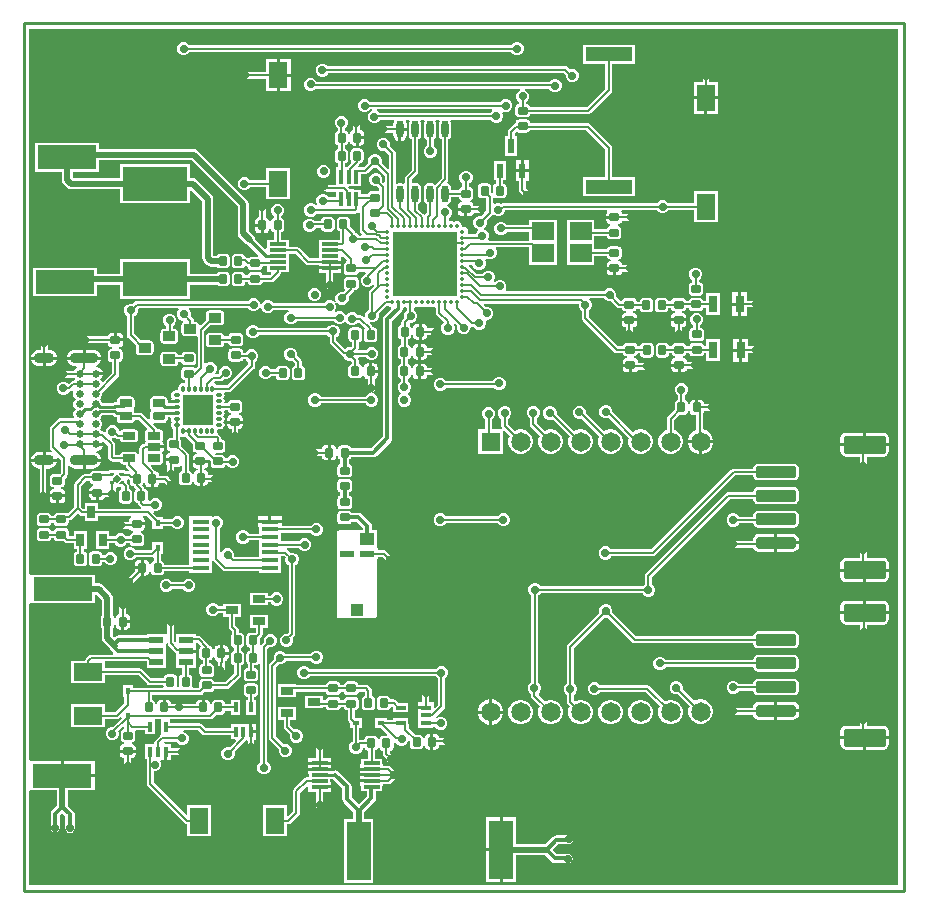
<source format=gtl>
G04*
G04 #@! TF.GenerationSoftware,Altium Limited,Altium Designer,22.10.1 (41)*
G04*
G04 Layer_Physical_Order=1*
G04 Layer_Color=255*
%FSLAX43Y43*%
%MOMM*%
G71*
G04*
G04 #@! TF.SameCoordinates,DCDCABE6-F013-49A3-9D9D-6440811BB2A6*
G04*
G04*
G04 #@! TF.FilePolarity,Positive*
G04*
G01*
G75*
%ADD10C,0.250*%
%ADD14C,0.150*%
%ADD16C,0.254*%
%ADD17R,5.500X2.950*%
G04:AMPARAMS|DCode=18|XSize=0.7mm|YSize=0.8mm|CornerRadius=0.088mm|HoleSize=0mm|Usage=FLASHONLY|Rotation=180.000|XOffset=0mm|YOffset=0mm|HoleType=Round|Shape=RoundedRectangle|*
%AMROUNDEDRECTD18*
21,1,0.700,0.625,0,0,180.0*
21,1,0.525,0.800,0,0,180.0*
1,1,0.175,-0.263,0.313*
1,1,0.175,0.263,0.313*
1,1,0.175,0.263,-0.313*
1,1,0.175,-0.263,-0.313*
%
%ADD18ROUNDEDRECTD18*%
G04:AMPARAMS|DCode=19|XSize=0.7mm|YSize=0.8mm|CornerRadius=0.088mm|HoleSize=0mm|Usage=FLASHONLY|Rotation=90.000|XOffset=0mm|YOffset=0mm|HoleType=Round|Shape=RoundedRectangle|*
%AMROUNDEDRECTD19*
21,1,0.700,0.625,0,0,90.0*
21,1,0.525,0.800,0,0,90.0*
1,1,0.175,0.313,0.263*
1,1,0.175,0.313,-0.263*
1,1,0.175,-0.313,-0.263*
1,1,0.175,-0.313,0.263*
%
%ADD19ROUNDEDRECTD19*%
%ADD20R,1.400X0.300*%
%ADD21O,0.350X0.500*%
%ADD22O,0.500X0.350*%
%ADD23R,5.400X5.400*%
%ADD24R,0.600X1.250*%
%ADD25O,0.600X1.450*%
%ADD26R,0.400X1.200*%
%ADD27R,4.000X1.200*%
%ADD28R,1.900X1.500*%
%ADD29R,0.750X1.450*%
G04:AMPARAMS|DCode=30|XSize=0.7mm|YSize=1.1mm|CornerRadius=0.098mm|HoleSize=0mm|Usage=FLASHONLY|Rotation=270.000|XOffset=0mm|YOffset=0mm|HoleType=Round|Shape=RoundedRectangle|*
%AMROUNDEDRECTD30*
21,1,0.700,0.904,0,0,270.0*
21,1,0.504,1.100,0,0,270.0*
1,1,0.196,-0.452,-0.252*
1,1,0.196,-0.452,0.252*
1,1,0.196,0.452,0.252*
1,1,0.196,0.452,-0.252*
%
%ADD30ROUNDEDRECTD30*%
G04:AMPARAMS|DCode=31|XSize=0.7mm|YSize=1.1mm|CornerRadius=0.147mm|HoleSize=0mm|Usage=FLASHONLY|Rotation=270.000|XOffset=0mm|YOffset=0mm|HoleType=Round|Shape=RoundedRectangle|*
%AMROUNDEDRECTD31*
21,1,0.700,0.806,0,0,270.0*
21,1,0.406,1.100,0,0,270.0*
1,1,0.294,-0.403,-0.203*
1,1,0.294,-0.403,0.203*
1,1,0.294,0.403,0.203*
1,1,0.294,0.403,-0.203*
%
%ADD31ROUNDEDRECTD31*%
G04:AMPARAMS|DCode=32|XSize=3.4mm|YSize=1mm|CornerRadius=0.25mm|HoleSize=0mm|Usage=FLASHONLY|Rotation=180.000|XOffset=0mm|YOffset=0mm|HoleType=Round|Shape=RoundedRectangle|*
%AMROUNDEDRECTD32*
21,1,3.400,0.500,0,0,180.0*
21,1,2.900,1.000,0,0,180.0*
1,1,0.500,-1.450,0.250*
1,1,0.500,1.450,0.250*
1,1,0.500,1.450,-0.250*
1,1,0.500,-1.450,-0.250*
%
%ADD32ROUNDEDRECTD32*%
G04:AMPARAMS|DCode=33|XSize=3.4mm|YSize=1mm|CornerRadius=0.15mm|HoleSize=0mm|Usage=FLASHONLY|Rotation=180.000|XOffset=0mm|YOffset=0mm|HoleType=Round|Shape=RoundedRectangle|*
%AMROUNDEDRECTD33*
21,1,3.400,0.700,0,0,180.0*
21,1,3.100,1.000,0,0,180.0*
1,1,0.300,-1.550,0.350*
1,1,0.300,1.550,0.350*
1,1,0.300,1.550,-0.350*
1,1,0.300,-1.550,-0.350*
%
%ADD33ROUNDEDRECTD33*%
G04:AMPARAMS|DCode=34|XSize=3.6mm|YSize=1.5mm|CornerRadius=0.195mm|HoleSize=0mm|Usage=FLASHONLY|Rotation=180.000|XOffset=0mm|YOffset=0mm|HoleType=Round|Shape=RoundedRectangle|*
%AMROUNDEDRECTD34*
21,1,3.600,1.110,0,0,180.0*
21,1,3.210,1.500,0,0,180.0*
1,1,0.390,-1.605,0.555*
1,1,0.390,1.605,0.555*
1,1,0.390,1.605,-0.555*
1,1,0.390,-1.605,-0.555*
%
%ADD34ROUNDEDRECTD34*%
%ADD35R,1.000X1.000*%
%ADD36R,1.250X0.500*%
%ADD37R,1.250X1.000*%
%ADD38R,0.600X0.460*%
%ADD39R,0.460X0.600*%
G04:AMPARAMS|DCode=40|XSize=1.1mm|YSize=0.65mm|CornerRadius=0.081mm|HoleSize=0mm|Usage=FLASHONLY|Rotation=180.000|XOffset=0mm|YOffset=0mm|HoleType=Round|Shape=RoundedRectangle|*
%AMROUNDEDRECTD40*
21,1,1.100,0.488,0,0,180.0*
21,1,0.938,0.650,0,0,180.0*
1,1,0.163,-0.469,0.244*
1,1,0.163,0.469,0.244*
1,1,0.163,0.469,-0.244*
1,1,0.163,-0.469,-0.244*
%
%ADD40ROUNDEDRECTD40*%
%ADD41R,0.400X0.850*%
%ADD42R,1.475X0.450*%
%ADD43R,0.850X0.400*%
%ADD44R,1.200X0.600*%
%ADD45R,1.600X2.200*%
%ADD46R,2.400X1.500*%
%ADD47P,0.735X4X90.0*%
%ADD48O,0.550X0.350*%
%ADD49O,0.350X0.550*%
%ADD50R,2.650X2.650*%
%ADD51R,1.600X2.180*%
%ADD52R,1.600X2.200*%
%ADD53R,1.100X0.650*%
%ADD54R,0.650X1.100*%
G04:AMPARAMS|DCode=55|XSize=1.1mm|YSize=0.8mm|CornerRadius=0.1mm|HoleSize=0mm|Usage=FLASHONLY|Rotation=180.000|XOffset=0mm|YOffset=0mm|HoleType=Round|Shape=RoundedRectangle|*
%AMROUNDEDRECTD55*
21,1,1.100,0.600,0,0,180.0*
21,1,0.900,0.800,0,0,180.0*
1,1,0.200,-0.450,0.300*
1,1,0.200,0.450,0.300*
1,1,0.200,0.450,-0.300*
1,1,0.200,-0.450,-0.300*
%
%ADD55ROUNDEDRECTD55*%
%ADD104R,5.000X2.000*%
%ADD105R,2.000X5.000*%
%ADD106R,0.100X0.100*%
%ADD107C,0.341*%
%ADD108C,0.360*%
%ADD109C,0.350*%
%ADD110C,0.500*%
%ADD111C,0.341*%
%ADD112C,0.220*%
%ADD113C,1.650*%
%ADD114R,1.650X1.650*%
%ADD115O,2.400X0.900*%
%ADD116O,1.700X0.900*%
%ADD117C,0.650*%
%ADD118C,0.700*%
%ADD119C,0.500*%
G36*
X12207Y20839D02*
X12270Y20745D01*
X12807Y20207D01*
X12896Y20147D01*
Y19721D01*
X12940D01*
Y18815D01*
X13434D01*
Y18310D01*
X13347Y18293D01*
X13248Y18227D01*
X13182Y18129D01*
X13159Y18013D01*
Y17388D01*
X13177Y17298D01*
X13151Y17249D01*
X13075Y17226D01*
X12999Y17249D01*
X12973Y17298D01*
X12991Y17388D01*
Y18013D01*
X12968Y18129D01*
X12902Y18227D01*
X12804Y18293D01*
X12688Y18316D01*
X12163D01*
X12047Y18293D01*
X11948Y18227D01*
X11882Y18129D01*
X11859Y18013D01*
Y17991D01*
X10795D01*
X10055Y18730D01*
X9961Y18793D01*
X9850Y18816D01*
X6860D01*
Y19409D01*
X10440D01*
Y18815D01*
X12060D01*
Y19765D01*
Y20925D01*
X12187Y20937D01*
X12207Y20839D01*
D02*
G37*
G36*
X74000Y73000D02*
X74000Y500D01*
X500Y500D01*
Y8378D01*
X521Y8496D01*
X627Y8496D01*
X2806D01*
Y7211D01*
X2397Y6803D01*
X2312Y6675D01*
X2282Y6525D01*
Y5325D01*
X2312Y5175D01*
X2397Y5047D01*
X2525Y4962D01*
X2675Y4932D01*
X2825Y4962D01*
X2953Y5047D01*
X3038Y5175D01*
X3068Y5325D01*
Y6362D01*
X3275Y6570D01*
X3532Y6312D01*
Y5275D01*
X3562Y5125D01*
X3647Y4997D01*
X3775Y4912D01*
X3925Y4882D01*
X4075Y4912D01*
X4203Y4997D01*
X4288Y5125D01*
X4318Y5275D01*
Y6475D01*
X4288Y6625D01*
X4203Y6753D01*
X3744Y7211D01*
Y8496D01*
X6029D01*
Y9623D01*
X3275D01*
Y9750D01*
X3148D01*
Y11004D01*
X627D01*
X521Y11004D01*
X500Y11122D01*
Y24311D01*
X615Y24340D01*
X627Y24340D01*
X6035D01*
Y25066D01*
X6162Y25075D01*
X6631Y24606D01*
Y23307D01*
X6623Y23302D01*
X6557Y23204D01*
X6534Y23088D01*
Y22463D01*
X6557Y22347D01*
X6623Y22248D01*
X6631Y22243D01*
Y21362D01*
X6667Y21183D01*
X6768Y21031D01*
X7353Y20446D01*
X7362Y20400D01*
X7447Y20272D01*
X7602Y20118D01*
X7550Y19991D01*
X5700D01*
X5589Y19968D01*
X5495Y19905D01*
X5245Y19655D01*
X5182Y19561D01*
X5166Y19485D01*
X4040D01*
Y17565D01*
X6860D01*
Y18234D01*
X9730D01*
X10470Y17495D01*
X10564Y17432D01*
X10675Y17409D01*
X11829D01*
X11872Y17288D01*
X11829Y17209D01*
X11797Y17171D01*
X9265D01*
Y17410D01*
X8385D01*
Y16390D01*
X8534D01*
Y15870D01*
X7780Y15116D01*
X6860D01*
Y15785D01*
X4040D01*
Y13865D01*
X6860D01*
Y14534D01*
X7900D01*
X8011Y14557D01*
X8105Y14620D01*
X8170Y14684D01*
X8307Y14642D01*
X8311Y14627D01*
X7544Y13860D01*
X7389D01*
X7183Y13775D01*
X7025Y13617D01*
X6940Y13411D01*
Y13189D01*
X7025Y12983D01*
X7183Y12825D01*
X7389Y12740D01*
X7611D01*
X7817Y12825D01*
X7975Y12983D01*
X8060Y13189D01*
Y13411D01*
X8018Y13512D01*
X8417Y13911D01*
X8535Y13863D01*
Y13691D01*
X8513D01*
X8396Y13668D01*
X8298Y13602D01*
X8232Y13503D01*
X8209Y13387D01*
Y12862D01*
X8232Y12746D01*
X8298Y12648D01*
X8396Y12582D01*
X8513Y12559D01*
Y12436D01*
X8379Y12409D01*
X8266Y12334D01*
X8191Y12221D01*
X8164Y12087D01*
Y11952D01*
X8825D01*
X9486D01*
Y12087D01*
X9459Y12221D01*
X9384Y12334D01*
X9271Y12409D01*
X9138Y12436D01*
Y12559D01*
X9254Y12582D01*
X9352Y12648D01*
X9418Y12746D01*
X9441Y12862D01*
Y13387D01*
X9427Y13457D01*
X9505Y13584D01*
X10315D01*
Y13240D01*
X11135D01*
Y14509D01*
X11615D01*
Y13288D01*
X11615Y13239D01*
X11563Y13135D01*
X11520Y13105D01*
X11170Y12755D01*
X11107Y12661D01*
X11084Y12550D01*
Y12410D01*
X10315D01*
Y11140D01*
X10434D01*
Y10300D01*
Y9050D01*
X10457Y8939D01*
X10520Y8845D01*
X13645Y5720D01*
X13739Y5657D01*
X13850Y5634D01*
X13865D01*
Y4615D01*
X15885D01*
Y7235D01*
X13865D01*
Y6487D01*
X13748Y6438D01*
X11016Y9170D01*
Y10108D01*
X11204D01*
X11410Y10193D01*
X11567Y10350D01*
X11653Y10556D01*
Y10779D01*
X11574Y10969D01*
X11600Y11038D01*
X11636Y11096D01*
X11898D01*
Y11775D01*
X12152D01*
Y11096D01*
X12479D01*
Y11484D01*
X13450D01*
X13561Y11507D01*
X13655Y11570D01*
X13718Y11664D01*
X13741Y11775D01*
X13718Y11886D01*
X13655Y11980D01*
X13561Y12043D01*
X13450Y12066D01*
X12479D01*
Y12454D01*
X11977D01*
X11910Y12581D01*
X11929Y12609D01*
X12939D01*
X12950Y12583D01*
X13108Y12425D01*
X13314Y12340D01*
X13536D01*
X13742Y12425D01*
X13900Y12583D01*
X13985Y12789D01*
Y13011D01*
X13900Y13217D01*
X13742Y13375D01*
X13536Y13460D01*
X13543Y13584D01*
X14780D01*
X15120Y13245D01*
X15214Y13182D01*
X15325Y13159D01*
X17540D01*
Y12815D01*
X17938D01*
X17987Y12698D01*
X17438Y12149D01*
X17411Y12160D01*
X17189D01*
X16983Y12075D01*
X16825Y11917D01*
X16740Y11711D01*
Y11489D01*
X16825Y11283D01*
X16983Y11125D01*
X17189Y11040D01*
X17411D01*
X17617Y11125D01*
X17775Y11283D01*
X17860Y11489D01*
Y11711D01*
X17849Y11738D01*
X18793Y12682D01*
X18832Y12741D01*
X18959Y12707D01*
Y12175D01*
X18982Y12064D01*
X19045Y11970D01*
X19139Y11907D01*
X19250Y11884D01*
X19361Y11907D01*
X19455Y11970D01*
X19455D01*
X19518Y12064D01*
X19541Y12175D01*
Y12771D01*
X19704D01*
Y13323D01*
X19250D01*
Y13450D01*
X19123D01*
Y14129D01*
X18796D01*
Y14085D01*
X17540D01*
Y13741D01*
X15445D01*
X15105Y14080D01*
X15011Y14143D01*
X14900Y14166D01*
X12435D01*
Y14509D01*
X15825D01*
X15936Y14532D01*
X16030Y14595D01*
X16345Y14909D01*
X16762D01*
X16878Y14932D01*
X16977Y14998D01*
X17043Y15096D01*
X17066Y15212D01*
Y15234D01*
X17540D01*
Y14915D01*
X18360D01*
Y16185D01*
X17540D01*
Y15816D01*
X17066D01*
Y15837D01*
X17043Y15953D01*
X16977Y16052D01*
X16878Y16118D01*
X16762Y16141D01*
X16237D01*
X16121Y16118D01*
X16023Y16052D01*
X15957Y15953D01*
X15934Y15837D01*
X15811D01*
X15784Y15971D01*
X15709Y16084D01*
X15596Y16159D01*
X15462Y16186D01*
X15327D01*
Y15525D01*
X15073D01*
Y16186D01*
X14937D01*
X14804Y16159D01*
X14691Y16084D01*
X14616Y15971D01*
X14589Y15837D01*
Y15816D01*
X12511D01*
Y15838D01*
X12484Y15971D01*
X12409Y16084D01*
X12296Y16159D01*
X12163Y16186D01*
X12027D01*
Y15525D01*
X11773D01*
Y16186D01*
X11638D01*
X11504Y16159D01*
X11391Y16084D01*
X11316Y15971D01*
X11289Y15838D01*
X11166D01*
X11143Y15954D01*
X11077Y16052D01*
X10979Y16118D01*
X10891Y16135D01*
Y16589D01*
X14955D01*
X15066Y16612D01*
X15160Y16675D01*
X15295Y16809D01*
X15812D01*
X15929Y16832D01*
X16027Y16898D01*
X16093Y16996D01*
X16110Y17084D01*
X17200D01*
X17311Y17107D01*
X17405Y17170D01*
X18331Y18095D01*
X18394Y18189D01*
X18416Y18300D01*
Y19115D01*
X18504Y19132D01*
X18602Y19198D01*
X18668Y19296D01*
X18691Y19413D01*
Y20038D01*
X18668Y20154D01*
X18602Y20252D01*
X18504Y20318D01*
X18416Y20335D01*
Y20590D01*
X18504Y20607D01*
X18602Y20673D01*
X18668Y20771D01*
X18691Y20888D01*
Y21513D01*
X18668Y21629D01*
X18602Y21727D01*
X18504Y21793D01*
X18388Y21816D01*
X18228D01*
Y22062D01*
X18206Y22174D01*
X18143Y22268D01*
X17941Y22470D01*
Y23215D01*
X18410D01*
Y24285D01*
X16890D01*
Y24091D01*
X16511D01*
X16500Y24117D01*
X16342Y24275D01*
X16136Y24360D01*
X15914D01*
X15708Y24275D01*
X15550Y24117D01*
X15465Y23911D01*
Y23689D01*
X15550Y23483D01*
X15708Y23325D01*
X15914Y23240D01*
X16136D01*
X16342Y23325D01*
X16500Y23483D01*
X16511Y23509D01*
X16890D01*
Y23215D01*
X17359D01*
Y22350D01*
X17382Y22239D01*
X17445Y22145D01*
X17647Y21942D01*
Y21725D01*
X17582Y21629D01*
X17559Y21513D01*
Y20888D01*
X17582Y20771D01*
X17648Y20673D01*
X17746Y20607D01*
X17834Y20590D01*
Y20335D01*
X17747Y20318D01*
X17648Y20252D01*
X17582Y20154D01*
X17559Y20038D01*
Y19413D01*
X17582Y19296D01*
X17648Y19198D01*
X17747Y19132D01*
X17834Y19115D01*
Y18420D01*
X17080Y17666D01*
X16110D01*
X16093Y17754D01*
X16027Y17852D01*
X15929Y17918D01*
X15812Y17941D01*
X15188D01*
X15071Y17918D01*
X14973Y17852D01*
X14907Y17754D01*
X14884Y17638D01*
Y17220D01*
X14835Y17171D01*
X14353D01*
X14321Y17209D01*
X14273Y17298D01*
X14291Y17388D01*
Y18013D01*
X14268Y18129D01*
X14202Y18227D01*
X14104Y18293D01*
X14016Y18310D01*
Y18815D01*
X14560D01*
Y19721D01*
X14604D01*
Y20148D01*
X13750D01*
Y20402D01*
X14604D01*
Y20829D01*
X14560D01*
Y20984D01*
X14730D01*
X14981Y20733D01*
X14973Y20652D01*
X14907Y20553D01*
X14884Y20437D01*
Y19812D01*
X14907Y19696D01*
X14973Y19598D01*
X15071Y19532D01*
X15159Y19515D01*
Y19235D01*
X15071Y19218D01*
X14973Y19152D01*
X14907Y19054D01*
X14884Y18938D01*
Y18413D01*
X14907Y18296D01*
X14973Y18198D01*
X15071Y18132D01*
X15188Y18109D01*
X15812D01*
X15929Y18132D01*
X16027Y18198D01*
X16093Y18296D01*
X16116Y18413D01*
Y18938D01*
X16093Y19054D01*
X16027Y19152D01*
X15929Y19218D01*
X15812Y19241D01*
X15741D01*
Y19515D01*
X15828Y19532D01*
X15927Y19598D01*
X15993Y19696D01*
X16016Y19812D01*
X16139D01*
X16166Y19679D01*
X16241Y19566D01*
X16354Y19491D01*
X16360Y19490D01*
X16457Y19406D01*
X16446Y19354D01*
X16434Y19295D01*
Y18880D01*
X16401Y18831D01*
X16379Y18720D01*
X16401Y18609D01*
X16464Y18514D01*
X16559Y18451D01*
X16670Y18429D01*
X16781Y18451D01*
X16875Y18514D01*
X16930Y18570D01*
X16993Y18664D01*
X17016Y18775D01*
Y19180D01*
X17068Y19259D01*
X17091Y19370D01*
Y19480D01*
X17146Y19491D01*
X17259Y19566D01*
X17334Y19679D01*
X17361Y19812D01*
Y19998D01*
X16750D01*
Y20125D01*
X16623D01*
Y20786D01*
X16487D01*
X16354Y20759D01*
X16241Y20684D01*
X16166Y20571D01*
X16139Y20437D01*
X16016D01*
X15993Y20553D01*
X15927Y20652D01*
X15828Y20718D01*
X15728Y20738D01*
X15718Y20786D01*
X15655Y20881D01*
X15055Y21480D01*
X14961Y21543D01*
X14850Y21566D01*
X14560D01*
Y21735D01*
X12940D01*
Y21149D01*
X12813Y21086D01*
X12766Y21122D01*
Y22775D01*
X12743Y22886D01*
X12680Y22980D01*
X12586Y23043D01*
X12475Y23066D01*
X12364Y23043D01*
X12270Y22980D01*
X12207Y22886D01*
X12184Y22775D01*
Y21741D01*
X12060Y21735D01*
Y21735D01*
X10440D01*
Y21618D01*
X8025D01*
X7875Y21588D01*
X7747Y21503D01*
X7685Y21440D01*
X7569Y21557D01*
Y22243D01*
X7577Y22248D01*
X7643Y22347D01*
X7666Y22463D01*
X7789D01*
X7816Y22329D01*
X7891Y22216D01*
X8004Y22141D01*
X8138Y22114D01*
X8273D01*
Y22775D01*
X8400D01*
Y22902D01*
X9011D01*
Y23088D01*
X8984Y23221D01*
X8909Y23334D01*
X8796Y23409D01*
X8691Y23430D01*
Y24225D01*
X8668Y24336D01*
X8605Y24430D01*
X8511Y24493D01*
X8400Y24516D01*
X8289Y24493D01*
X8195Y24430D01*
X8132Y24336D01*
X8109Y24225D01*
Y23430D01*
X8004Y23409D01*
X7891Y23334D01*
X7816Y23221D01*
X7789Y23088D01*
X7666D01*
X7643Y23204D01*
X7577Y23302D01*
X7569Y23307D01*
Y24800D01*
X7533Y24979D01*
X7432Y25132D01*
X6682Y25882D01*
X6529Y25983D01*
X6350Y26019D01*
X6035D01*
Y26760D01*
X627D01*
X615Y26760D01*
X500Y26789D01*
Y73000D01*
X74000Y73000D01*
D02*
G37*
%LPC*%
G36*
X41886Y71860D02*
X41664D01*
X41458Y71775D01*
X41300Y71617D01*
X41284Y71578D01*
X14031D01*
X14025Y71592D01*
X13867Y71750D01*
X13661Y71835D01*
X13439D01*
X13233Y71750D01*
X13075Y71592D01*
X12990Y71386D01*
Y71164D01*
X13075Y70958D01*
X13233Y70800D01*
X13439Y70715D01*
X13661D01*
X13867Y70800D01*
X14025Y70958D01*
X14041Y70997D01*
X41294D01*
X41300Y70983D01*
X41458Y70825D01*
X41664Y70740D01*
X41886D01*
X42092Y70825D01*
X42250Y70983D01*
X42335Y71189D01*
Y71411D01*
X42250Y71617D01*
X42092Y71775D01*
X41886Y71860D01*
D02*
G37*
G36*
X22629Y70389D02*
X21702D01*
Y69172D01*
X22629D01*
Y70389D01*
D02*
G37*
G36*
X25411Y70035D02*
X25189D01*
X24983Y69950D01*
X24825Y69792D01*
X24740Y69586D01*
Y69364D01*
X24825Y69158D01*
X24983Y69000D01*
X25189Y68915D01*
X25411D01*
X25617Y69000D01*
X25775Y69158D01*
X25806Y69234D01*
X45730D01*
X45890Y69074D01*
Y68893D01*
X45975Y68687D01*
X46133Y68529D01*
X46339Y68444D01*
X46561D01*
X46767Y68529D01*
X46925Y68687D01*
X47010Y68893D01*
Y69115D01*
X46925Y69321D01*
X46767Y69479D01*
X46561Y69564D01*
X46339D01*
X46256Y69530D01*
X46055Y69730D01*
X45961Y69793D01*
X45850Y69816D01*
X25751D01*
X25617Y69950D01*
X25411Y70035D01*
D02*
G37*
G36*
X22629Y68918D02*
X21702D01*
Y67701D01*
X22629D01*
Y68918D01*
D02*
G37*
G36*
X21448Y70389D02*
X20521D01*
Y69341D01*
X18750D01*
X18639Y69318D01*
X18545Y69255D01*
X18482Y69161D01*
X18459Y69050D01*
X18482Y68939D01*
X18545Y68845D01*
X18639Y68782D01*
X18750Y68759D01*
X20521D01*
Y67701D01*
X21448D01*
Y69045D01*
Y70389D01*
D02*
G37*
G36*
X51760Y71610D02*
X47340D01*
Y69990D01*
X49234D01*
Y67895D01*
X47675Y66336D01*
X42868D01*
X42851Y66424D01*
X42785Y66523D01*
X42686Y66588D01*
X42570Y66611D01*
X42541D01*
Y66764D01*
X42567Y66775D01*
X42725Y66933D01*
X42810Y67139D01*
Y67361D01*
X42725Y67567D01*
X42567Y67725D01*
X42429Y67782D01*
X42454Y67909D01*
X44494D01*
X44525Y67833D01*
X44683Y67675D01*
X44889Y67590D01*
X45111D01*
X45317Y67675D01*
X45475Y67833D01*
X45560Y68039D01*
Y68261D01*
X45475Y68467D01*
X45317Y68625D01*
X45111Y68710D01*
X44889D01*
X44683Y68625D01*
X44548Y68490D01*
X24817D01*
X24775Y68592D01*
X24617Y68750D01*
X24411Y68835D01*
X24189D01*
X23983Y68750D01*
X23825Y68592D01*
X23740Y68386D01*
Y68164D01*
X23825Y67958D01*
X23983Y67800D01*
X24189Y67715D01*
X24411D01*
X24617Y67800D01*
X24726Y67909D01*
X42046D01*
X42071Y67782D01*
X41933Y67725D01*
X41775Y67567D01*
X41690Y67361D01*
Y67139D01*
X41775Y66933D01*
X41933Y66775D01*
X41959Y66764D01*
Y66611D01*
X41945D01*
X41829Y66588D01*
X41731Y66523D01*
X41665Y66424D01*
X41642Y66308D01*
Y65783D01*
X41665Y65667D01*
X41731Y65569D01*
X41829Y65503D01*
X41945Y65480D01*
X42570D01*
X42686Y65503D01*
X42785Y65569D01*
X42851Y65667D01*
X42868Y65755D01*
X47796D01*
X47907Y65777D01*
X48001Y65840D01*
X49730Y67570D01*
X49793Y67664D01*
X49816Y67775D01*
Y69990D01*
X51760D01*
Y71610D01*
D02*
G37*
G36*
X57775Y69291D02*
X57664Y69268D01*
X57570Y69205D01*
X57507Y69111D01*
X57484Y69000D01*
Y68464D01*
X56721D01*
Y67247D01*
X57775D01*
X58829D01*
Y68464D01*
X58066D01*
Y69000D01*
X58043Y69111D01*
X57980Y69205D01*
X57886Y69268D01*
X57775Y69291D01*
D02*
G37*
G36*
X40936Y67035D02*
X40714D01*
X40508Y66950D01*
X40350Y66792D01*
X40339Y66766D01*
X29361D01*
X29350Y66792D01*
X29192Y66950D01*
X28986Y67035D01*
X28764D01*
X28558Y66950D01*
X28400Y66792D01*
X28315Y66586D01*
Y66364D01*
X28400Y66158D01*
X28558Y66000D01*
X28764Y65915D01*
X28986D01*
X29192Y66000D01*
X29350Y66158D01*
X29361Y66184D01*
X29501D01*
X29526Y66057D01*
X29387Y66000D01*
X29229Y65842D01*
X29144Y65636D01*
Y65414D01*
X29229Y65208D01*
X29387Y65050D01*
X29593Y64965D01*
X29815D01*
X30021Y65050D01*
X30179Y65208D01*
X30205Y65272D01*
X31334D01*
X31394Y65160D01*
X31348Y65091D01*
X31305Y64875D01*
Y64741D01*
X30454D01*
X30343Y64718D01*
X30249Y64655D01*
X30186Y64561D01*
X30163Y64450D01*
X30186Y64339D01*
X30249Y64245D01*
X30343Y64182D01*
X30454Y64159D01*
X31305D01*
Y64025D01*
X31348Y63809D01*
X31471Y63626D01*
X31654Y63503D01*
X31743Y63485D01*
Y64450D01*
X31870D01*
Y64577D01*
X32435D01*
Y64875D01*
X32392Y65091D01*
X32346Y65160D01*
X32406Y65272D01*
X32639D01*
X32707Y65145D01*
X32660Y65074D01*
X32620Y64875D01*
Y64025D01*
X32660Y63826D01*
X32772Y63657D01*
X32849Y63606D01*
Y61038D01*
X32362Y60550D01*
X32299Y60456D01*
X32276Y60344D01*
Y59920D01*
X32149Y59852D01*
X32069Y59905D01*
X31870Y59945D01*
X31671Y59905D01*
X31628Y59876D01*
X31516Y59936D01*
Y62425D01*
X31493Y62536D01*
X31430Y62630D01*
X30999Y63062D01*
X31010Y63089D01*
Y63311D01*
X30925Y63517D01*
X30767Y63675D01*
X30561Y63760D01*
X30339D01*
X30133Y63675D01*
X29975Y63517D01*
X29890Y63311D01*
Y63089D01*
X29975Y62883D01*
X30133Y62725D01*
X30339Y62640D01*
X30561D01*
X30588Y62651D01*
X30934Y62305D01*
Y61167D01*
X30817Y61119D01*
X30299Y61637D01*
X30310Y61664D01*
Y61886D01*
X30225Y62092D01*
X30067Y62250D01*
X29861Y62335D01*
X29639D01*
X29433Y62250D01*
X29275Y62092D01*
X29190Y61886D01*
Y61664D01*
X29201Y61637D01*
X28846Y61282D01*
X28799Y61250D01*
X28585D01*
Y61260D01*
X28376D01*
X28327Y61377D01*
X28430Y61481D01*
X28493Y61575D01*
X28501Y61612D01*
X28604Y61632D01*
X28702Y61698D01*
X28768Y61796D01*
X28791Y61912D01*
Y62537D01*
X28768Y62653D01*
X28702Y62752D01*
X28604Y62818D01*
X28487Y62841D01*
X27962D01*
X27846Y62818D01*
X27748Y62752D01*
X27682Y62653D01*
X27659Y62537D01*
Y61912D01*
X27682Y61796D01*
X27748Y61698D01*
X27755Y61627D01*
X27445Y61317D01*
X27407Y61260D01*
X27215D01*
Y61615D01*
X27303Y61632D01*
X27402Y61698D01*
X27468Y61796D01*
X27491Y61912D01*
Y62537D01*
X27468Y62653D01*
X27402Y62752D01*
X27303Y62818D01*
X27228Y62833D01*
Y63137D01*
X27329Y63157D01*
X27427Y63223D01*
X27493Y63321D01*
X27516Y63438D01*
X27639D01*
X27666Y63304D01*
X27741Y63191D01*
X27854Y63116D01*
X27988Y63089D01*
X28123D01*
Y63750D01*
X28250D01*
Y63877D01*
X28861D01*
Y64063D01*
X28834Y64196D01*
X28759Y64309D01*
X28646Y64384D01*
X28513Y64411D01*
X28462D01*
Y65025D01*
X28439Y65136D01*
X28376Y65230D01*
X28282Y65293D01*
X28171Y65316D01*
X28060Y65293D01*
X27966Y65230D01*
X27903Y65136D01*
X27880Y65025D01*
Y64389D01*
X27854Y64384D01*
X27741Y64309D01*
X27666Y64196D01*
X27639Y64063D01*
X27516D01*
X27493Y64179D01*
X27427Y64277D01*
X27329Y64343D01*
X27213Y64366D01*
X27191D01*
Y64539D01*
X27217Y64550D01*
X27375Y64708D01*
X27460Y64914D01*
Y65136D01*
X27375Y65342D01*
X27217Y65500D01*
X27011Y65585D01*
X26789D01*
X26583Y65500D01*
X26425Y65342D01*
X26340Y65136D01*
Y64914D01*
X26425Y64708D01*
X26583Y64550D01*
X26609Y64539D01*
Y64350D01*
X26572Y64343D01*
X26473Y64277D01*
X26407Y64179D01*
X26384Y64063D01*
Y63438D01*
X26407Y63321D01*
X26473Y63223D01*
X26572Y63157D01*
X26647Y63142D01*
Y62838D01*
X26546Y62818D01*
X26448Y62752D01*
X26382Y62653D01*
X26359Y62537D01*
Y61912D01*
X26382Y61796D01*
X26448Y61698D01*
X26546Y61632D01*
X26634Y61615D01*
Y61260D01*
X26465D01*
Y59766D01*
X25844D01*
X25754Y59855D01*
X25660Y59918D01*
X25549Y59941D01*
X25400D01*
X25289Y59918D01*
X25195Y59855D01*
X25132Y59761D01*
X25109Y59650D01*
X25132Y59539D01*
X25195Y59445D01*
X25289Y59382D01*
X25400Y59359D01*
X25428D01*
X25518Y59270D01*
X25613Y59207D01*
X25724Y59184D01*
X26465D01*
Y58716D01*
X25836D01*
X25825Y58742D01*
X25667Y58900D01*
X25461Y58985D01*
X25239D01*
X25033Y58900D01*
X24875Y58742D01*
X24790Y58536D01*
Y58314D01*
X24875Y58108D01*
X24876Y58107D01*
X24878Y58081D01*
X24831Y57972D01*
X24773Y57969D01*
X24642Y58100D01*
X24436Y58185D01*
X24214D01*
X24008Y58100D01*
X23850Y57942D01*
X23765Y57736D01*
Y57514D01*
X23850Y57308D01*
X24008Y57150D01*
X24214Y57065D01*
X24436D01*
X24642Y57150D01*
X24800Y57308D01*
X24811Y57334D01*
X28087D01*
X28198Y57357D01*
X28293Y57420D01*
X28332Y57459D01*
X28459Y57407D01*
Y55900D01*
X28482Y55789D01*
X28545Y55695D01*
X28656Y55583D01*
X28608Y55466D01*
X28411D01*
X28400Y55492D01*
X28242Y55650D01*
X28091Y55712D01*
X28088Y55727D01*
X28025Y55822D01*
X27627Y56220D01*
Y56738D01*
X27604Y56854D01*
X27538Y56952D01*
X27440Y57018D01*
X27323Y57041D01*
X26798D01*
X26682Y57018D01*
X26584Y56952D01*
X26518Y56854D01*
X26495Y56738D01*
Y56113D01*
X26518Y55996D01*
X26584Y55898D01*
X26682Y55832D01*
X26770Y55815D01*
Y55085D01*
X25015D01*
Y54365D01*
Y53629D01*
X24971D01*
Y53541D01*
X24220D01*
X23330Y54430D01*
X23236Y54493D01*
X23125Y54516D01*
X22479D01*
Y54629D01*
X22435D01*
Y55085D01*
X21791D01*
Y55740D01*
X21878Y55757D01*
X21977Y55823D01*
X22043Y55921D01*
X22066Y56037D01*
Y56662D01*
X22043Y56778D01*
X21977Y56877D01*
X21878Y56943D01*
X21791Y56960D01*
Y57114D01*
X21817Y57125D01*
X21975Y57283D01*
X22060Y57489D01*
Y57711D01*
X21975Y57917D01*
X21817Y58075D01*
X21611Y58160D01*
X21389D01*
X21183Y58075D01*
X21025Y57917D01*
X20940Y57711D01*
Y57489D01*
X21025Y57283D01*
X21183Y57125D01*
X21209Y57114D01*
Y56960D01*
X21121Y56943D01*
X21023Y56877D01*
X20957Y56778D01*
X20934Y56662D01*
X20811D01*
X20784Y56796D01*
X20709Y56909D01*
X20596Y56984D01*
X20491Y57005D01*
Y57850D01*
X20468Y57961D01*
X20405Y58055D01*
X20311Y58118D01*
X20200Y58141D01*
X20089Y58118D01*
X19995Y58055D01*
X19932Y57961D01*
X19909Y57850D01*
Y57005D01*
X19804Y56984D01*
X19691Y56909D01*
X19616Y56796D01*
X19589Y56662D01*
Y56477D01*
X20200D01*
Y56350D01*
X20327D01*
Y55689D01*
X20462D01*
X20596Y55716D01*
X20709Y55791D01*
X20784Y55904D01*
X20811Y56037D01*
X20934D01*
X20957Y55921D01*
X21023Y55823D01*
X21121Y55757D01*
X21209Y55740D01*
Y55085D01*
X20615D01*
Y54629D01*
X20571D01*
Y54400D01*
X20454Y54351D01*
X19623Y55183D01*
X19608Y55254D01*
X19507Y55407D01*
X19069Y55844D01*
Y58150D01*
X19033Y58329D01*
X18932Y58482D01*
X14757Y62657D01*
X14604Y62758D01*
X14425Y62794D01*
X6410D01*
Y63310D01*
X990D01*
Y60890D01*
X3231D01*
Y60168D01*
X3267Y59988D01*
X3368Y59836D01*
X3661Y59543D01*
X3813Y59442D01*
X3993Y59406D01*
X8140D01*
Y58190D01*
X14060D01*
Y59297D01*
X14187Y59350D01*
X15132Y58405D01*
Y53593D01*
X15168Y53413D01*
X15269Y53261D01*
X15562Y52968D01*
X15714Y52867D01*
X15894Y52831D01*
X16359D01*
X16398Y52773D01*
X16496Y52707D01*
X16612Y52684D01*
X17137D01*
X17253Y52707D01*
X17352Y52773D01*
X17418Y52871D01*
X17441Y52987D01*
Y53612D01*
X17418Y53728D01*
X17352Y53827D01*
X17253Y53893D01*
X17137Y53916D01*
X16612D01*
X16496Y53893D01*
X16398Y53827D01*
X16359Y53769D01*
X16088D01*
X16070Y53787D01*
Y58599D01*
X16034Y58779D01*
X15933Y58931D01*
X14657Y60207D01*
X14504Y60308D01*
X14325Y60344D01*
X14060D01*
Y61560D01*
X8140D01*
Y60344D01*
X4187D01*
X4169Y60362D01*
Y60890D01*
X6410D01*
Y61856D01*
X14231D01*
X18131Y57956D01*
Y55650D01*
X18167Y55471D01*
X18268Y55318D01*
X18843Y54743D01*
X18996Y54642D01*
X19067Y54627D01*
X19877Y53818D01*
X19824Y53691D01*
X19312D01*
X19196Y53668D01*
X19098Y53602D01*
X19097Y53601D01*
X18939Y53581D01*
X18933Y53584D01*
X18844Y53643D01*
X18732Y53666D01*
X18730D01*
X18718Y53728D01*
X18652Y53827D01*
X18553Y53893D01*
X18437Y53916D01*
X17912D01*
X17796Y53893D01*
X17698Y53827D01*
X17632Y53728D01*
X17609Y53612D01*
Y52987D01*
X17632Y52871D01*
X17698Y52773D01*
X17796Y52707D01*
X17912Y52684D01*
X18437D01*
X18553Y52707D01*
X18652Y52773D01*
X18689Y52829D01*
X18730Y52871D01*
X18847Y52872D01*
X18871Y52857D01*
X18982Y52834D01*
X19015D01*
X19032Y52747D01*
X19098Y52648D01*
X19196Y52582D01*
X19312Y52559D01*
X19937D01*
X20053Y52582D01*
X20152Y52648D01*
X20218Y52747D01*
X20241Y52863D01*
Y52888D01*
X20615D01*
Y52365D01*
X20938D01*
X20987Y52248D01*
X20855Y52116D01*
X20235D01*
X20218Y52204D01*
X20152Y52302D01*
X20053Y52368D01*
X19937Y52391D01*
X19312D01*
X19196Y52368D01*
X19098Y52302D01*
X19032Y52204D01*
X19015Y52116D01*
X18748D01*
X18725Y52230D01*
X18659Y52328D01*
X18561Y52394D01*
X18445Y52417D01*
X17920D01*
X17804Y52394D01*
X17705Y52328D01*
X17640Y52230D01*
X17616Y52114D01*
Y51489D01*
X17640Y51373D01*
X17705Y51274D01*
X17804Y51209D01*
X17920Y51186D01*
X18445D01*
X18561Y51209D01*
X18659Y51274D01*
X18725Y51373D01*
X18748Y51489D01*
Y51535D01*
X19015D01*
X19032Y51446D01*
X19098Y51348D01*
X19196Y51282D01*
X19312Y51259D01*
X19937D01*
X20053Y51282D01*
X20152Y51348D01*
X20218Y51446D01*
X20235Y51535D01*
X20975D01*
X21086Y51557D01*
X21181Y51620D01*
X21730Y52170D01*
X21793Y52264D01*
X21814Y52365D01*
X22435D01*
Y52865D01*
Y53821D01*
X22479D01*
Y53934D01*
X23005D01*
X23895Y53045D01*
X23989Y52982D01*
X24100Y52959D01*
X24971D01*
Y52852D01*
X25925D01*
X26879D01*
Y53098D01*
X25925D01*
Y53352D01*
X26879D01*
Y53629D01*
X26879D01*
X26885Y53674D01*
X27019Y53720D01*
X27359Y53380D01*
X27321Y53243D01*
X27223Y53177D01*
X27157Y53079D01*
X27134Y52963D01*
Y52438D01*
X27157Y52322D01*
X27223Y52223D01*
X27321Y52157D01*
X27437Y52134D01*
X28062D01*
X28178Y52157D01*
X28277Y52223D01*
X28343Y52322D01*
X28360Y52410D01*
X28943D01*
X28972Y52339D01*
X28985Y52283D01*
X28927Y52196D01*
X28927Y52195D01*
X28788Y52137D01*
X28630Y51980D01*
X28545Y51774D01*
Y51551D01*
X28630Y51345D01*
X28788Y51188D01*
X28993Y51102D01*
X29216D01*
X29422Y51188D01*
X29519Y51285D01*
X29660Y51246D01*
X29670Y51205D01*
X29295Y50830D01*
X29232Y50736D01*
X29209Y50625D01*
Y49186D01*
X29183Y49175D01*
X29025Y49017D01*
X28940Y48811D01*
Y48589D01*
X28949Y48566D01*
X28842Y48494D01*
X28705Y48630D01*
X28611Y48693D01*
X28500Y48716D01*
X28311D01*
X28300Y48742D01*
X28142Y48900D01*
X27936Y48985D01*
X27714D01*
X27508Y48900D01*
X27381Y48773D01*
X27240Y48782D01*
X27225Y48817D01*
X27067Y48975D01*
X26861Y49060D01*
X26639D01*
X26433Y48975D01*
X26366Y49074D01*
X26400Y49108D01*
X26485Y49314D01*
Y49536D01*
X26400Y49742D01*
X26499Y49809D01*
X26633Y49675D01*
X26839Y49590D01*
X27061D01*
X27267Y49675D01*
X27425Y49833D01*
X27510Y50039D01*
Y50261D01*
X27499Y50288D01*
X27918Y50707D01*
X27981Y50802D01*
X27988Y50834D01*
X28062D01*
X28178Y50857D01*
X28277Y50923D01*
X28343Y51021D01*
X28366Y51138D01*
Y51663D01*
X28343Y51779D01*
X28277Y51877D01*
X28178Y51943D01*
X28062Y51966D01*
X27437D01*
X27321Y51943D01*
X27223Y51877D01*
X27157Y51779D01*
X27134Y51663D01*
Y51138D01*
X27157Y51021D01*
X27223Y50923D01*
X27231Y50842D01*
X27088Y50699D01*
X27061Y50710D01*
X26839D01*
X26633Y50625D01*
X26475Y50467D01*
X26390Y50261D01*
Y50039D01*
X26475Y49833D01*
X26376Y49766D01*
X26242Y49900D01*
X26036Y49985D01*
X25814D01*
X25608Y49900D01*
X25450Y49742D01*
X25444Y49728D01*
X21166D01*
X21150Y49767D01*
X20992Y49925D01*
X20786Y50010D01*
X20564D01*
X20358Y49925D01*
X20200Y49767D01*
X20162Y49675D01*
X20035Y49700D01*
Y49736D01*
X19950Y49942D01*
X19792Y50100D01*
X19586Y50185D01*
X19364D01*
X19158Y50100D01*
X19000Y49942D01*
X18989Y49916D01*
X9575D01*
X9464Y49893D01*
X9370Y49830D01*
X9238Y49699D01*
X9211Y49710D01*
X8989D01*
X8783Y49625D01*
X8625Y49467D01*
X8540Y49261D01*
Y49039D01*
X8625Y48833D01*
X8769Y48689D01*
Y47029D01*
X8792Y46917D01*
X8855Y46823D01*
X9484Y46194D01*
Y45675D01*
X9508Y45554D01*
X9576Y45451D01*
X9679Y45383D01*
X9800Y45359D01*
X10700D01*
X10821Y45383D01*
X10924Y45451D01*
X10992Y45554D01*
X11016Y45675D01*
Y46275D01*
X10992Y46396D01*
X10924Y46499D01*
X10821Y46567D01*
X10700Y46591D01*
X9908D01*
X9351Y47149D01*
Y48648D01*
X9417Y48675D01*
X9575Y48833D01*
X9660Y49039D01*
Y49261D01*
X9767Y49334D01*
X13113D01*
X13165Y49207D01*
X13100Y49142D01*
X13015Y48936D01*
Y48714D01*
X13100Y48508D01*
X13258Y48350D01*
X13464Y48265D01*
X13472D01*
X13511Y48138D01*
X13451Y48098D01*
X13383Y47996D01*
X13359Y47875D01*
Y47275D01*
X13383Y47154D01*
X13451Y47051D01*
X13554Y46983D01*
X13675Y46959D01*
X14575D01*
X14607Y46965D01*
X14734Y46868D01*
Y44370D01*
X14606Y44242D01*
X14502Y44252D01*
X14404Y44318D01*
X14288Y44341D01*
X13663D01*
X13547Y44318D01*
X13448Y44252D01*
X13382Y44153D01*
X13359Y44037D01*
Y43512D01*
X13382Y43396D01*
X13448Y43298D01*
X13547Y43232D01*
X13663Y43209D01*
X13704D01*
Y43049D01*
X13577Y42961D01*
X13495Y42978D01*
X13345Y42948D01*
X13217Y42863D01*
X13132Y42735D01*
X13102Y42585D01*
Y42476D01*
X13077Y42378D01*
X12979Y42353D01*
X12870D01*
X12720Y42323D01*
X12592Y42238D01*
X12507Y42110D01*
X12477Y41960D01*
X12507Y41810D01*
X12548Y41750D01*
X12466Y41627D01*
X12458Y41587D01*
X12771D01*
X12870Y41567D01*
X12970D01*
Y41353D01*
X12870D01*
X12771Y41333D01*
X12376D01*
X12338Y41286D01*
X12206D01*
Y41532D01*
X12182Y41652D01*
X12114Y41754D01*
X12012Y41822D01*
X11892Y41846D01*
X10988D01*
X10868Y41822D01*
X10766Y41754D01*
X10698Y41652D01*
X10674Y41532D01*
Y41028D01*
X10698Y40908D01*
X10766Y40806D01*
X10782Y40795D01*
X10782Y40642D01*
X10780Y40640D01*
X10701Y40522D01*
X10673Y40383D01*
Y39977D01*
X10674Y39971D01*
X10557Y39908D01*
X10080Y40385D01*
X9986Y40448D01*
X9875Y40471D01*
X9398D01*
X9382Y40552D01*
X9314Y40654D01*
Y40806D01*
X9382Y40908D01*
X9406Y41028D01*
Y41532D01*
X9382Y41652D01*
X9314Y41754D01*
X9212Y41822D01*
X9092Y41846D01*
X8188D01*
X8068Y41822D01*
X7966Y41754D01*
X7898Y41652D01*
X7874Y41532D01*
Y41366D01*
X7781D01*
X7657Y41342D01*
X7557Y41275D01*
X6645D01*
Y41306D01*
X6564Y41503D01*
X6442Y41625D01*
X6564Y41747D01*
X6645Y41944D01*
Y42156D01*
X6640Y42169D01*
X7975Y43505D01*
X8038Y43599D01*
X8061Y43710D01*
Y44774D01*
X8083D01*
X8199Y44797D01*
X8297Y44863D01*
X8363Y44961D01*
X8386Y45077D01*
Y45603D01*
X8363Y45719D01*
X8297Y45817D01*
X8199Y45883D01*
X8083Y45906D01*
Y46029D01*
X8216Y46056D01*
X8329Y46131D01*
X8404Y46244D01*
X8431Y46377D01*
Y46513D01*
X7770D01*
Y46640D01*
X7643D01*
Y47251D01*
X7457D01*
X7324Y47224D01*
X7211Y47149D01*
X7136Y47036D01*
X7115Y46931D01*
X5240D01*
X5129Y46908D01*
X5035Y46845D01*
X5005Y46815D01*
X4942Y46721D01*
X4919Y46610D01*
X4942Y46499D01*
X5005Y46405D01*
X5099Y46342D01*
X5210Y46319D01*
X5321Y46342D01*
X5333Y46349D01*
X7115D01*
X7136Y46244D01*
X7211Y46131D01*
X7324Y46056D01*
X7457Y46029D01*
Y45906D01*
X7341Y45883D01*
X7243Y45817D01*
X7177Y45719D01*
X7154Y45603D01*
Y45077D01*
X7177Y44961D01*
X7243Y44863D01*
X7341Y44797D01*
X7457Y44774D01*
X7479D01*
Y43830D01*
X6745Y43096D01*
X6595Y43126D01*
X6564Y43203D01*
X6473Y43294D01*
X6601Y43422D01*
X6684Y43623D01*
X6110D01*
Y43877D01*
X6684D01*
X6601Y44078D01*
X6438Y44241D01*
X6225Y44329D01*
X6190D01*
X6165Y44456D01*
X6235Y44485D01*
X6382Y44598D01*
X6495Y44745D01*
X6566Y44916D01*
X6573Y44973D01*
X3687D01*
X3694Y44916D01*
X3765Y44745D01*
X3878Y44598D01*
X4025Y44485D01*
X4196Y44414D01*
X4380Y44390D01*
X4460D01*
X4485Y44263D01*
X4432Y44241D01*
X4269Y44078D01*
X4247Y44026D01*
X3375D01*
X3264Y44003D01*
X3170Y43940D01*
X3155Y43925D01*
X3092Y43831D01*
X3069Y43720D01*
X3092Y43609D01*
X3155Y43515D01*
X3249Y43452D01*
X3360Y43429D01*
X3435Y43444D01*
X4260D01*
X4269Y43422D01*
X4397Y43294D01*
X4306Y43203D01*
X4301Y43191D01*
X4225D01*
X4114Y43168D01*
X4020Y43105D01*
X3816Y42901D01*
X3692Y43025D01*
X3486Y43110D01*
X3264D01*
X3058Y43025D01*
X2900Y42867D01*
X2815Y42661D01*
Y42439D01*
X2900Y42233D01*
X3058Y42075D01*
X3264Y41990D01*
X3486D01*
X3692Y42075D01*
X3850Y42233D01*
X3861Y42259D01*
X3875D01*
X3986Y42282D01*
X4080Y42345D01*
X4320Y42584D01*
X4428Y42475D01*
X4306Y42353D01*
X4225Y42156D01*
Y41944D01*
X4306Y41747D01*
X4428Y41625D01*
X4306Y41503D01*
X4225Y41306D01*
Y41094D01*
X4306Y40897D01*
X4428Y40775D01*
X4306Y40653D01*
X4225Y40456D01*
Y40244D01*
X4267Y40143D01*
X4182Y40016D01*
X3125D01*
X3014Y39993D01*
X2920Y39930D01*
X2305Y39315D01*
X2242Y39221D01*
X2219Y39110D01*
Y37550D01*
X2242Y37439D01*
X2305Y37345D01*
X2405Y37244D01*
X2334Y37136D01*
X2150Y37160D01*
X1877D01*
Y36577D01*
X2843D01*
X2836Y36634D01*
X2944Y36705D01*
X3159Y36490D01*
Y35381D01*
X3075Y35296D01*
X2557D01*
X2441Y35273D01*
X2343Y35207D01*
X2277Y35109D01*
X2254Y34993D01*
Y34468D01*
X2277Y34352D01*
X2343Y34253D01*
X2441Y34187D01*
X2557Y34164D01*
Y34041D01*
X2424Y34014D01*
X2311Y33939D01*
X2236Y33826D01*
X2209Y33693D01*
Y33557D01*
X2870D01*
X3531D01*
Y33693D01*
X3504Y33826D01*
X3429Y33939D01*
X3316Y34014D01*
X3182Y34041D01*
Y34164D01*
X3298Y34187D01*
X3397Y34253D01*
X3463Y34352D01*
X3486Y34468D01*
Y34885D01*
X3655Y35055D01*
X3718Y35149D01*
X3741Y35260D01*
Y35918D01*
X3868Y35961D01*
X3878Y35948D01*
X4025Y35835D01*
X4196Y35764D01*
X4380Y35740D01*
X5003D01*
Y36450D01*
X5130D01*
Y36577D01*
X6573D01*
X6566Y36634D01*
X6495Y36805D01*
X6382Y36952D01*
X6235Y37065D01*
X6165Y37094D01*
X6190Y37221D01*
X6225D01*
X6438Y37309D01*
X6601Y37472D01*
X6684Y37673D01*
X6110D01*
Y37927D01*
X6684D01*
X6650Y38010D01*
X6758Y38081D01*
X7159Y37680D01*
Y36725D01*
X7182Y36614D01*
X7245Y36520D01*
X7350Y36415D01*
X7444Y36352D01*
X7555Y36329D01*
X8184D01*
X8197Y36263D01*
X8261Y36166D01*
X8358Y36102D01*
X8471Y36079D01*
X8640D01*
Y36007D01*
X8662Y35896D01*
X8725Y35802D01*
X8884Y35643D01*
X8831Y35516D01*
X8698D01*
X8683Y35538D01*
X8599Y35594D01*
X8500Y35614D01*
X8110D01*
X8011Y35594D01*
X7964Y35563D01*
X7900Y35627D01*
X7836Y35563D01*
X7789Y35594D01*
X7690Y35614D01*
X7300D01*
X7201Y35594D01*
X7117Y35538D01*
X7102Y35516D01*
X6694D01*
X6654Y35543D01*
X6538Y35566D01*
X5913D01*
X5797Y35543D01*
X5698Y35477D01*
X5632Y35379D01*
X5615Y35291D01*
X5225D01*
X5114Y35268D01*
X5019Y35205D01*
X4395Y34580D01*
X4332Y34486D01*
X4309Y34375D01*
Y32495D01*
X3742Y31928D01*
X3725D01*
X3628Y31993D01*
X3512Y32016D01*
X2887D01*
X2771Y31993D01*
X2673Y31927D01*
X2607Y31829D01*
X2590Y31741D01*
X2335D01*
X2318Y31829D01*
X2252Y31927D01*
X2154Y31993D01*
X2038Y32016D01*
X1413D01*
X1296Y31993D01*
X1198Y31927D01*
X1132Y31829D01*
X1109Y31712D01*
Y31187D01*
X1132Y31071D01*
X1198Y30973D01*
X1296Y30907D01*
X1413Y30884D01*
X2038D01*
X2154Y30907D01*
X2252Y30973D01*
X2318Y31071D01*
X2335Y31159D01*
X2590D01*
X2607Y31072D01*
X2673Y30973D01*
X2771Y30907D01*
X2887Y30884D01*
X3512D01*
X3628Y30907D01*
X3727Y30973D01*
X3793Y31072D01*
X3816Y31188D01*
Y31347D01*
X3863D01*
X3974Y31369D01*
X4068Y31432D01*
X4600Y31964D01*
X4745Y31820D01*
X4839Y31757D01*
X4950Y31734D01*
X5215D01*
Y31265D01*
X6285D01*
Y31734D01*
X9075D01*
X9114Y31607D01*
X9041Y31559D01*
X8966Y31446D01*
X8939Y31313D01*
Y31241D01*
X8250D01*
X8139Y31218D01*
X8045Y31155D01*
X7982Y31061D01*
X7959Y30950D01*
X7982Y30839D01*
X8045Y30745D01*
X8139Y30682D01*
X8250Y30659D01*
X8965D01*
X8966Y30654D01*
X9041Y30541D01*
X9154Y30466D01*
X9287Y30439D01*
Y30316D01*
X9171Y30293D01*
X9073Y30227D01*
X9007Y30129D01*
X8984Y30013D01*
Y29991D01*
X8711D01*
X8700Y30017D01*
X8542Y30175D01*
X8336Y30260D01*
X8114D01*
X7908Y30175D01*
X7750Y30017D01*
X7739Y29991D01*
X7235D01*
Y30485D01*
X6165D01*
Y28965D01*
X7235D01*
Y29409D01*
X7739D01*
X7750Y29383D01*
X7908Y29225D01*
X8114Y29140D01*
X8336D01*
X8542Y29225D01*
X8700Y29383D01*
X8711Y29409D01*
X9000D01*
X9007Y29372D01*
X9073Y29273D01*
X9171Y29207D01*
X9287Y29184D01*
X9912D01*
X10028Y29207D01*
X10127Y29273D01*
X10193Y29372D01*
X10216Y29488D01*
Y30013D01*
X10193Y30129D01*
X10127Y30227D01*
X10028Y30293D01*
X9912Y30316D01*
Y30439D01*
X10046Y30466D01*
X10159Y30541D01*
X10234Y30654D01*
X10261Y30788D01*
Y30923D01*
X9600D01*
Y31177D01*
X10261D01*
Y31313D01*
X10234Y31446D01*
X10159Y31559D01*
X10086Y31607D01*
X10124Y31734D01*
X10425D01*
X10910Y31249D01*
Y30640D01*
X11790D01*
Y30884D01*
X12539D01*
X12550Y30858D01*
X12708Y30700D01*
X12914Y30615D01*
X13136D01*
X13342Y30700D01*
X13500Y30858D01*
X13585Y31064D01*
Y31286D01*
X13500Y31492D01*
X13342Y31650D01*
X13136Y31735D01*
X12914D01*
X12708Y31650D01*
X12550Y31492D01*
X12539Y31466D01*
X11790D01*
Y31660D01*
X11321D01*
X10979Y32002D01*
X11028Y32096D01*
X11046Y32115D01*
X11261D01*
X11467Y32200D01*
X11625Y32358D01*
X11710Y32564D01*
Y32786D01*
X11625Y32992D01*
X11467Y33150D01*
X11261Y33235D01*
X11039D01*
X10833Y33150D01*
X10721Y33038D01*
X10621Y33034D01*
X10516Y33133D01*
Y33713D01*
X10493Y33829D01*
X10427Y33927D01*
X10329Y33993D01*
X10233Y34012D01*
X10219Y34086D01*
X10156Y34180D01*
X10049Y34287D01*
X10052Y34323D01*
X10118Y34422D01*
X10141Y34538D01*
X10264D01*
X10291Y34404D01*
X10366Y34291D01*
X10479Y34216D01*
X10613Y34189D01*
X10748D01*
Y34850D01*
X11002D01*
Y34189D01*
X11138D01*
X11271Y34216D01*
X11384Y34291D01*
X11459Y34404D01*
X11486Y34538D01*
Y34560D01*
X11855D01*
X12270Y34145D01*
X12364Y34082D01*
X12475Y34059D01*
X12586Y34082D01*
X12680Y34145D01*
X12743Y34239D01*
X12766Y34350D01*
X12743Y34461D01*
X12680Y34555D01*
X12333Y34903D01*
X12395Y35020D01*
X12450Y35009D01*
X12561Y35032D01*
X12655Y35095D01*
X12718Y35189D01*
X12741Y35300D01*
Y35889D01*
X13038D01*
X13171Y35916D01*
X13284Y35991D01*
X13307Y36027D01*
X13434Y35988D01*
Y35560D01*
X13347Y35543D01*
X13248Y35477D01*
X13182Y35379D01*
X13159Y35263D01*
Y34638D01*
X13182Y34522D01*
X13248Y34423D01*
X13347Y34357D01*
X13463Y34334D01*
X13988D01*
X14104Y34357D01*
X14202Y34423D01*
X14268Y34522D01*
X14291Y34638D01*
X14414D01*
X14441Y34504D01*
X14516Y34391D01*
X14629Y34316D01*
X14763Y34289D01*
X14898D01*
Y34950D01*
X15152D01*
Y34289D01*
X15288D01*
X15421Y34316D01*
X15534Y34391D01*
X15609Y34504D01*
X15630Y34609D01*
X16225D01*
X16336Y34632D01*
X16430Y34695D01*
X16493Y34789D01*
X16516Y34900D01*
X16493Y35011D01*
X16430Y35105D01*
X16336Y35168D01*
X16225Y35191D01*
X15636D01*
Y35263D01*
X15609Y35396D01*
X15534Y35509D01*
X15421Y35584D01*
X15316Y35605D01*
Y35745D01*
X15421Y35766D01*
X15534Y35841D01*
X15609Y35954D01*
X15636Y36088D01*
Y36223D01*
X14975D01*
X14314D01*
Y36088D01*
X14341Y35954D01*
X14416Y35841D01*
X14529Y35766D01*
X14663Y35739D01*
X14734D01*
Y35605D01*
X14629Y35584D01*
X14516Y35509D01*
X14441Y35396D01*
X14414Y35263D01*
X14291D01*
X14268Y35379D01*
X14202Y35477D01*
X14104Y35543D01*
X14016Y35560D01*
Y36850D01*
X13994Y36961D01*
X13931Y37055D01*
X13341Y37645D01*
Y38062D01*
X13318Y38179D01*
X13261Y38264D01*
Y38387D01*
X13388Y38464D01*
X13495Y38442D01*
X13628Y38469D01*
X13693Y38460D01*
X13765Y38431D01*
X13828Y38336D01*
X14359Y37805D01*
Y37388D01*
X14382Y37271D01*
X14448Y37173D01*
X14546Y37107D01*
X14663Y37084D01*
Y36961D01*
X14529Y36934D01*
X14416Y36859D01*
X14341Y36746D01*
X14314Y36612D01*
Y36477D01*
X14975D01*
X15704D01*
X15763Y36501D01*
X15852Y36412D01*
X15859Y36407D01*
Y36088D01*
X15882Y35971D01*
X15948Y35873D01*
X16046Y35807D01*
X16163Y35784D01*
X16788D01*
X16904Y35807D01*
X17002Y35873D01*
X17068Y35971D01*
X17080Y36034D01*
X17214D01*
X17225Y36008D01*
X17383Y35850D01*
X17589Y35765D01*
X17811D01*
X18017Y35850D01*
X18175Y36008D01*
X18260Y36214D01*
Y36436D01*
X18175Y36642D01*
X18017Y36800D01*
X17811Y36885D01*
X17589D01*
X17383Y36800D01*
X17225Y36642D01*
X17214Y36616D01*
X17090D01*
X17068Y36729D01*
X17002Y36827D01*
X16904Y36893D01*
X16788Y36916D01*
X16238D01*
X16205Y36957D01*
X16267Y37084D01*
X16788D01*
X16904Y37107D01*
X17002Y37173D01*
X17068Y37271D01*
X17091Y37388D01*
Y37912D01*
X17068Y38029D01*
X17002Y38127D01*
X16904Y38193D01*
X16788Y38216D01*
X16741D01*
Y38299D01*
X16718Y38410D01*
X16655Y38505D01*
X16568Y38592D01*
X16473Y38655D01*
X16381Y38801D01*
X16388Y38835D01*
Y38944D01*
X16413Y39042D01*
X16511Y39067D01*
X16620D01*
X16770Y39097D01*
X16898Y39182D01*
X16983Y39310D01*
X17013Y39460D01*
X16983Y39610D01*
X16916Y39710D01*
X16983Y39810D01*
X17013Y39960D01*
X16983Y40110D01*
X16916Y40210D01*
X16983Y40310D01*
X17013Y40460D01*
X16996Y40542D01*
X17084Y40669D01*
X17293D01*
X17307Y40596D01*
X17373Y40498D01*
X17472Y40432D01*
X17588Y40409D01*
Y40286D01*
X17454Y40259D01*
X17341Y40184D01*
X17266Y40071D01*
X17239Y39937D01*
Y39802D01*
X17900D01*
X18561D01*
Y39937D01*
X18534Y40071D01*
X18459Y40184D01*
X18346Y40259D01*
X18213Y40286D01*
Y40409D01*
X18329Y40432D01*
X18427Y40498D01*
X18493Y40596D01*
X18516Y40712D01*
Y41237D01*
X18493Y41354D01*
X18427Y41452D01*
X18329Y41518D01*
X18213Y41541D01*
X17588D01*
X17472Y41518D01*
X17373Y41452D01*
X17307Y41354D01*
X17287Y41251D01*
X17084D01*
X16996Y41378D01*
X17013Y41460D01*
X16983Y41610D01*
X16916Y41710D01*
X16983Y41810D01*
X17013Y41960D01*
X16991Y42067D01*
X17068Y42194D01*
X17385D01*
X17496Y42217D01*
X17590Y42280D01*
X19505Y44195D01*
X19568Y44289D01*
X19591Y44400D01*
Y44789D01*
X19617Y44800D01*
X19775Y44958D01*
X19860Y45164D01*
Y45386D01*
X19775Y45592D01*
X19617Y45750D01*
X19411Y45835D01*
X19189D01*
X18983Y45750D01*
X18825Y45592D01*
X18814Y45566D01*
X18566D01*
Y45612D01*
X18543Y45728D01*
X18477Y45827D01*
X18379Y45893D01*
X18263Y45916D01*
X17638D01*
X17521Y45893D01*
X17423Y45827D01*
X17357Y45728D01*
X17334Y45612D01*
Y45087D01*
X17357Y44971D01*
X17423Y44873D01*
X17521Y44807D01*
X17638Y44784D01*
X18263D01*
X18379Y44807D01*
X18477Y44873D01*
X18543Y44971D01*
X18545Y44984D01*
X18814D01*
X18825Y44958D01*
X18983Y44800D01*
X19009Y44789D01*
Y44520D01*
X17265Y42776D01*
X16331D01*
X16273Y42863D01*
X16185Y42921D01*
X16158Y43050D01*
X16161Y43073D01*
X16210Y43134D01*
X16650D01*
X16761Y43157D01*
X16855Y43220D01*
X16941Y43306D01*
X16989Y43286D01*
X17211D01*
X17417Y43371D01*
X17575Y43529D01*
X17660Y43735D01*
Y43957D01*
X17575Y44163D01*
X17417Y44321D01*
X17211Y44406D01*
X16989D01*
X16783Y44321D01*
X16625Y44163D01*
X16540Y43957D01*
Y43735D01*
X16423Y43716D01*
X16287D01*
X16235Y43843D01*
X16275Y43883D01*
X16360Y44089D01*
Y44311D01*
X16275Y44517D01*
X16117Y44675D01*
X15911Y44760D01*
X15689D01*
X15483Y44675D01*
X15443Y44635D01*
X15316Y44687D01*
Y47355D01*
X15870Y47909D01*
X16675D01*
X16796Y47933D01*
X16899Y48001D01*
X16967Y48104D01*
X16991Y48225D01*
Y48825D01*
X16967Y48946D01*
X16899Y49049D01*
X16796Y49117D01*
X16675Y49141D01*
X15775D01*
X15654Y49117D01*
X15552Y49049D01*
X15483Y48946D01*
X15459Y48825D01*
Y48320D01*
X15010Y47871D01*
X14882Y47922D01*
X14867Y47996D01*
X14798Y48098D01*
X14696Y48167D01*
X14575Y48191D01*
X14416D01*
Y48275D01*
X14393Y48386D01*
X14330Y48480D01*
X14124Y48687D01*
X14135Y48714D01*
Y48936D01*
X14050Y49142D01*
X13985Y49207D01*
X14037Y49334D01*
X18989D01*
X19000Y49308D01*
X19158Y49150D01*
X19364Y49065D01*
X19586D01*
X19792Y49150D01*
X19950Y49308D01*
X19988Y49400D01*
X20115Y49375D01*
Y49339D01*
X20200Y49133D01*
X20358Y48975D01*
X20564Y48890D01*
X20786D01*
X20992Y48975D01*
X21150Y49133D01*
X21156Y49147D01*
X22417D01*
X22442Y49020D01*
X22333Y48975D01*
X22175Y48817D01*
X22090Y48611D01*
Y48389D01*
X22175Y48183D01*
X22333Y48025D01*
X22539Y47940D01*
X22761D01*
X22967Y48025D01*
X23125Y48183D01*
X23136Y48209D01*
X26264D01*
X26275Y48183D01*
X26433Y48025D01*
X26639Y47940D01*
X26861D01*
X27067Y48025D01*
X27194Y48152D01*
X27335Y48143D01*
X27350Y48108D01*
X27508Y47950D01*
X27714Y47865D01*
X27936D01*
X28142Y47950D01*
X28274Y48082D01*
X28396Y48091D01*
X28428Y48086D01*
X28899Y47615D01*
X28898Y47602D01*
X28832Y47504D01*
X28809Y47388D01*
Y46763D01*
X28832Y46647D01*
X28898Y46548D01*
X28997Y46482D01*
X29113Y46459D01*
X29638D01*
X29754Y46482D01*
X29852Y46548D01*
X29918Y46647D01*
X29941Y46763D01*
Y47388D01*
X29918Y47504D01*
X29852Y47602D01*
X29754Y47668D01*
X29638Y47691D01*
X29588D01*
X29581Y47723D01*
X29518Y47818D01*
X29294Y48042D01*
X29366Y48149D01*
X29389Y48140D01*
X29611D01*
X29817Y48225D01*
X29975Y48383D01*
X30060Y48589D01*
Y48811D01*
X30049Y48838D01*
X30762Y49551D01*
X30892Y49543D01*
X30922Y49497D01*
X31050Y49412D01*
X31088Y49405D01*
X31130Y49267D01*
X30519Y48656D01*
X30433Y48527D01*
X30402Y48375D01*
Y38465D01*
X29435Y37498D01*
X27724D01*
X27718Y37528D01*
X27652Y37627D01*
X27553Y37693D01*
X27437Y37716D01*
X26912D01*
X26796Y37693D01*
X26698Y37627D01*
X26632Y37528D01*
X26609Y37412D01*
X26486D01*
X26459Y37546D01*
X26384Y37659D01*
X26271Y37734D01*
X26137Y37761D01*
X26002D01*
Y37100D01*
Y36439D01*
X26137D01*
X26271Y36466D01*
X26384Y36541D01*
X26459Y36654D01*
X26486Y36787D01*
X26609D01*
X26632Y36671D01*
X26698Y36573D01*
X26777Y36520D01*
Y36124D01*
X26747Y36118D01*
X26648Y36052D01*
X26582Y35953D01*
X26559Y35837D01*
Y35312D01*
X26582Y35196D01*
X26648Y35098D01*
X26747Y35032D01*
X26863Y35009D01*
X27488D01*
X27604Y35032D01*
X27702Y35098D01*
X27768Y35196D01*
X27791Y35312D01*
Y35837D01*
X27768Y35953D01*
X27702Y36052D01*
X27604Y36118D01*
X27573Y36124D01*
Y36520D01*
X27652Y36573D01*
X27718Y36671D01*
X27724Y36702D01*
X29600D01*
X29752Y36733D01*
X29881Y36819D01*
X31081Y38019D01*
X31167Y38148D01*
X31198Y38300D01*
Y48210D01*
X31981Y48994D01*
X32067Y49123D01*
X32098Y49275D01*
X32093Y49296D01*
X32170Y49372D01*
X32206Y49384D01*
X32320Y49406D01*
X32447Y49336D01*
Y49114D01*
X32300Y48967D01*
X32215Y48761D01*
Y48539D01*
X32230Y48503D01*
X32070Y48342D01*
X32007Y48248D01*
X31984Y48137D01*
Y47935D01*
X31896Y47918D01*
X31798Y47852D01*
X31732Y47754D01*
X31709Y47638D01*
Y47013D01*
X31732Y46897D01*
X31798Y46798D01*
X31896Y46732D01*
X31985Y46715D01*
Y46240D01*
X31872Y46218D01*
X31773Y46152D01*
X31707Y46054D01*
X31684Y45938D01*
Y45313D01*
X31707Y45197D01*
X31773Y45098D01*
X31872Y45032D01*
X31934Y45020D01*
Y44580D01*
X31872Y44568D01*
X31773Y44502D01*
X31707Y44404D01*
X31684Y44288D01*
Y43663D01*
X31707Y43547D01*
X31773Y43448D01*
X31872Y43382D01*
X31959Y43365D01*
Y43136D01*
X31933Y43125D01*
X31775Y42967D01*
X31690Y42761D01*
Y42539D01*
X31775Y42333D01*
X31933Y42175D01*
X31949Y42169D01*
Y42042D01*
X31908Y42025D01*
X31750Y41867D01*
X31665Y41661D01*
Y41439D01*
X31750Y41233D01*
X31908Y41075D01*
X32114Y40990D01*
X32336D01*
X32542Y41075D01*
X32700Y41233D01*
X32785Y41439D01*
Y41661D01*
X32700Y41867D01*
X32542Y42025D01*
X32526Y42031D01*
Y42158D01*
X32567Y42175D01*
X32725Y42333D01*
X32810Y42539D01*
Y42761D01*
X32725Y42967D01*
X32567Y43125D01*
X32541Y43136D01*
Y43365D01*
X32629Y43382D01*
X32727Y43448D01*
X32793Y43547D01*
X32816Y43663D01*
X32939D01*
X32966Y43529D01*
X33041Y43416D01*
X33154Y43341D01*
X33288Y43314D01*
X33423D01*
Y43975D01*
Y44636D01*
X33288D01*
X33154Y44609D01*
X33041Y44534D01*
X32966Y44421D01*
X32939Y44288D01*
X32816D01*
X32793Y44404D01*
X32727Y44502D01*
X32629Y44568D01*
X32516Y44590D01*
Y45010D01*
X32629Y45032D01*
X32727Y45098D01*
X32793Y45197D01*
X32816Y45313D01*
X32939D01*
X32966Y45179D01*
X33041Y45066D01*
X33154Y44991D01*
X33288Y44964D01*
X33423D01*
Y45625D01*
Y46286D01*
X33288D01*
X33154Y46259D01*
X33041Y46184D01*
X32966Y46071D01*
X32939Y45938D01*
X32816D01*
X32793Y46054D01*
X32727Y46152D01*
X32629Y46218D01*
X32566Y46230D01*
Y46715D01*
X32654Y46732D01*
X32752Y46798D01*
X32818Y46897D01*
X32841Y47013D01*
X32964D01*
X32991Y46879D01*
X33066Y46766D01*
X33179Y46691D01*
X33313Y46664D01*
X33448D01*
Y47325D01*
Y47986D01*
X33313D01*
X33179Y47959D01*
X33066Y47884D01*
X32991Y47771D01*
X32964Y47638D01*
X32841D01*
X32818Y47754D01*
X32752Y47852D01*
X32699Y47888D01*
X32676Y48021D01*
X32680Y48041D01*
X32723Y48090D01*
X32886D01*
X33092Y48175D01*
X33250Y48333D01*
X33335Y48539D01*
Y48761D01*
X33250Y48967D01*
X33092Y49125D01*
X33028Y49151D01*
Y49287D01*
X33155Y49391D01*
X33200Y49382D01*
X33350Y49412D01*
X33450Y49479D01*
X33550Y49412D01*
X33700Y49382D01*
X33850Y49412D01*
X33950Y49479D01*
X34050Y49412D01*
X34200Y49382D01*
X34350Y49412D01*
X34450Y49479D01*
X34550Y49412D01*
X34700Y49382D01*
X34782Y49399D01*
X34909Y49311D01*
Y48925D01*
X34932Y48814D01*
X34995Y48720D01*
X35599Y48116D01*
X35450Y47967D01*
X35365Y47761D01*
Y47539D01*
X35450Y47333D01*
X35608Y47175D01*
X35814Y47090D01*
X36036D01*
X36242Y47175D01*
X36400Y47333D01*
X36485Y47539D01*
Y47761D01*
X36400Y47967D01*
X36495Y48044D01*
X36726Y47813D01*
X36715Y47786D01*
Y47564D01*
X36800Y47358D01*
X36958Y47200D01*
X37164Y47115D01*
X37386D01*
X37592Y47200D01*
X37750Y47358D01*
X37835Y47564D01*
Y47678D01*
X37950Y47784D01*
X38089D01*
X38100Y47758D01*
X38258Y47600D01*
X38464Y47515D01*
X38686D01*
X38892Y47600D01*
X39050Y47758D01*
X39135Y47964D01*
Y48186D01*
X39126Y48209D01*
X39210Y48336D01*
X39311D01*
X39517Y48421D01*
X39675Y48579D01*
X39760Y48785D01*
Y49007D01*
X39675Y49213D01*
X39517Y49371D01*
X39311Y49456D01*
X39089D01*
X39062Y49445D01*
X38940Y49567D01*
X38988Y49684D01*
X46990D01*
Y49489D01*
X47075Y49283D01*
X47233Y49125D01*
X47259Y49114D01*
Y48475D01*
X47282Y48364D01*
X47345Y48270D01*
X50020Y45595D01*
X50114Y45532D01*
X50225Y45509D01*
X50765D01*
X50782Y45421D01*
X50848Y45323D01*
X50946Y45257D01*
X51062Y45234D01*
Y45111D01*
X50929Y45084D01*
X50816Y45009D01*
X50741Y44896D01*
X50714Y44763D01*
Y44627D01*
X51375D01*
Y44500D01*
X51502D01*
Y43889D01*
X51688D01*
X51821Y43916D01*
X51934Y43991D01*
X52009Y44104D01*
X52010Y44109D01*
X52750D01*
X52861Y44132D01*
X52955Y44195D01*
X53018Y44289D01*
X53041Y44400D01*
X53018Y44511D01*
X52955Y44605D01*
X52861Y44668D01*
X52750Y44691D01*
X52036D01*
Y44763D01*
X52009Y44896D01*
X51934Y45009D01*
X51821Y45084D01*
X51688Y45111D01*
Y45234D01*
X51804Y45257D01*
X51902Y45323D01*
X51968Y45421D01*
X51985Y45509D01*
X52209D01*
Y45438D01*
X52232Y45321D01*
X52298Y45223D01*
X52396Y45157D01*
X52513Y45134D01*
X53038D01*
X53154Y45157D01*
X53252Y45223D01*
X53318Y45321D01*
X53341Y45438D01*
Y46063D01*
X53318Y46179D01*
X53252Y46277D01*
X53154Y46343D01*
X53038Y46366D01*
X52513D01*
X52396Y46343D01*
X52298Y46277D01*
X52232Y46179D01*
X52215Y46091D01*
X51985D01*
X51968Y46179D01*
X51902Y46277D01*
X51804Y46343D01*
X51688Y46366D01*
X51062D01*
X50946Y46343D01*
X50848Y46277D01*
X50782Y46179D01*
X50765Y46091D01*
X50345D01*
X47841Y48595D01*
Y49114D01*
X47867Y49125D01*
X48025Y49283D01*
X48110Y49489D01*
Y49711D01*
X48025Y49917D01*
X47910Y50032D01*
X47962Y50159D01*
X49139D01*
X49150Y50133D01*
X49308Y49975D01*
X49514Y49890D01*
X49736D01*
X49763Y49901D01*
X50245Y49419D01*
X50339Y49356D01*
X50450Y49334D01*
X50690D01*
X50707Y49246D01*
X50773Y49148D01*
X50871Y49082D01*
X50988Y49059D01*
Y48936D01*
X50854Y48909D01*
X50741Y48834D01*
X50666Y48721D01*
X50639Y48587D01*
Y48452D01*
X51300D01*
X51961D01*
Y48587D01*
X51934Y48721D01*
X51859Y48834D01*
X51746Y48909D01*
X51613Y48936D01*
Y49059D01*
X51729Y49082D01*
X51827Y49148D01*
X51893Y49246D01*
X51900Y49285D01*
X52159D01*
Y49263D01*
X52182Y49146D01*
X52248Y49048D01*
X52347Y48982D01*
X52463Y48959D01*
X52988D01*
X53104Y48982D01*
X53202Y49048D01*
X53268Y49146D01*
X53291Y49263D01*
Y49888D01*
X53268Y50004D01*
X53202Y50102D01*
X53104Y50168D01*
X52988Y50191D01*
X52463D01*
X52347Y50168D01*
X52248Y50102D01*
X52182Y50004D01*
X52159Y49888D01*
Y49866D01*
X51916D01*
Y49887D01*
X51893Y50003D01*
X51827Y50102D01*
X51729Y50168D01*
X51613Y50191D01*
X50988D01*
X50871Y50168D01*
X50773Y50102D01*
X50707Y50003D01*
X50692Y49928D01*
X50570Y49916D01*
X50174Y50312D01*
X50185Y50339D01*
Y50561D01*
X50100Y50767D01*
X49942Y50925D01*
X49736Y51010D01*
X49514D01*
X49308Y50925D01*
X49150Y50767D01*
X49139Y50741D01*
X40848D01*
X40804Y50868D01*
X40885Y51064D01*
Y51286D01*
X40800Y51492D01*
X40642Y51650D01*
X40436Y51735D01*
X40214D01*
X40008Y51650D01*
X39924Y51566D01*
X39825Y51633D01*
X39910Y51839D01*
Y52061D01*
X39825Y52267D01*
X39667Y52425D01*
X39461Y52510D01*
X39239D01*
X39033Y52425D01*
X38875Y52267D01*
X38864Y52241D01*
X38329D01*
X37687Y52882D01*
X37740Y53009D01*
X37990D01*
X38075Y52804D01*
X38233Y52646D01*
X38439Y52561D01*
X38661D01*
X38867Y52646D01*
X39025Y52804D01*
X39110Y53010D01*
Y53232D01*
X39048Y53382D01*
X39119Y53509D01*
X39126D01*
X39231Y53530D01*
X39389Y53465D01*
X39611D01*
X39817Y53550D01*
X39975Y53708D01*
X40060Y53914D01*
Y54136D01*
X39979Y54332D01*
X40023Y54459D01*
X42815D01*
Y53015D01*
X45135D01*
Y54865D01*
Y56785D01*
X42815D01*
Y56366D01*
X40911D01*
X40900Y56392D01*
X40742Y56550D01*
X40536Y56635D01*
X40314D01*
X40108Y56550D01*
X39950Y56392D01*
X39865Y56186D01*
Y55964D01*
X39950Y55758D01*
X40108Y55600D01*
X40314Y55515D01*
X40536D01*
X40742Y55600D01*
X40900Y55758D01*
X40911Y55784D01*
X42815D01*
Y55041D01*
X39373D01*
X39314Y55168D01*
X39385Y55339D01*
Y55561D01*
X39300Y55767D01*
X39142Y55925D01*
X39009Y55980D01*
X38995Y56020D01*
X38992Y56125D01*
X39125Y56258D01*
X39210Y56464D01*
Y56686D01*
X39199Y56713D01*
X39680Y57195D01*
X39692Y57212D01*
X39852Y57231D01*
X39883Y57200D01*
X40089Y57115D01*
X40311D01*
X40517Y57200D01*
X40675Y57358D01*
X40760Y57564D01*
Y57639D01*
X49371D01*
X49403Y57591D01*
X49427Y57512D01*
X49366Y57421D01*
X49339Y57287D01*
Y57152D01*
X50000D01*
Y56898D01*
X49339D01*
Y56762D01*
X49366Y56629D01*
X49441Y56516D01*
X49554Y56441D01*
X49688Y56414D01*
Y56291D01*
X49572Y56268D01*
X49473Y56202D01*
X49407Y56103D01*
X49390Y56015D01*
X48335D01*
Y56785D01*
X46015D01*
Y54865D01*
Y53015D01*
X48335D01*
Y53709D01*
X49415D01*
X49432Y53621D01*
X49498Y53523D01*
X49596Y53457D01*
X49712Y53434D01*
Y53311D01*
X49579Y53284D01*
X49466Y53209D01*
X49391Y53096D01*
X49364Y52963D01*
Y52827D01*
X50025D01*
Y52700D01*
X50152D01*
Y52089D01*
X50337D01*
X50471Y52116D01*
X50584Y52191D01*
X50659Y52304D01*
X50680Y52409D01*
X51325D01*
X51436Y52432D01*
X51530Y52495D01*
X51593Y52589D01*
X51616Y52700D01*
X51593Y52811D01*
X51530Y52905D01*
X51436Y52968D01*
X51325Y52991D01*
X50680D01*
X50659Y53096D01*
X50584Y53209D01*
X50471Y53284D01*
X50337Y53311D01*
Y53434D01*
X50453Y53457D01*
X50552Y53523D01*
X50618Y53621D01*
X50641Y53738D01*
Y54263D01*
X50618Y54379D01*
X50552Y54477D01*
X50453Y54543D01*
X50337Y54566D01*
X49712D01*
X49596Y54543D01*
X49498Y54477D01*
X49432Y54379D01*
X49415Y54291D01*
X48335D01*
Y55434D01*
X49390D01*
X49407Y55346D01*
X49473Y55248D01*
X49572Y55182D01*
X49688Y55159D01*
X50313D01*
X50429Y55182D01*
X50527Y55248D01*
X50593Y55346D01*
X50616Y55462D01*
Y55987D01*
X50593Y56103D01*
X50527Y56202D01*
X50429Y56268D01*
X50313Y56291D01*
Y56414D01*
X50446Y56441D01*
X50559Y56516D01*
X50634Y56629D01*
X50655Y56734D01*
X51425D01*
X51536Y56757D01*
X51630Y56820D01*
X51693Y56914D01*
X51716Y57025D01*
X51693Y57136D01*
X51630Y57230D01*
X51536Y57293D01*
X51425Y57316D01*
X50655D01*
X50634Y57421D01*
X50573Y57512D01*
X50597Y57591D01*
X50629Y57639D01*
X53612D01*
X53625Y57608D01*
X53783Y57450D01*
X53989Y57365D01*
X54211D01*
X54417Y57450D01*
X54575Y57608D01*
X54588Y57639D01*
X56765D01*
Y56620D01*
X58785D01*
Y59240D01*
X56765D01*
Y58221D01*
X54584D01*
X54575Y58242D01*
X54417Y58400D01*
X54211Y58485D01*
X53989D01*
X53783Y58400D01*
X53625Y58242D01*
X53616Y58221D01*
X40604D01*
X40493Y58198D01*
X40457Y58175D01*
X40311Y58235D01*
X40089D01*
X39893Y58154D01*
X39766Y58198D01*
Y58660D01*
X39893Y58718D01*
X39947Y58682D01*
X40063Y58659D01*
X40588D01*
X40704Y58682D01*
X40802Y58748D01*
X40868Y58847D01*
X40891Y58963D01*
Y59588D01*
X40868Y59704D01*
X40802Y59802D01*
X40704Y59868D01*
X40616Y59885D01*
Y60140D01*
X40830D01*
Y61810D01*
X39810D01*
Y60140D01*
X40035D01*
Y59885D01*
X39947Y59868D01*
X39848Y59802D01*
X39782Y59704D01*
X39759Y59588D01*
Y59180D01*
X39632Y59114D01*
X39591Y59142D01*
Y59588D01*
X39568Y59704D01*
X39502Y59802D01*
X39404Y59868D01*
X39288Y59891D01*
X38763D01*
X38646Y59868D01*
X38548Y59802D01*
X38482Y59704D01*
X38459Y59588D01*
Y58963D01*
X38482Y58847D01*
X38548Y58748D01*
X38646Y58682D01*
X38763Y58659D01*
X39173D01*
X39184Y58648D01*
Y57902D01*
X39164Y57888D01*
X39001Y57905D01*
X38907Y57968D01*
X38796Y57991D01*
X38105D01*
X38084Y58096D01*
X38009Y58209D01*
X37896Y58284D01*
X37763Y58311D01*
Y58434D01*
X37879Y58457D01*
X37977Y58523D01*
X38043Y58621D01*
X38066Y58737D01*
Y59262D01*
X38043Y59379D01*
X37977Y59477D01*
X37879Y59543D01*
X37763Y59566D01*
X37741D01*
Y59914D01*
X37767Y59925D01*
X37925Y60083D01*
X38010Y60289D01*
Y60511D01*
X37925Y60717D01*
X37767Y60875D01*
X37561Y60960D01*
X37339D01*
X37133Y60875D01*
X36975Y60717D01*
X36890Y60511D01*
Y60289D01*
X36975Y60083D01*
X37133Y59925D01*
X37159Y59914D01*
Y59566D01*
X37138D01*
X37021Y59543D01*
X36923Y59477D01*
X36857Y59379D01*
X36840Y59291D01*
X36200D01*
Y59425D01*
X36160Y59624D01*
X36048Y59793D01*
X35916Y59881D01*
X35880Y60025D01*
X35885Y60030D01*
X35948Y60124D01*
X35971Y60235D01*
Y63606D01*
X36048Y63657D01*
X36160Y63826D01*
X36200Y64025D01*
Y64875D01*
X36160Y65074D01*
X36113Y65145D01*
X36181Y65272D01*
X39561D01*
X39708Y65125D01*
X39914Y65040D01*
X40136D01*
X40342Y65125D01*
X40500Y65283D01*
X40585Y65489D01*
Y65711D01*
X40525Y65856D01*
X40622Y65953D01*
X40714Y65915D01*
X40936D01*
X41142Y66000D01*
X41300Y66158D01*
X41385Y66364D01*
Y66586D01*
X41300Y66792D01*
X41142Y66950D01*
X40936Y67035D01*
D02*
G37*
G36*
X58829Y66993D02*
X57902D01*
Y65776D01*
X58829D01*
Y66993D01*
D02*
G37*
G36*
X57648D02*
X56721D01*
Y65776D01*
X57648D01*
Y66993D01*
D02*
G37*
G36*
X32435Y64323D02*
X31997D01*
Y63485D01*
X32086Y63503D01*
X32269Y63626D01*
X32392Y63809D01*
X32435Y64025D01*
Y64323D01*
D02*
G37*
G36*
X28861Y63623D02*
X28377D01*
Y63089D01*
X28513D01*
X28646Y63116D01*
X28759Y63191D01*
X28834Y63304D01*
X28861Y63438D01*
Y63623D01*
D02*
G37*
G36*
X42784Y61854D02*
X42357D01*
Y61102D01*
X42784D01*
Y61854D01*
D02*
G37*
G36*
X42103D02*
X41676D01*
Y61102D01*
X42103D01*
Y61854D01*
D02*
G37*
G36*
X25511Y61460D02*
X25289D01*
X25083Y61375D01*
X24925Y61217D01*
X24840Y61011D01*
Y60789D01*
X24925Y60583D01*
X25083Y60425D01*
X25289Y60340D01*
X25511D01*
X25717Y60425D01*
X25875Y60583D01*
X25960Y60789D01*
Y61011D01*
X25875Y61217D01*
X25717Y61375D01*
X25511Y61460D01*
D02*
G37*
G36*
X22585Y61165D02*
X20565D01*
Y60141D01*
X19186D01*
X19175Y60167D01*
X19017Y60325D01*
X18811Y60410D01*
X18589D01*
X18383Y60325D01*
X18225Y60167D01*
X18140Y59961D01*
Y59739D01*
X18225Y59533D01*
X18383Y59375D01*
X18589Y59290D01*
X18811D01*
X19017Y59375D01*
X19175Y59533D01*
X19186Y59559D01*
X20565D01*
Y58545D01*
X22585D01*
Y61165D01*
D02*
G37*
G36*
X42570Y65311D02*
X41945D01*
X41829Y65288D01*
X41731Y65223D01*
X41665Y65124D01*
X41642Y65008D01*
Y64971D01*
X41609Y64964D01*
X41515Y64901D01*
X41070Y64455D01*
X41007Y64361D01*
X40984Y64250D01*
Y63910D01*
X40765D01*
Y62240D01*
X41785D01*
Y63910D01*
X41566D01*
Y64130D01*
X41707Y64271D01*
X41731Y64269D01*
X41829Y64203D01*
X41945Y64180D01*
X42570D01*
X42686Y64203D01*
X42785Y64269D01*
X42851Y64367D01*
X42859Y64409D01*
X47630D01*
X49234Y62805D01*
Y60410D01*
X47340D01*
Y58790D01*
X51760D01*
Y60410D01*
X49816D01*
Y62925D01*
X49793Y63036D01*
X49730Y63130D01*
X47955Y64905D01*
X47861Y64968D01*
X47750Y64991D01*
X42874D01*
Y65008D01*
X42851Y65124D01*
X42785Y65223D01*
X42686Y65288D01*
X42570Y65311D01*
D02*
G37*
G36*
X42784Y60848D02*
X42230D01*
X41676D01*
Y60096D01*
X41934D01*
Y59350D01*
X41957Y59239D01*
X42020Y59145D01*
X42445Y58720D01*
X42539Y58657D01*
X42650Y58634D01*
X42761Y58657D01*
X42855Y58720D01*
X42918Y58814D01*
X42941Y58925D01*
X42918Y59036D01*
X42855Y59130D01*
X42516Y59470D01*
Y60096D01*
X42784D01*
Y60848D01*
D02*
G37*
G36*
X26023Y57041D02*
X25498D01*
X25382Y57018D01*
X25284Y56952D01*
X25218Y56854D01*
X25195Y56738D01*
Y56716D01*
X24651D01*
X24542Y56825D01*
X24336Y56910D01*
X24114D01*
X23908Y56825D01*
X23750Y56667D01*
X23665Y56461D01*
Y56239D01*
X23750Y56033D01*
X23908Y55875D01*
X24114Y55790D01*
X24336D01*
X24542Y55875D01*
X24700Y56033D01*
X24742Y56134D01*
X25195D01*
Y56113D01*
X25218Y55996D01*
X25284Y55898D01*
X25382Y55832D01*
X25498Y55809D01*
X26023D01*
X26140Y55832D01*
X26238Y55898D01*
X26304Y55996D01*
X26327Y56113D01*
Y56738D01*
X26304Y56854D01*
X26238Y56952D01*
X26140Y57018D01*
X26023Y57041D01*
D02*
G37*
G36*
X20073Y56223D02*
X19589D01*
Y56037D01*
X19616Y55904D01*
X19691Y55791D01*
X19804Y55716D01*
X19937Y55689D01*
X20073D01*
Y56223D01*
D02*
G37*
G36*
X14060Y53460D02*
X8140D01*
Y52244D01*
X6210D01*
Y52735D01*
X790D01*
Y50315D01*
X6210D01*
Y51306D01*
X8140D01*
Y50090D01*
X14060D01*
Y51306D01*
X16384D01*
X16405Y51274D01*
X16504Y51209D01*
X16620Y51186D01*
X17145D01*
X17261Y51209D01*
X17359Y51274D01*
X17425Y51373D01*
X17448Y51489D01*
Y52114D01*
X17425Y52230D01*
X17359Y52328D01*
X17261Y52394D01*
X17145Y52417D01*
X16620D01*
X16504Y52394D01*
X16405Y52328D01*
X16349Y52244D01*
X14060D01*
Y53460D01*
D02*
G37*
G36*
X49898Y52573D02*
X49364D01*
Y52438D01*
X49391Y52304D01*
X49466Y52191D01*
X49579Y52116D01*
X49712Y52089D01*
X49898D01*
Y52573D01*
D02*
G37*
G36*
X26879Y52598D02*
X25925D01*
X24971D01*
Y52321D01*
X25634D01*
Y51250D01*
X25657Y51139D01*
X25720Y51045D01*
X25814Y50982D01*
X25925Y50959D01*
X26036Y50982D01*
X26130Y51045D01*
X26193Y51139D01*
X26216Y51250D01*
Y52321D01*
X26879D01*
Y52598D01*
D02*
G37*
G36*
X57011Y52760D02*
X56789D01*
X56583Y52675D01*
X56425Y52517D01*
X56340Y52311D01*
Y52089D01*
X56425Y51883D01*
X56583Y51725D01*
X56609Y51714D01*
Y51515D01*
X56496Y51493D01*
X56398Y51427D01*
X56332Y51329D01*
X56309Y51213D01*
Y50688D01*
X56332Y50571D01*
X56398Y50473D01*
X56496Y50407D01*
X56612Y50384D01*
X57237D01*
X57353Y50407D01*
X57452Y50473D01*
X57518Y50571D01*
X57541Y50688D01*
Y51213D01*
X57518Y51329D01*
X57452Y51427D01*
X57353Y51493D01*
X57237Y51516D01*
X57191D01*
Y51714D01*
X57217Y51725D01*
X57375Y51883D01*
X57460Y52089D01*
Y52311D01*
X57375Y52517D01*
X57217Y52675D01*
X57011Y52760D01*
D02*
G37*
G36*
X58935Y50610D02*
X57765D01*
Y49941D01*
X57535D01*
X57518Y50029D01*
X57452Y50127D01*
X57353Y50193D01*
X57237Y50216D01*
X56612D01*
X56496Y50193D01*
X56398Y50127D01*
X56332Y50029D01*
X56312Y49928D01*
X56058D01*
X56043Y50003D01*
X55977Y50102D01*
X55879Y50168D01*
X55763Y50191D01*
X55138D01*
X55021Y50168D01*
X54923Y50102D01*
X54857Y50003D01*
X54840Y49916D01*
X54585D01*
X54568Y50004D01*
X54502Y50102D01*
X54404Y50168D01*
X54288Y50191D01*
X53763D01*
X53646Y50168D01*
X53548Y50102D01*
X53482Y50004D01*
X53459Y49888D01*
Y49263D01*
X53482Y49146D01*
X53548Y49048D01*
X53646Y48982D01*
X53763Y48959D01*
X54288D01*
X54404Y48982D01*
X54502Y49048D01*
X54568Y49146D01*
X54591Y49263D01*
Y49334D01*
X54840D01*
X54857Y49246D01*
X54923Y49148D01*
X55021Y49082D01*
X55138Y49059D01*
Y48936D01*
X55004Y48909D01*
X54891Y48834D01*
X54816Y48721D01*
X54789Y48587D01*
Y48452D01*
X55450D01*
X56111D01*
Y48587D01*
X56084Y48721D01*
X56009Y48834D01*
X55896Y48909D01*
X55763Y48936D01*
Y49059D01*
X55879Y49082D01*
X55977Y49148D01*
X56043Y49246D01*
X56063Y49347D01*
X56317D01*
X56332Y49271D01*
X56398Y49173D01*
X56496Y49107D01*
X56612Y49084D01*
X57237D01*
X57353Y49107D01*
X57452Y49173D01*
X57518Y49271D01*
X57535Y49360D01*
X57765D01*
Y48740D01*
X58935D01*
Y50610D01*
D02*
G37*
G36*
X24761Y51035D02*
X24539D01*
X24333Y50950D01*
X24175Y50792D01*
X24090Y50586D01*
Y50364D01*
X24175Y50158D01*
X24333Y50000D01*
X24539Y49915D01*
X24761D01*
X24967Y50000D01*
X25125Y50158D01*
X25210Y50364D01*
Y50586D01*
X25125Y50792D01*
X24967Y50950D01*
X24761Y51035D01*
D02*
G37*
G36*
X60523Y50654D02*
X60021D01*
Y49802D01*
X60523D01*
Y50654D01*
D02*
G37*
G36*
X61279D02*
X60777D01*
Y49675D01*
Y48696D01*
X61279D01*
Y49384D01*
X62000D01*
X62111Y49407D01*
X62205Y49470D01*
X62268Y49564D01*
X62291Y49675D01*
X62268Y49786D01*
X62205Y49880D01*
X62111Y49943D01*
X62000Y49966D01*
X61279D01*
Y50654D01*
D02*
G37*
G36*
X60523Y49548D02*
X60021D01*
Y48696D01*
X60523D01*
Y49548D01*
D02*
G37*
G36*
X26311Y47935D02*
X26089D01*
X25883Y47850D01*
X25725Y47692D01*
X25704Y47641D01*
X19900D01*
X19900Y47642D01*
X19742Y47800D01*
X19536Y47885D01*
X19314D01*
X19108Y47800D01*
X18950Y47642D01*
X18865Y47436D01*
Y47214D01*
X18950Y47008D01*
X19108Y46850D01*
X19314Y46765D01*
X19536D01*
X19742Y46850D01*
X19900Y47008D01*
X19921Y47059D01*
X25725D01*
X25725Y47058D01*
X25883Y46900D01*
X25909Y46889D01*
Y46456D01*
X25932Y46344D01*
X25995Y46250D01*
X26941Y45304D01*
X27035Y45241D01*
X27085Y45231D01*
X27125Y45133D01*
X27283Y44975D01*
X27489Y44890D01*
X27711D01*
X27785Y44783D01*
Y44610D01*
X27697Y44592D01*
X27598Y44527D01*
X27532Y44428D01*
X27509Y44312D01*
Y43687D01*
X27532Y43571D01*
X27598Y43473D01*
X27697Y43407D01*
X27813Y43384D01*
X28338D01*
X28454Y43407D01*
X28552Y43473D01*
X28618Y43571D01*
X28641Y43687D01*
X28764D01*
X28791Y43554D01*
X28866Y43441D01*
X28979Y43365D01*
X29113Y43339D01*
X29163D01*
Y42525D01*
X29186Y42414D01*
X29249Y42320D01*
X29343Y42257D01*
X29441Y42237D01*
X29429Y42110D01*
X29339D01*
X29133Y42025D01*
X28975Y41867D01*
X28964Y41841D01*
X25161D01*
X25150Y41867D01*
X24992Y42025D01*
X24786Y42110D01*
X24564D01*
X24358Y42025D01*
X24200Y41867D01*
X24115Y41661D01*
Y41439D01*
X24200Y41233D01*
X24358Y41075D01*
X24564Y40990D01*
X24786D01*
X24992Y41075D01*
X25150Y41233D01*
X25161Y41259D01*
X28964D01*
X28975Y41233D01*
X29133Y41075D01*
X29339Y40990D01*
X29561D01*
X29767Y41075D01*
X29925Y41233D01*
X30010Y41439D01*
Y41661D01*
X29925Y41867D01*
X29767Y42025D01*
X29561Y42110D01*
X29479D01*
X29467Y42237D01*
X29565Y42257D01*
X29659Y42320D01*
X29722Y42414D01*
X29745Y42525D01*
Y43360D01*
X29771Y43365D01*
X29884Y43441D01*
X29959Y43554D01*
X29986Y43687D01*
Y43873D01*
X29375D01*
Y44000D01*
X29248D01*
Y44660D01*
X29113D01*
X28979Y44634D01*
X28866Y44558D01*
X28791Y44445D01*
X28764Y44312D01*
X28641D01*
X28618Y44428D01*
X28552Y44527D01*
X28454Y44592D01*
X28366Y44610D01*
Y44975D01*
X28354Y45033D01*
X28435Y45160D01*
X28999D01*
X29000Y45158D01*
X29158Y45000D01*
X29364Y44915D01*
X29586D01*
X29792Y45000D01*
X29950Y45158D01*
X30035Y45364D01*
Y45586D01*
X29950Y45792D01*
X29792Y45950D01*
X29586Y46035D01*
X29364D01*
X29158Y45950D01*
X29000Y45792D01*
X28979Y45741D01*
X28436D01*
X28354Y45868D01*
X28366Y45925D01*
Y46465D01*
X28454Y46482D01*
X28552Y46548D01*
X28618Y46647D01*
X28641Y46763D01*
Y47388D01*
X28618Y47504D01*
X28552Y47602D01*
X28454Y47668D01*
X28338Y47691D01*
X27813D01*
X27697Y47668D01*
X27598Y47602D01*
X27532Y47504D01*
X27509Y47388D01*
Y46763D01*
X27532Y46647D01*
X27598Y46548D01*
X27697Y46482D01*
X27785Y46465D01*
Y46117D01*
X27711Y46010D01*
X27489D01*
X27283Y45925D01*
X27212Y45854D01*
X26491Y46576D01*
Y46889D01*
X26517Y46900D01*
X26675Y47058D01*
X26760Y47264D01*
Y47486D01*
X26675Y47692D01*
X26517Y47850D01*
X26311Y47935D01*
D02*
G37*
G36*
X33838Y47986D02*
X33702D01*
Y47325D01*
Y46664D01*
X33838D01*
X33971Y46691D01*
X34084Y46766D01*
X34159Y46879D01*
X34186Y47013D01*
Y47035D01*
X34580D01*
X34595Y47020D01*
X34689Y46957D01*
X34800Y46934D01*
X34911Y46957D01*
X35005Y47020D01*
X35068Y47114D01*
X35091Y47225D01*
X35068Y47336D01*
X35005Y47430D01*
X34905Y47531D01*
X34811Y47594D01*
X34700Y47616D01*
X34186D01*
Y47638D01*
X34159Y47771D01*
X34084Y47884D01*
X33971Y47959D01*
X33838Y47986D01*
D02*
G37*
G36*
X56111Y48198D02*
X55450D01*
X54789D01*
Y48062D01*
X54816Y47929D01*
X54891Y47816D01*
X55004Y47741D01*
X55138Y47714D01*
X55159D01*
Y47125D01*
X55182Y47014D01*
X55245Y46920D01*
X55339Y46857D01*
X55450Y46834D01*
X55561Y46857D01*
X55655Y46920D01*
X55718Y47014D01*
X55741Y47125D01*
Y47714D01*
X55763D01*
X55896Y47741D01*
X56009Y47816D01*
X56084Y47929D01*
X56111Y48062D01*
Y48198D01*
D02*
G37*
G36*
X51961Y48198D02*
X51300D01*
X50639D01*
Y48062D01*
X50666Y47929D01*
X50741Y47816D01*
X50854Y47741D01*
X50988Y47714D01*
X51009D01*
Y47125D01*
X51032Y47014D01*
X51095Y46920D01*
X51189Y46857D01*
X51300Y46834D01*
X51411Y46857D01*
X51505Y46920D01*
X51568Y47014D01*
X51591Y47125D01*
Y47714D01*
X51613D01*
X51746Y47741D01*
X51859Y47816D01*
X51934Y47929D01*
X51961Y48062D01*
Y48198D01*
D02*
G37*
G36*
X8083Y47251D02*
X7897D01*
Y46767D01*
X8431D01*
Y46903D01*
X8404Y47036D01*
X8329Y47149D01*
X8216Y47224D01*
X8083Y47251D01*
D02*
G37*
G36*
X57086Y48935D02*
X56864D01*
X56658Y48850D01*
X56500Y48692D01*
X56415Y48486D01*
Y48264D01*
X56500Y48058D01*
X56658Y47900D01*
X56684Y47889D01*
Y47666D01*
X56662D01*
X56546Y47643D01*
X56448Y47577D01*
X56382Y47479D01*
X56359Y47363D01*
Y46838D01*
X56382Y46722D01*
X56448Y46623D01*
X56546Y46557D01*
X56662Y46534D01*
X57287D01*
X57403Y46557D01*
X57502Y46623D01*
X57568Y46722D01*
X57591Y46838D01*
Y47363D01*
X57568Y47479D01*
X57502Y47577D01*
X57403Y47643D01*
X57287Y47666D01*
X57266D01*
Y47889D01*
X57292Y47900D01*
X57450Y48058D01*
X57535Y48264D01*
Y48486D01*
X57450Y48692D01*
X57292Y48850D01*
X57086Y48935D01*
D02*
G37*
G36*
X12491Y48865D02*
X12269D01*
X12063Y48780D01*
X11905Y48622D01*
X11820Y48416D01*
Y48194D01*
X11905Y47988D01*
X12063Y47830D01*
X12089Y47819D01*
Y47541D01*
X11900D01*
X11779Y47517D01*
X11677Y47449D01*
X11608Y47346D01*
X11584Y47225D01*
Y46625D01*
X11608Y46504D01*
X11677Y46402D01*
X11779Y46333D01*
X11900Y46309D01*
X12800D01*
X12921Y46333D01*
X13024Y46402D01*
X13092Y46504D01*
X13116Y46625D01*
Y47225D01*
X13092Y47346D01*
X13024Y47449D01*
X12921Y47517D01*
X12800Y47541D01*
X12671D01*
Y47819D01*
X12697Y47830D01*
X12855Y47988D01*
X12940Y48194D01*
Y48416D01*
X12855Y48622D01*
X12697Y48780D01*
X12491Y48865D01*
D02*
G37*
G36*
X58985Y46710D02*
X57815D01*
Y46091D01*
X57585D01*
X57568Y46179D01*
X57502Y46277D01*
X57403Y46343D01*
X57287Y46366D01*
X56662D01*
X56546Y46343D01*
X56448Y46277D01*
X56382Y46179D01*
X56365Y46091D01*
X56110D01*
X56093Y46179D01*
X56027Y46277D01*
X55929Y46343D01*
X55813Y46366D01*
X55188D01*
X55072Y46343D01*
X54973Y46277D01*
X54907Y46179D01*
X54890Y46090D01*
X54635D01*
X54618Y46179D01*
X54552Y46277D01*
X54454Y46343D01*
X54338Y46366D01*
X53813D01*
X53697Y46343D01*
X53598Y46277D01*
X53532Y46179D01*
X53509Y46063D01*
Y45438D01*
X53532Y45321D01*
X53598Y45223D01*
X53697Y45157D01*
X53813Y45134D01*
X54338D01*
X54454Y45157D01*
X54552Y45223D01*
X54618Y45321D01*
X54641Y45438D01*
Y45509D01*
X54890D01*
X54907Y45421D01*
X54973Y45323D01*
X55072Y45257D01*
X55188Y45234D01*
Y45111D01*
X55054Y45084D01*
X54941Y45009D01*
X54866Y44896D01*
X54839Y44762D01*
Y44627D01*
X55500D01*
Y44500D01*
X55627D01*
Y43889D01*
X55813D01*
X55946Y43916D01*
X56059Y43991D01*
X56134Y44104D01*
X56155Y44209D01*
X56850D01*
X56961Y44232D01*
X57055Y44295D01*
X57118Y44389D01*
X57141Y44500D01*
X57118Y44611D01*
X57055Y44705D01*
X56961Y44768D01*
X56850Y44791D01*
X56155D01*
X56134Y44896D01*
X56059Y45009D01*
X55946Y45084D01*
X55813Y45111D01*
Y45234D01*
X55929Y45257D01*
X56027Y45323D01*
X56093Y45421D01*
X56110Y45509D01*
X56365D01*
X56382Y45422D01*
X56448Y45323D01*
X56546Y45257D01*
X56662Y45234D01*
X57287D01*
X57403Y45257D01*
X57502Y45323D01*
X57568Y45422D01*
X57585Y45509D01*
X57815D01*
Y44840D01*
X58985D01*
Y46710D01*
D02*
G37*
G36*
X16675Y47241D02*
X15775D01*
X15654Y47217D01*
X15552Y47148D01*
X15483Y47046D01*
X15459Y46925D01*
Y46325D01*
X15483Y46204D01*
X15552Y46102D01*
X15654Y46033D01*
X15775Y46009D01*
X16675D01*
X16796Y46033D01*
X16899Y46102D01*
X16967Y46204D01*
X16991Y46325D01*
Y46359D01*
X17340D01*
X17357Y46271D01*
X17423Y46173D01*
X17521Y46107D01*
X17638Y46084D01*
X18263D01*
X18379Y46107D01*
X18477Y46173D01*
X18543Y46271D01*
X18566Y46387D01*
Y46912D01*
X18543Y47028D01*
X18477Y47127D01*
X18379Y47193D01*
X18263Y47216D01*
X17638D01*
X17521Y47193D01*
X17423Y47127D01*
X17357Y47028D01*
X17340Y46940D01*
X16988D01*
X16967Y47046D01*
X16899Y47148D01*
X16796Y47217D01*
X16675Y47241D01*
D02*
G37*
G36*
X60573Y46754D02*
X60071D01*
Y45902D01*
X60573D01*
Y46754D01*
D02*
G37*
G36*
X5880Y45810D02*
X5257D01*
Y45227D01*
X6573D01*
X6566Y45284D01*
X6495Y45455D01*
X6382Y45602D01*
X6235Y45715D01*
X6064Y45786D01*
X5880Y45810D01*
D02*
G37*
G36*
X5003D02*
X4380D01*
X4196Y45786D01*
X4025Y45715D01*
X3878Y45602D01*
X3765Y45455D01*
X3694Y45284D01*
X3687Y45227D01*
X5003D01*
Y45810D01*
D02*
G37*
G36*
X1750Y46681D02*
X1639Y46658D01*
X1545Y46595D01*
X1482Y46501D01*
X1459Y46390D01*
Y45810D01*
X1350D01*
X1166Y45786D01*
X995Y45715D01*
X848Y45602D01*
X735Y45455D01*
X664Y45284D01*
X657Y45227D01*
X2843D01*
X2836Y45284D01*
X2765Y45455D01*
X2652Y45602D01*
X2505Y45715D01*
X2334Y45786D01*
X2150Y45810D01*
X2041D01*
Y46390D01*
X2018Y46501D01*
X1955Y46595D01*
X1861Y46658D01*
X1750Y46681D01*
D02*
G37*
G36*
X33813Y46286D02*
X33677D01*
Y45625D01*
Y44964D01*
X33813D01*
X33946Y44991D01*
X34059Y45066D01*
X34134Y45179D01*
X34161Y45313D01*
Y45334D01*
X34825D01*
X34936Y45357D01*
X35030Y45420D01*
X35093Y45514D01*
X35116Y45625D01*
X35093Y45736D01*
X35030Y45831D01*
X34936Y45894D01*
X34825Y45916D01*
X34161D01*
Y45938D01*
X34134Y46071D01*
X34059Y46184D01*
X33946Y46259D01*
X33813Y46286D01*
D02*
G37*
G36*
X61329Y46754D02*
X60827D01*
Y45775D01*
Y44796D01*
X61329D01*
Y45509D01*
X62000D01*
X62111Y45532D01*
X62205Y45595D01*
X62268Y45689D01*
X62291Y45800D01*
X62268Y45911D01*
X62205Y46005D01*
X62111Y46068D01*
X62000Y46091D01*
X61329D01*
Y46754D01*
D02*
G37*
G36*
X60573Y45648D02*
X60071D01*
Y44796D01*
X60573D01*
Y45648D01*
D02*
G37*
G36*
X12800Y45641D02*
X11900D01*
X11779Y45617D01*
X11677Y45549D01*
X11608Y45446D01*
X11584Y45325D01*
Y44725D01*
X11608Y44604D01*
X11677Y44501D01*
X11779Y44433D01*
X11900Y44409D01*
X12800D01*
X12921Y44433D01*
X13024Y44501D01*
X13092Y44604D01*
X13116Y44725D01*
Y44778D01*
X13366D01*
X13382Y44696D01*
X13448Y44598D01*
X13547Y44532D01*
X13663Y44509D01*
X14288D01*
X14404Y44532D01*
X14502Y44598D01*
X14568Y44696D01*
X14591Y44812D01*
Y45337D01*
X14568Y45453D01*
X14502Y45552D01*
X14404Y45618D01*
X14288Y45641D01*
X13663D01*
X13547Y45618D01*
X13448Y45552D01*
X13382Y45453D01*
X13364Y45359D01*
X13109D01*
X13092Y45446D01*
X13024Y45549D01*
X12921Y45617D01*
X12800Y45641D01*
D02*
G37*
G36*
X2843Y44973D02*
X1877D01*
Y44390D01*
X2150D01*
X2334Y44414D01*
X2505Y44485D01*
X2652Y44598D01*
X2765Y44745D01*
X2836Y44916D01*
X2843Y44973D01*
D02*
G37*
G36*
X1623D02*
X657D01*
X664Y44916D01*
X735Y44745D01*
X848Y44598D01*
X995Y44485D01*
X1166Y44414D01*
X1350Y44390D01*
X1623D01*
Y44973D01*
D02*
G37*
G36*
X22213Y44466D02*
X21688D01*
X21572Y44443D01*
X21473Y44377D01*
X21407Y44279D01*
X21384Y44163D01*
Y44137D01*
X20986D01*
X20975Y44163D01*
X20817Y44321D01*
X20611Y44406D01*
X20389D01*
X20183Y44321D01*
X20025Y44163D01*
X19940Y43957D01*
Y43735D01*
X20025Y43529D01*
X20183Y43371D01*
X20389Y43286D01*
X20611D01*
X20817Y43371D01*
X20975Y43529D01*
X20986Y43555D01*
X21384D01*
Y43538D01*
X21407Y43422D01*
X21473Y43323D01*
X21572Y43257D01*
X21688Y43234D01*
X22213D01*
X22329Y43257D01*
X22427Y43323D01*
X22493Y43422D01*
X22516Y43538D01*
Y44163D01*
X22493Y44279D01*
X22427Y44377D01*
X22329Y44443D01*
X22213Y44466D01*
D02*
G37*
G36*
X29638Y44660D02*
X29502D01*
Y44127D01*
X29986D01*
Y44312D01*
X29959Y44445D01*
X29884Y44558D01*
X29771Y44634D01*
X29638Y44660D01*
D02*
G37*
G36*
X51248Y44373D02*
X50714D01*
Y44237D01*
X50741Y44104D01*
X50816Y43991D01*
X50929Y43916D01*
X51062Y43889D01*
X51248D01*
Y44373D01*
D02*
G37*
G36*
X55373Y44373D02*
X54839D01*
Y44237D01*
X54866Y44104D01*
X54941Y43991D01*
X55054Y43916D01*
X55188Y43889D01*
X55373D01*
Y44373D01*
D02*
G37*
G36*
X33813Y44636D02*
X33677D01*
Y43975D01*
Y43314D01*
X33813D01*
X33946Y43341D01*
X34059Y43416D01*
X34134Y43529D01*
X34161Y43663D01*
Y43684D01*
X34800D01*
X34911Y43707D01*
X35005Y43770D01*
X35068Y43864D01*
X35091Y43975D01*
X35068Y44086D01*
X35005Y44180D01*
X34911Y44243D01*
X34800Y44266D01*
X34161D01*
Y44288D01*
X34134Y44421D01*
X34059Y44534D01*
X33946Y44609D01*
X33813Y44636D01*
D02*
G37*
G36*
X22736Y45985D02*
X22514D01*
X22308Y45900D01*
X22150Y45742D01*
X22065Y45536D01*
Y45314D01*
X22150Y45108D01*
X22308Y44950D01*
X22514Y44865D01*
X22736D01*
X22763Y44876D01*
X22959Y44680D01*
Y44460D01*
X22872Y44443D01*
X22773Y44377D01*
X22707Y44279D01*
X22684Y44163D01*
Y43538D01*
X22707Y43422D01*
X22773Y43323D01*
X22872Y43257D01*
X22988Y43234D01*
X23513D01*
X23629Y43257D01*
X23727Y43323D01*
X23793Y43422D01*
X23816Y43538D01*
Y44163D01*
X23793Y44279D01*
X23727Y44377D01*
X23629Y44443D01*
X23541Y44460D01*
Y44800D01*
X23519Y44911D01*
X23456Y45005D01*
X23174Y45287D01*
X23185Y45314D01*
Y45536D01*
X23100Y45742D01*
X22942Y45900D01*
X22736Y45985D01*
D02*
G37*
G36*
X40361Y43510D02*
X40139D01*
X39933Y43425D01*
X39775Y43267D01*
X39738Y43178D01*
X35756D01*
X35750Y43192D01*
X35592Y43350D01*
X35386Y43435D01*
X35164D01*
X34958Y43350D01*
X34800Y43192D01*
X34715Y42986D01*
Y42764D01*
X34800Y42558D01*
X34958Y42400D01*
X35164Y42315D01*
X35386D01*
X35592Y42400D01*
X35750Y42558D01*
X35766Y42597D01*
X39811D01*
X39933Y42475D01*
X40139Y42390D01*
X40361D01*
X40567Y42475D01*
X40725Y42633D01*
X40810Y42839D01*
Y43061D01*
X40725Y43267D01*
X40567Y43425D01*
X40361Y43510D01*
D02*
G37*
G36*
X40861Y41010D02*
X40639D01*
X40433Y40925D01*
X40275Y40767D01*
X40190Y40561D01*
Y40339D01*
X40275Y40133D01*
X40433Y39975D01*
X40459Y39964D01*
Y39355D01*
X40482Y39244D01*
X40519Y39187D01*
X40476Y39081D01*
X40455Y39060D01*
X39666D01*
Y39914D01*
X39692Y39925D01*
X39850Y40083D01*
X39935Y40289D01*
Y40511D01*
X39850Y40717D01*
X39692Y40875D01*
X39486Y40960D01*
X39264D01*
X39058Y40875D01*
X38900Y40717D01*
X38815Y40511D01*
Y40289D01*
X38900Y40083D01*
X39058Y39925D01*
X39084Y39914D01*
Y39060D01*
X38505D01*
Y36990D01*
X40575D01*
Y38939D01*
X40702Y38992D01*
X41172Y38522D01*
X41116Y38424D01*
X41045Y38161D01*
Y37889D01*
X41116Y37626D01*
X41252Y37389D01*
X41444Y37197D01*
X41681Y37061D01*
X41944Y36990D01*
X42216D01*
X42479Y37061D01*
X42716Y37197D01*
X42908Y37389D01*
X43044Y37626D01*
X43115Y37889D01*
Y38161D01*
X43044Y38424D01*
X42908Y38660D01*
X42716Y38853D01*
X42479Y38989D01*
X42216Y39060D01*
X41944D01*
X41681Y38989D01*
X41583Y38933D01*
X41041Y39475D01*
Y39964D01*
X41067Y39975D01*
X41225Y40133D01*
X41310Y40339D01*
Y40561D01*
X41225Y40767D01*
X41067Y40925D01*
X40861Y41010D01*
D02*
G37*
G36*
X18561Y39548D02*
X17900D01*
X17239D01*
Y39412D01*
X17266Y39279D01*
X17341Y39166D01*
X17454Y39091D01*
X17588Y39064D01*
X17609D01*
Y38475D01*
X17632Y38364D01*
X17695Y38270D01*
X17789Y38207D01*
X17900Y38184D01*
X18011Y38207D01*
X18105Y38270D01*
X18168Y38364D01*
X18191Y38475D01*
Y39064D01*
X18213D01*
X18346Y39091D01*
X18459Y39166D01*
X18534Y39279D01*
X18561Y39412D01*
Y39548D01*
D02*
G37*
G36*
X55811Y42985D02*
X55589D01*
X55383Y42900D01*
X55225Y42742D01*
X55140Y42536D01*
Y42314D01*
X55225Y42108D01*
X55383Y41950D01*
X55409Y41939D01*
Y41535D01*
X55321Y41518D01*
X55223Y41452D01*
X55157Y41354D01*
X55134Y41238D01*
Y40720D01*
X54575Y40160D01*
X54512Y40066D01*
X54489Y39955D01*
Y39019D01*
X54381Y38989D01*
X54144Y38853D01*
X53952Y38660D01*
X53816Y38424D01*
X53745Y38161D01*
Y37889D01*
X53816Y37626D01*
X53952Y37389D01*
X54144Y37197D01*
X54381Y37061D01*
X54644Y36990D01*
X54916D01*
X55179Y37061D01*
X55416Y37197D01*
X55608Y37389D01*
X55744Y37626D01*
X55815Y37889D01*
Y38161D01*
X55744Y38424D01*
X55608Y38660D01*
X55416Y38853D01*
X55179Y38989D01*
X55071Y39019D01*
Y39835D01*
X55545Y40309D01*
X55963D01*
X56079Y40332D01*
X56177Y40398D01*
X56243Y40496D01*
X56266Y40613D01*
X56389D01*
X56416Y40479D01*
X56491Y40366D01*
X56604Y40291D01*
X56738Y40264D01*
X56963D01*
Y39046D01*
X56904Y39030D01*
X56657Y38888D01*
X56457Y38688D01*
X56315Y38441D01*
X56241Y38167D01*
Y38152D01*
X58399D01*
Y38167D01*
X58325Y38441D01*
X58183Y38688D01*
X57983Y38888D01*
X57736Y39030D01*
X57544Y39082D01*
Y40420D01*
X57584Y40479D01*
X57611Y40613D01*
Y40634D01*
X58300D01*
X58411Y40657D01*
X58505Y40720D01*
X58568Y40814D01*
X58591Y40925D01*
X58568Y41036D01*
X58505Y41130D01*
X58411Y41193D01*
X58300Y41216D01*
X57611D01*
Y41238D01*
X57584Y41371D01*
X57509Y41484D01*
X57396Y41559D01*
X57263Y41586D01*
X57127D01*
Y40925D01*
X56873D01*
Y41586D01*
X56738D01*
X56604Y41559D01*
X56491Y41484D01*
X56416Y41371D01*
X56389Y41238D01*
X56266D01*
X56243Y41354D01*
X56177Y41452D01*
X56079Y41518D01*
X55991Y41535D01*
Y41939D01*
X56017Y41950D01*
X56175Y42108D01*
X56260Y42314D01*
Y42536D01*
X56175Y42742D01*
X56017Y42900D01*
X55811Y42985D01*
D02*
G37*
G36*
X72805Y38763D02*
X71327D01*
Y37877D01*
X73263D01*
Y38305D01*
X73228Y38480D01*
X73129Y38629D01*
X72980Y38728D01*
X72805Y38763D01*
D02*
G37*
G36*
X71073D02*
X69595D01*
X69420Y38728D01*
X69271Y38629D01*
X69172Y38480D01*
X69137Y38305D01*
Y37877D01*
X71073D01*
Y38763D01*
D02*
G37*
G36*
X49411Y41110D02*
X49189D01*
X48983Y41025D01*
X48825Y40867D01*
X48740Y40661D01*
Y40439D01*
X48825Y40233D01*
X48983Y40075D01*
X49189Y39990D01*
X49411D01*
X49543Y40045D01*
X51252Y38336D01*
X51205Y38161D01*
Y37889D01*
X51276Y37626D01*
X51412Y37389D01*
X51604Y37197D01*
X51841Y37061D01*
X52104Y36990D01*
X52376D01*
X52639Y37061D01*
X52876Y37197D01*
X53068Y37389D01*
X53204Y37626D01*
X53275Y37889D01*
Y38161D01*
X53204Y38424D01*
X53068Y38660D01*
X52876Y38853D01*
X52639Y38989D01*
X52376Y39060D01*
X52104D01*
X51841Y38989D01*
X51604Y38853D01*
X51581Y38829D01*
X49860Y40550D01*
Y40661D01*
X49775Y40867D01*
X49617Y41025D01*
X49411Y41110D01*
D02*
G37*
G36*
X47161Y41060D02*
X46939D01*
X46733Y40975D01*
X46575Y40817D01*
X46490Y40611D01*
Y40389D01*
X46575Y40183D01*
X46733Y40025D01*
X46939Y39940D01*
X47161D01*
X47250Y39977D01*
X48760Y38467D01*
X48736Y38424D01*
X48665Y38161D01*
Y37889D01*
X48736Y37626D01*
X48872Y37389D01*
X49064Y37197D01*
X49301Y37061D01*
X49564Y36990D01*
X49836D01*
X50099Y37061D01*
X50336Y37197D01*
X50528Y37389D01*
X50664Y37626D01*
X50735Y37889D01*
Y38161D01*
X50664Y38424D01*
X50528Y38660D01*
X50336Y38853D01*
X50099Y38989D01*
X49836Y39060D01*
X49564D01*
X49301Y38989D01*
X49147Y38901D01*
X47610Y40438D01*
Y40611D01*
X47525Y40817D01*
X47367Y40975D01*
X47161Y41060D01*
D02*
G37*
G36*
X44686Y41010D02*
X44464D01*
X44258Y40925D01*
X44100Y40767D01*
X44015Y40561D01*
Y40339D01*
X44100Y40133D01*
X44258Y39975D01*
X44464Y39890D01*
X44686D01*
X44770Y39924D01*
X46223Y38471D01*
X46196Y38424D01*
X46125Y38161D01*
Y37889D01*
X46196Y37626D01*
X46332Y37389D01*
X46524Y37197D01*
X46761Y37061D01*
X47024Y36990D01*
X47296D01*
X47559Y37061D01*
X47796Y37197D01*
X47988Y37389D01*
X48124Y37626D01*
X48195Y37889D01*
Y38161D01*
X48124Y38424D01*
X47988Y38660D01*
X47796Y38853D01*
X47559Y38989D01*
X47296Y39060D01*
X47024D01*
X46761Y38989D01*
X46612Y38904D01*
X45135Y40381D01*
Y40561D01*
X45050Y40767D01*
X44892Y40925D01*
X44686Y41010D01*
D02*
G37*
G36*
X43261Y41035D02*
X43039D01*
X42833Y40950D01*
X42675Y40792D01*
X42590Y40586D01*
Y40364D01*
X42675Y40158D01*
X42833Y40000D01*
X42859Y39989D01*
Y39495D01*
X42882Y39384D01*
X42945Y39290D01*
X43712Y38522D01*
X43656Y38424D01*
X43585Y38161D01*
Y37889D01*
X43656Y37626D01*
X43792Y37389D01*
X43984Y37197D01*
X44221Y37061D01*
X44484Y36990D01*
X44756D01*
X45019Y37061D01*
X45256Y37197D01*
X45448Y37389D01*
X45584Y37626D01*
X45655Y37889D01*
Y38161D01*
X45584Y38424D01*
X45448Y38660D01*
X45256Y38853D01*
X45019Y38989D01*
X44756Y39060D01*
X44484D01*
X44221Y38989D01*
X44123Y38933D01*
X43441Y39615D01*
Y39989D01*
X43467Y40000D01*
X43625Y40158D01*
X43710Y40364D01*
Y40586D01*
X43625Y40792D01*
X43467Y40950D01*
X43261Y41035D01*
D02*
G37*
G36*
X58399Y37898D02*
X57447D01*
Y36946D01*
X57462D01*
X57736Y37020D01*
X57983Y37162D01*
X58183Y37362D01*
X58325Y37609D01*
X58399Y37883D01*
Y37898D01*
D02*
G37*
G36*
X57193D02*
X56241D01*
Y37883D01*
X56315Y37609D01*
X56457Y37362D01*
X56657Y37162D01*
X56904Y37020D01*
X57178Y36946D01*
X57193D01*
Y37898D01*
D02*
G37*
G36*
X1623Y37160D02*
X1350D01*
X1166Y37136D01*
X995Y37065D01*
X848Y36952D01*
X735Y36805D01*
X664Y36634D01*
X657Y36577D01*
X1623D01*
Y37160D01*
D02*
G37*
G36*
X25748Y37761D02*
X25612D01*
X25479Y37734D01*
X25366Y37659D01*
X25291Y37546D01*
X25264Y37412D01*
Y37391D01*
X24575D01*
X24464Y37368D01*
X24370Y37305D01*
X24307Y37211D01*
X24284Y37100D01*
X24307Y36989D01*
X24370Y36895D01*
X24464Y36832D01*
X24575Y36809D01*
X25264D01*
Y36787D01*
X25291Y36654D01*
X25366Y36541D01*
X25479Y36466D01*
X25612Y36439D01*
X25748D01*
Y37100D01*
Y37761D01*
D02*
G37*
G36*
X6573Y36323D02*
X5257D01*
Y35740D01*
X5880D01*
X6064Y35764D01*
X6235Y35835D01*
X6382Y35948D01*
X6495Y36095D01*
X6566Y36266D01*
X6573Y36323D01*
D02*
G37*
G36*
X73263Y37623D02*
X71200D01*
X69137D01*
Y37195D01*
X69172Y37020D01*
X69271Y36871D01*
X69420Y36772D01*
X69595Y36737D01*
X70809D01*
Y36000D01*
X70832Y35889D01*
X70895Y35795D01*
X70989Y35732D01*
X71100Y35709D01*
X71211Y35732D01*
X71305Y35795D01*
X71368Y35889D01*
X71391Y36000D01*
Y36737D01*
X72805D01*
X72980Y36772D01*
X73129Y36871D01*
X73228Y37020D01*
X73263Y37195D01*
Y37623D01*
D02*
G37*
G36*
X65250Y36167D02*
X62150D01*
X62010Y36139D01*
X61890Y36060D01*
X61811Y35940D01*
X61783Y35800D01*
Y35741D01*
X60125D01*
X60014Y35718D01*
X59920Y35655D01*
X53155Y28891D01*
X49736D01*
X49725Y28917D01*
X49567Y29075D01*
X49361Y29160D01*
X49139D01*
X48933Y29075D01*
X48775Y28917D01*
X48690Y28711D01*
Y28489D01*
X48775Y28283D01*
X48933Y28125D01*
X49139Y28040D01*
X49361D01*
X49567Y28125D01*
X49725Y28283D01*
X49736Y28309D01*
X53275D01*
X53386Y28332D01*
X53480Y28395D01*
X60245Y35159D01*
X61783D01*
Y35100D01*
X61811Y34960D01*
X61890Y34840D01*
X62010Y34761D01*
X62150Y34733D01*
X65250D01*
X65390Y34761D01*
X65510Y34840D01*
X65589Y34960D01*
X65617Y35100D01*
Y35800D01*
X65589Y35940D01*
X65510Y36060D01*
X65390Y36139D01*
X65250Y36167D01*
D02*
G37*
G36*
X2843Y36323D02*
X657D01*
X664Y36266D01*
X735Y36095D01*
X848Y35948D01*
X995Y35835D01*
X1166Y35764D01*
X1349Y35740D01*
Y33430D01*
X1372Y33319D01*
X1435Y33225D01*
X1529Y33162D01*
X1640Y33139D01*
X1751Y33162D01*
X1845Y33225D01*
X1908Y33319D01*
X1931Y33430D01*
Y35740D01*
X2150D01*
X2334Y35764D01*
X2505Y35835D01*
X2652Y35948D01*
X2765Y36095D01*
X2836Y36266D01*
X2843Y36323D01*
D02*
G37*
G36*
X3531Y33303D02*
X2997D01*
Y32819D01*
X3182D01*
X3316Y32846D01*
X3429Y32921D01*
X3504Y33034D01*
X3531Y33168D01*
Y33303D01*
D02*
G37*
G36*
X2743D02*
X2209D01*
Y33168D01*
X2236Y33034D01*
X2311Y32921D01*
X2424Y32846D01*
X2557Y32819D01*
X2743D01*
Y33303D01*
D02*
G37*
G36*
X65250Y34167D02*
X62150D01*
X62010Y34139D01*
X61890Y34060D01*
X61811Y33940D01*
X61783Y33800D01*
Y33741D01*
X59675D01*
X59564Y33718D01*
X59470Y33655D01*
X52695Y26880D01*
X52632Y26786D01*
X52609Y26675D01*
Y25936D01*
X52583Y25925D01*
X52425Y25767D01*
X52425Y25766D01*
X43796D01*
X43775Y25817D01*
X43617Y25975D01*
X43411Y26060D01*
X43189D01*
X42983Y25975D01*
X42825Y25817D01*
X42740Y25611D01*
Y25389D01*
X42825Y25183D01*
X42983Y25025D01*
X42984Y25025D01*
Y17646D01*
X42933Y17625D01*
X42775Y17467D01*
X42690Y17261D01*
Y17039D01*
X42775Y16833D01*
X42933Y16675D01*
X42959Y16664D01*
Y16495D01*
X42982Y16384D01*
X43045Y16290D01*
X43712Y15622D01*
X43656Y15524D01*
X43585Y15261D01*
Y14989D01*
X43656Y14726D01*
X43792Y14489D01*
X43984Y14297D01*
X44221Y14161D01*
X44484Y14090D01*
X44756D01*
X45019Y14161D01*
X45256Y14297D01*
X45448Y14489D01*
X45584Y14726D01*
X45655Y14989D01*
Y15261D01*
X45584Y15524D01*
X45448Y15760D01*
X45256Y15953D01*
X45019Y16089D01*
X44756Y16160D01*
X44484D01*
X44221Y16089D01*
X44123Y16033D01*
X43603Y16553D01*
X43597Y16574D01*
X43607Y16715D01*
X43725Y16833D01*
X43810Y17039D01*
Y17261D01*
X43725Y17467D01*
X43567Y17625D01*
X43566Y17625D01*
Y25004D01*
X43617Y25025D01*
X43775Y25183D01*
X43775Y25184D01*
X52404D01*
X52425Y25133D01*
X52583Y24975D01*
X52789Y24890D01*
X53011D01*
X53217Y24975D01*
X53375Y25133D01*
X53460Y25339D01*
Y25561D01*
X53375Y25767D01*
X53217Y25925D01*
X53191Y25936D01*
Y26555D01*
X59795Y33159D01*
X61783D01*
Y33100D01*
X61811Y32960D01*
X61890Y32840D01*
X62010Y32761D01*
X62150Y32733D01*
X65250D01*
X65390Y32761D01*
X65510Y32840D01*
X65589Y32960D01*
X65617Y33100D01*
Y33800D01*
X65589Y33940D01*
X65510Y34060D01*
X65390Y34139D01*
X65250Y34167D01*
D02*
G37*
G36*
X27488Y34841D02*
X26863D01*
X26747Y34818D01*
X26648Y34752D01*
X26582Y34653D01*
X26559Y34537D01*
Y34012D01*
X26582Y33896D01*
X26648Y33798D01*
X26747Y33732D01*
X26787Y33724D01*
Y33451D01*
X26746Y33443D01*
X26648Y33377D01*
X26582Y33279D01*
X26559Y33163D01*
Y32638D01*
X26582Y32521D01*
X26648Y32423D01*
X26746Y32357D01*
X26862Y32334D01*
X27487D01*
X27604Y32357D01*
X27702Y32423D01*
X27768Y32521D01*
X27791Y32638D01*
Y33163D01*
X27768Y33279D01*
X27702Y33377D01*
X27604Y33443D01*
X27563Y33451D01*
Y33724D01*
X27604Y33732D01*
X27702Y33798D01*
X27768Y33896D01*
X27791Y34012D01*
Y34537D01*
X27768Y34653D01*
X27702Y34752D01*
X27604Y34818D01*
X27488Y34841D01*
D02*
G37*
G36*
X40736Y31960D02*
X40514D01*
X40308Y31875D01*
X40150Y31717D01*
X40139Y31691D01*
X35761D01*
X35750Y31717D01*
X35592Y31875D01*
X35386Y31960D01*
X35164D01*
X34958Y31875D01*
X34800Y31717D01*
X34715Y31511D01*
Y31289D01*
X34800Y31083D01*
X34958Y30925D01*
X35164Y30840D01*
X35386D01*
X35592Y30925D01*
X35750Y31083D01*
X35761Y31109D01*
X40139D01*
X40150Y31083D01*
X40308Y30925D01*
X40514Y30840D01*
X40736D01*
X40942Y30925D01*
X41100Y31083D01*
X41185Y31289D01*
Y31511D01*
X41100Y31717D01*
X40942Y31875D01*
X40736Y31960D01*
D02*
G37*
G36*
X65250Y32167D02*
X62150D01*
X62010Y32139D01*
X61890Y32060D01*
X61811Y31940D01*
X61783Y31800D01*
Y31676D01*
X60566D01*
X60555Y31702D01*
X60397Y31860D01*
X60191Y31945D01*
X59969D01*
X59763Y31860D01*
X59605Y31702D01*
X59520Y31497D01*
Y31274D01*
X59605Y31068D01*
X59763Y30910D01*
X59969Y30825D01*
X60191D01*
X60397Y30910D01*
X60555Y31068D01*
X60566Y31095D01*
X61784D01*
X61811Y30960D01*
X61890Y30840D01*
X62010Y30761D01*
X62150Y30733D01*
X65250D01*
X65390Y30761D01*
X65510Y30840D01*
X65589Y30960D01*
X65617Y31100D01*
Y31800D01*
X65589Y31940D01*
X65510Y32060D01*
X65390Y32139D01*
X65250Y32167D01*
D02*
G37*
G36*
X16436Y31735D02*
X16214D01*
X16062Y31672D01*
X15934Y31685D01*
X15934Y31685D01*
X15934Y31685D01*
X14040D01*
Y30815D01*
Y30165D01*
Y29515D01*
Y28865D01*
Y27615D01*
X11916D01*
Y27637D01*
X11893Y27753D01*
X11827Y27852D01*
X11729Y27918D01*
X11641Y27935D01*
Y28540D01*
X11790D01*
Y29560D01*
X10910D01*
Y28951D01*
X10794Y28835D01*
X9503D01*
X9500Y28842D01*
X9342Y29000D01*
X9136Y29085D01*
X8914D01*
X8708Y29000D01*
X8550Y28842D01*
X8465Y28636D01*
Y28414D01*
X8550Y28208D01*
X8708Y28050D01*
X8914Y27965D01*
X9136D01*
X9342Y28050D01*
X9500Y28208D01*
X9519Y28254D01*
X10914D01*
X10932Y28257D01*
X11059Y28157D01*
Y27935D01*
X10971Y27918D01*
X10873Y27852D01*
X10807Y27753D01*
X10784Y27637D01*
X10661D01*
X10634Y27771D01*
X10559Y27884D01*
X10446Y27959D01*
X10312Y27986D01*
X10177D01*
Y27325D01*
X10050D01*
D01*
X10177D01*
Y26664D01*
X10312D01*
X10446Y26691D01*
X10559Y26766D01*
X10634Y26879D01*
X10661Y27012D01*
X10784D01*
X10807Y26896D01*
X10873Y26798D01*
X10971Y26732D01*
X11087Y26709D01*
X11612D01*
X11729Y26732D01*
X11827Y26798D01*
X11893Y26896D01*
X11916Y27012D01*
Y27034D01*
X14040D01*
Y26915D01*
X15934D01*
Y27920D01*
X16052Y27983D01*
X16062Y27981D01*
X16120Y27895D01*
X16870Y27145D01*
X16964Y27082D01*
X17075Y27059D01*
X19118D01*
X19118Y27059D01*
X19916D01*
Y26915D01*
X21810D01*
Y27565D01*
Y28334D01*
X22055D01*
X22176Y28213D01*
X22165Y28186D01*
Y27964D01*
X22250Y27758D01*
X22408Y27600D01*
X22434Y27589D01*
Y21869D01*
X22325Y21760D01*
X22139D01*
X21933Y21675D01*
X21775Y21517D01*
X21690Y21311D01*
Y21089D01*
X21775Y20883D01*
X21933Y20725D01*
X22139Y20640D01*
X22361D01*
X22567Y20725D01*
X22725Y20883D01*
X22810Y21089D01*
Y21311D01*
X22777Y21390D01*
X22930Y21543D01*
X22993Y21637D01*
X23016Y21749D01*
Y27589D01*
X23042Y27600D01*
X23200Y27758D01*
X23285Y27964D01*
Y28186D01*
X23200Y28392D01*
X23042Y28550D01*
X22836Y28635D01*
X22614D01*
X22587Y28624D01*
X22380Y28830D01*
X22303Y28882D01*
X22304Y28947D01*
X22324Y29009D01*
X23314D01*
X23325Y28983D01*
X23483Y28825D01*
X23689Y28740D01*
X23911D01*
X24117Y28825D01*
X24275Y28983D01*
X24360Y29189D01*
Y29411D01*
X24275Y29617D01*
X24117Y29775D01*
X23911Y29860D01*
X23689D01*
X23483Y29775D01*
X23325Y29617D01*
X23314Y29591D01*
X21810D01*
Y30309D01*
X24314D01*
X24325Y30283D01*
X24483Y30125D01*
X24689Y30040D01*
X24911D01*
X25117Y30125D01*
X25275Y30283D01*
X25360Y30489D01*
Y30711D01*
X25275Y30917D01*
X25117Y31075D01*
X24911Y31160D01*
X24689D01*
X24483Y31075D01*
X24325Y30917D01*
X24314Y30891D01*
X21854D01*
Y31123D01*
X20863D01*
X19872D01*
Y30771D01*
X19916D01*
Y30241D01*
X19061D01*
X19050Y30267D01*
X18892Y30425D01*
X18686Y30510D01*
X18464D01*
X18258Y30425D01*
X18100Y30267D01*
X18015Y30061D01*
Y29839D01*
X18100Y29633D01*
X18258Y29475D01*
X18464Y29390D01*
X18686D01*
X18892Y29475D01*
X19050Y29633D01*
X19061Y29659D01*
X19916D01*
Y28291D01*
X17850D01*
X17835Y28314D01*
Y28536D01*
X17750Y28742D01*
X17592Y28900D01*
X17386Y28985D01*
X17164D01*
X16958Y28900D01*
X16800Y28742D01*
X16743Y28603D01*
X16616Y28628D01*
Y30689D01*
X16642Y30700D01*
X16800Y30858D01*
X16885Y31064D01*
Y31286D01*
X16800Y31492D01*
X16642Y31650D01*
X16436Y31735D01*
D02*
G37*
G36*
X21854Y31729D02*
X20990D01*
Y31377D01*
X21854D01*
Y31729D01*
D02*
G37*
G36*
X20736D02*
X19872D01*
Y31377D01*
X20736D01*
Y31729D01*
D02*
G37*
G36*
X27487Y32166D02*
X26862D01*
X26746Y32143D01*
X26648Y32077D01*
X26582Y31979D01*
X26559Y31863D01*
Y31338D01*
X26582Y31222D01*
X26648Y31123D01*
X26746Y31057D01*
X26862Y31034D01*
X27487D01*
X27604Y31057D01*
X27702Y31123D01*
X27761Y31212D01*
X28189D01*
X28712Y30689D01*
Y30510D01*
X28496D01*
X28475Y30514D01*
X26725D01*
X26643Y30498D01*
X26574Y30451D01*
X26527Y30382D01*
X26511Y30300D01*
Y28800D01*
X26515Y28779D01*
Y28321D01*
X26511Y28300D01*
Y23300D01*
X26527Y23218D01*
X26574Y23149D01*
X26643Y23102D01*
X26725Y23086D01*
X27725D01*
X27746Y23090D01*
X28704D01*
X28725Y23086D01*
X29725D01*
X29807Y23102D01*
X29876Y23149D01*
X29923Y23218D01*
X29939Y23300D01*
Y28046D01*
X29979D01*
Y28259D01*
X30380D01*
X30820Y27820D01*
X30914Y27757D01*
X31025Y27734D01*
X31136Y27757D01*
X31230Y27820D01*
X31293Y27914D01*
X31316Y28025D01*
X31293Y28136D01*
X31230Y28230D01*
X30705Y28755D01*
X30611Y28818D01*
X30500Y28841D01*
X29979D01*
Y29054D01*
X29939D01*
Y29300D01*
X29935Y29321D01*
Y30510D01*
X29488D01*
Y30850D01*
X29459Y30999D01*
X29374Y31124D01*
X28624Y31875D01*
X28498Y31959D01*
X28350Y31988D01*
X27761D01*
X27702Y32077D01*
X27604Y32143D01*
X27487Y32166D01*
D02*
G37*
G36*
X3512Y30716D02*
X2887D01*
X2771Y30693D01*
X2673Y30627D01*
X2607Y30529D01*
X2590Y30441D01*
X2335D01*
X2318Y30528D01*
X2252Y30627D01*
X2154Y30693D01*
X2038Y30716D01*
X1413D01*
X1296Y30693D01*
X1198Y30627D01*
X1132Y30528D01*
X1109Y30412D01*
Y29887D01*
X1132Y29771D01*
X1198Y29673D01*
X1296Y29607D01*
X1413Y29584D01*
X2038D01*
X2154Y29607D01*
X2252Y29673D01*
X2318Y29771D01*
X2335Y29859D01*
X2590D01*
X2607Y29771D01*
X2673Y29673D01*
X2771Y29607D01*
X2887Y29584D01*
X3412D01*
X3476Y29520D01*
X3571Y29457D01*
X3682Y29434D01*
X4265D01*
Y28965D01*
X4509D01*
Y28735D01*
X4421Y28718D01*
X4323Y28652D01*
X4257Y28553D01*
X4234Y28437D01*
Y27812D01*
X4257Y27696D01*
X4323Y27598D01*
X4421Y27532D01*
X4537Y27509D01*
X5062D01*
X5178Y27532D01*
X5277Y27598D01*
X5343Y27696D01*
X5366Y27812D01*
Y28437D01*
X5343Y28553D01*
X5277Y28652D01*
X5178Y28718D01*
X5090Y28735D01*
Y28965D01*
X5335D01*
Y30485D01*
X4265D01*
Y30016D01*
X3816D01*
Y30413D01*
X3793Y30529D01*
X3727Y30627D01*
X3628Y30693D01*
X3512Y30716D01*
D02*
G37*
G36*
X65150Y30214D02*
X63827D01*
Y29577D01*
X65664D01*
Y29700D01*
X65625Y29897D01*
X65513Y30063D01*
X65347Y30175D01*
X65150Y30214D01*
D02*
G37*
G36*
X65664Y29323D02*
X63827D01*
Y28686D01*
X65150D01*
X65347Y28725D01*
X65513Y28837D01*
X65625Y29003D01*
X65664Y29200D01*
Y29323D01*
D02*
G37*
G36*
X63573Y30214D02*
X62250D01*
X62053Y30175D01*
X61887Y30063D01*
X61775Y29897D01*
X61736Y29700D01*
Y29626D01*
X60080D01*
X59969Y29604D01*
X59875Y29541D01*
X59812Y29446D01*
X59789Y29335D01*
X59812Y29224D01*
X59875Y29130D01*
X59969Y29067D01*
X60080Y29045D01*
X61767D01*
X61775Y29003D01*
X61887Y28837D01*
X62053Y28725D01*
X62250Y28686D01*
X63573D01*
Y29450D01*
Y30214D01*
D02*
G37*
G36*
X6362Y28741D02*
X5837D01*
X5721Y28718D01*
X5623Y28652D01*
X5557Y28553D01*
X5534Y28437D01*
Y27812D01*
X5557Y27696D01*
X5623Y27598D01*
X5721Y27532D01*
X5837Y27509D01*
X6362D01*
X6478Y27532D01*
X6577Y27598D01*
X6643Y27696D01*
X6666Y27812D01*
Y27834D01*
X6864D01*
X6875Y27808D01*
X7033Y27650D01*
X7239Y27565D01*
X7461D01*
X7667Y27650D01*
X7825Y27808D01*
X7910Y28014D01*
Y28236D01*
X7825Y28442D01*
X7667Y28600D01*
X7461Y28685D01*
X7239D01*
X7033Y28600D01*
X6875Y28442D01*
X6864Y28416D01*
X6666D01*
Y28437D01*
X6643Y28553D01*
X6577Y28652D01*
X6478Y28718D01*
X6362Y28741D01*
D02*
G37*
G36*
X9923Y27986D02*
X9787D01*
X9654Y27959D01*
X9541Y27884D01*
X9466Y27771D01*
X9439Y27637D01*
Y27452D01*
X9923D01*
Y27986D01*
D02*
G37*
G36*
X71100Y29116D02*
X70989Y29093D01*
X70895Y29030D01*
X70832Y28936D01*
X70809Y28825D01*
Y28163D01*
X69595D01*
X69420Y28128D01*
X69271Y28029D01*
X69172Y27880D01*
X69137Y27705D01*
Y27277D01*
X71200D01*
X73263D01*
Y27705D01*
X73228Y27880D01*
X73129Y28029D01*
X72980Y28128D01*
X72805Y28163D01*
X71391D01*
Y28825D01*
X71368Y28936D01*
X71305Y29030D01*
X71211Y29093D01*
X71100Y29116D01*
D02*
G37*
G36*
X14086Y26410D02*
X13864D01*
X13658Y26325D01*
X13500Y26167D01*
X13489Y26141D01*
X12561D01*
X12550Y26167D01*
X12392Y26325D01*
X12186Y26410D01*
X11964D01*
X11758Y26325D01*
X11600Y26167D01*
X11515Y25961D01*
Y25739D01*
X11600Y25533D01*
X11758Y25375D01*
X11964Y25290D01*
X12186D01*
X12392Y25375D01*
X12550Y25533D01*
X12561Y25559D01*
X13489D01*
X13500Y25533D01*
X13658Y25375D01*
X13864Y25290D01*
X14086D01*
X14292Y25375D01*
X14450Y25533D01*
X14535Y25739D01*
Y25961D01*
X14450Y26167D01*
X14292Y26325D01*
X14086Y26410D01*
D02*
G37*
G36*
X73263Y27023D02*
X71327D01*
Y26137D01*
X72805D01*
X72980Y26172D01*
X73129Y26271D01*
X73228Y26420D01*
X73263Y26595D01*
Y27023D01*
D02*
G37*
G36*
X71073D02*
X69137D01*
Y26595D01*
X69172Y26420D01*
X69271Y26271D01*
X69420Y26172D01*
X69595Y26137D01*
X71073D01*
Y27023D01*
D02*
G37*
G36*
X9923Y27198D02*
X9439D01*
Y27068D01*
X8720Y26349D01*
X8657Y26254D01*
X8634Y26143D01*
Y26125D01*
X8657Y26014D01*
X8720Y25920D01*
X8814Y25857D01*
X8925Y25834D01*
X9036Y25857D01*
X9130Y25920D01*
X9167Y25975D01*
X9857Y26664D01*
X9923D01*
Y27198D01*
D02*
G37*
G36*
X21536Y25260D02*
X21314D01*
X21108Y25175D01*
X20950Y25017D01*
X20939Y24991D01*
X20710D01*
Y25235D01*
X19190D01*
Y24165D01*
X20710D01*
Y24409D01*
X20939D01*
X20950Y24383D01*
X21108Y24225D01*
X21314Y24140D01*
X21536D01*
X21742Y24225D01*
X21900Y24383D01*
X21985Y24589D01*
Y24811D01*
X21900Y25017D01*
X21742Y25175D01*
X21536Y25260D01*
D02*
G37*
G36*
X72805Y24563D02*
X71327D01*
Y23677D01*
X73263D01*
Y24105D01*
X73228Y24280D01*
X73129Y24429D01*
X72980Y24528D01*
X72805Y24563D01*
D02*
G37*
G36*
X71073D02*
X69595D01*
X69420Y24528D01*
X69271Y24429D01*
X69172Y24280D01*
X69137Y24105D01*
Y23677D01*
X71073D01*
Y24563D01*
D02*
G37*
G36*
X9011Y22648D02*
X8527D01*
Y22114D01*
X8663D01*
X8796Y22141D01*
X8909Y22216D01*
X8984Y22329D01*
X9011Y22463D01*
Y22648D01*
D02*
G37*
G36*
X73263Y23423D02*
X71200D01*
X69137D01*
Y22995D01*
X69172Y22820D01*
X69271Y22671D01*
X69420Y22572D01*
X69595Y22537D01*
X70859D01*
Y21875D01*
X70882Y21764D01*
X70945Y21670D01*
X71039Y21607D01*
X71150Y21584D01*
X71261Y21607D01*
X71355Y21670D01*
X71418Y21764D01*
X71441Y21875D01*
Y22537D01*
X72805D01*
X72980Y22572D01*
X73129Y22671D01*
X73228Y22820D01*
X73263Y22995D01*
Y23423D01*
D02*
G37*
G36*
X20710Y23335D02*
X19190D01*
Y22265D01*
X19659D01*
Y21895D01*
X19580Y21816D01*
X19163D01*
X19046Y21793D01*
X18948Y21727D01*
X18882Y21629D01*
X18859Y21513D01*
Y20888D01*
X18882Y20771D01*
X18948Y20673D01*
X19046Y20607D01*
X19134Y20590D01*
Y20335D01*
X19046Y20318D01*
X18948Y20252D01*
X18882Y20154D01*
X18859Y20038D01*
Y19413D01*
X18882Y19296D01*
X18948Y19198D01*
X18959Y19191D01*
Y18866D01*
X18937D01*
X18821Y18843D01*
X18723Y18777D01*
X18657Y18679D01*
X18634Y18563D01*
Y18038D01*
X18657Y17922D01*
X18723Y17823D01*
X18821Y17757D01*
X18937Y17734D01*
X19562D01*
X19678Y17757D01*
X19777Y17823D01*
X19843Y17922D01*
X19866Y18038D01*
Y18563D01*
X19843Y18679D01*
X19777Y18777D01*
X19678Y18843D01*
X19562Y18866D01*
X19541D01*
Y19109D01*
X19688D01*
X19804Y19132D01*
X19902Y19198D01*
X19907Y19206D01*
X20034Y19168D01*
Y10875D01*
X20033Y10875D01*
X19875Y10717D01*
X19790Y10511D01*
Y10289D01*
X19875Y10083D01*
X20033Y9925D01*
X20239Y9840D01*
X20461D01*
X20667Y9925D01*
X20825Y10083D01*
X20910Y10289D01*
Y10511D01*
X20825Y10717D01*
X20667Y10875D01*
X20616Y10896D01*
Y20479D01*
X20753Y20616D01*
X20780Y20605D01*
X21003D01*
X21208Y20691D01*
X21366Y20848D01*
X21451Y21054D01*
Y21277D01*
X21366Y21483D01*
X21208Y21640D01*
X21003Y21725D01*
X20780D01*
X20574Y21640D01*
X20416Y21483D01*
X20331Y21277D01*
Y21054D01*
X20342Y21027D01*
X20120Y20805D01*
X20099Y20774D01*
X20097Y20771D01*
X19978Y20821D01*
X19979Y20827D01*
X19991Y20888D01*
Y21405D01*
X20155Y21570D01*
X20218Y21664D01*
X20241Y21775D01*
Y22265D01*
X20710D01*
Y23335D01*
D02*
G37*
G36*
X49411Y24235D02*
X49189D01*
X48983Y24150D01*
X48825Y23992D01*
X48740Y23786D01*
Y23564D01*
X48751Y23537D01*
X46095Y20880D01*
X46032Y20786D01*
X46009Y20675D01*
Y17561D01*
X45983Y17550D01*
X45825Y17392D01*
X45740Y17186D01*
Y16964D01*
X45825Y16758D01*
X45983Y16600D01*
X46009Y16589D01*
Y15985D01*
X46032Y15874D01*
X46095Y15780D01*
X46252Y15622D01*
X46196Y15524D01*
X46125Y15261D01*
Y14989D01*
X46196Y14726D01*
X46332Y14489D01*
X46524Y14297D01*
X46761Y14161D01*
X47024Y14090D01*
X47296D01*
X47559Y14161D01*
X47796Y14297D01*
X47988Y14489D01*
X48124Y14726D01*
X48195Y14989D01*
Y15261D01*
X48124Y15524D01*
X47988Y15760D01*
X47796Y15953D01*
X47559Y16089D01*
X47296Y16160D01*
X47024D01*
X46761Y16089D01*
X46695Y16052D01*
X46591Y16132D01*
Y16589D01*
X46617Y16600D01*
X46775Y16758D01*
X46860Y16964D01*
Y17186D01*
X46775Y17392D01*
X46617Y17550D01*
X46591Y17561D01*
Y20555D01*
X49162Y23126D01*
X49189Y23115D01*
X49411D01*
X49438Y23126D01*
X51520Y21045D01*
X51614Y20982D01*
X51725Y20959D01*
X61783D01*
Y20900D01*
X61811Y20760D01*
X61890Y20640D01*
X62010Y20561D01*
X62150Y20533D01*
X65250D01*
X65390Y20561D01*
X65510Y20640D01*
X65589Y20760D01*
X65617Y20900D01*
Y21600D01*
X65589Y21740D01*
X65510Y21860D01*
X65390Y21939D01*
X65250Y21967D01*
X62150D01*
X62010Y21939D01*
X61890Y21860D01*
X61811Y21740D01*
X61783Y21600D01*
Y21541D01*
X51845D01*
X49849Y23537D01*
X49860Y23564D01*
Y23786D01*
X49775Y23992D01*
X49617Y24150D01*
X49411Y24235D01*
D02*
G37*
G36*
X17012Y20786D02*
X16877D01*
Y20252D01*
X17361D01*
Y20437D01*
X17334Y20571D01*
X17259Y20684D01*
X17146Y20759D01*
X17012Y20786D01*
D02*
G37*
G36*
X24911Y20335D02*
X24689D01*
X24483Y20250D01*
X24325Y20092D01*
X24304Y20041D01*
X22200D01*
X22200Y20042D01*
X22042Y20200D01*
X21836Y20285D01*
X21614D01*
X21408Y20200D01*
X21250Y20042D01*
X21165Y19836D01*
Y19614D01*
X21176Y19587D01*
X20845Y19255D01*
X20782Y19161D01*
X20759Y19050D01*
Y12950D01*
X20782Y12839D01*
X20845Y12745D01*
X21601Y11988D01*
X21590Y11961D01*
Y11739D01*
X21675Y11533D01*
X21833Y11375D01*
X22039Y11290D01*
X22261D01*
X22467Y11375D01*
X22625Y11533D01*
X22710Y11739D01*
Y11961D01*
X22625Y12167D01*
X22467Y12325D01*
X22261Y12410D01*
X22039D01*
X22012Y12399D01*
X21341Y13070D01*
Y18930D01*
X21587Y19176D01*
X21614Y19165D01*
X21836D01*
X22042Y19250D01*
X22200Y19408D01*
X22221Y19459D01*
X24325D01*
X24325Y19458D01*
X24483Y19300D01*
X24689Y19215D01*
X24911D01*
X25117Y19300D01*
X25275Y19458D01*
X25360Y19664D01*
Y19886D01*
X25275Y20092D01*
X25117Y20250D01*
X24911Y20335D01*
D02*
G37*
G36*
X65250Y19967D02*
X62150D01*
X62010Y19939D01*
X61890Y19860D01*
X61811Y19740D01*
X61783Y19600D01*
Y19541D01*
X54361D01*
X54350Y19567D01*
X54192Y19725D01*
X53986Y19810D01*
X53764D01*
X53558Y19725D01*
X53400Y19567D01*
X53315Y19361D01*
Y19139D01*
X53400Y18933D01*
X53558Y18775D01*
X53764Y18690D01*
X53986D01*
X54192Y18775D01*
X54350Y18933D01*
X54361Y18959D01*
X61783D01*
Y18900D01*
X61811Y18760D01*
X61890Y18640D01*
X62010Y18561D01*
X62150Y18533D01*
X65250D01*
X65390Y18561D01*
X65510Y18640D01*
X65589Y18760D01*
X65617Y18900D01*
Y19600D01*
X65589Y19740D01*
X65510Y19860D01*
X65390Y19939D01*
X65250Y19967D01*
D02*
G37*
G36*
Y17967D02*
X62150D01*
X62010Y17939D01*
X61890Y17860D01*
X61811Y17740D01*
X61783Y17600D01*
Y17501D01*
X60566D01*
X60555Y17527D01*
X60397Y17685D01*
X60191Y17770D01*
X59969D01*
X59763Y17685D01*
X59605Y17527D01*
X59520Y17322D01*
Y17099D01*
X59605Y16893D01*
X59763Y16735D01*
X59969Y16650D01*
X60191D01*
X60397Y16735D01*
X60555Y16893D01*
X60566Y16920D01*
X61783D01*
Y16900D01*
X61811Y16760D01*
X61890Y16640D01*
X62010Y16561D01*
X62150Y16533D01*
X65250D01*
X65390Y16561D01*
X65510Y16640D01*
X65589Y16760D01*
X65617Y16900D01*
Y17600D01*
X65589Y17740D01*
X65510Y17860D01*
X65390Y17939D01*
X65250Y17967D01*
D02*
G37*
G36*
X28062Y17716D02*
X27437D01*
X27321Y17693D01*
X27223Y17627D01*
X27157Y17529D01*
X27140Y17441D01*
X26835D01*
X26818Y17528D01*
X26752Y17627D01*
X26654Y17693D01*
X26538Y17716D01*
X25913D01*
X25796Y17693D01*
X25698Y17627D01*
X25632Y17528D01*
X25615Y17441D01*
X23060D01*
Y17460D01*
X21540D01*
Y16390D01*
X23060D01*
Y16859D01*
X25615D01*
X25632Y16771D01*
X25698Y16673D01*
X25796Y16607D01*
X25913Y16584D01*
X26538D01*
X26654Y16607D01*
X26752Y16673D01*
X26818Y16771D01*
X26835Y16859D01*
X27140D01*
X27157Y16772D01*
X27223Y16673D01*
X27321Y16607D01*
X27437Y16584D01*
X28062D01*
X28178Y16607D01*
X28277Y16673D01*
X28343Y16772D01*
X28360Y16860D01*
X28880D01*
X28909Y16830D01*
Y16510D01*
X28821Y16493D01*
X28723Y16427D01*
X28657Y16329D01*
X28634Y16212D01*
Y15587D01*
X28657Y15471D01*
X28723Y15373D01*
X28821Y15307D01*
X28937Y15284D01*
X29462D01*
X29579Y15307D01*
X29677Y15373D01*
X29743Y15471D01*
X29766Y15587D01*
Y16212D01*
X29743Y16329D01*
X29677Y16427D01*
X29579Y16493D01*
X29490Y16510D01*
Y16950D01*
X29468Y17061D01*
X29405Y17156D01*
X29205Y17356D01*
X29111Y17419D01*
X29000Y17441D01*
X28360D01*
X28343Y17529D01*
X28277Y17627D01*
X28178Y17693D01*
X28062Y17716D01*
D02*
G37*
G36*
X23861Y19035D02*
X23639D01*
X23433Y18950D01*
X23275Y18792D01*
X23190Y18586D01*
Y18364D01*
X23275Y18158D01*
X23433Y18000D01*
X23639Y17915D01*
X23861D01*
X24067Y18000D01*
X24225Y18158D01*
X24231Y18172D01*
X34884D01*
X34900Y18133D01*
X35058Y17975D01*
X35084Y17964D01*
Y15724D01*
X34846Y15486D01*
X34729Y15534D01*
Y15954D01*
X34341D01*
Y16750D01*
X34318Y16861D01*
X34255Y16955D01*
X34161Y17018D01*
X34050Y17041D01*
X33939Y17018D01*
X33845Y16955D01*
X33782Y16861D01*
X33759Y16750D01*
Y15954D01*
X33371D01*
Y15627D01*
X34050D01*
Y15373D01*
X33371D01*
Y15046D01*
X33415D01*
Y13790D01*
X34685D01*
Y13897D01*
X34834D01*
X34850Y13858D01*
X35008Y13700D01*
X35214Y13615D01*
X35436D01*
X35642Y13700D01*
X35800Y13858D01*
X35885Y14064D01*
Y14286D01*
X35800Y14492D01*
X35642Y14650D01*
X35436Y14735D01*
X35214D01*
X35008Y14650D01*
X34925Y14742D01*
X35580Y15398D01*
X35643Y15492D01*
X35666Y15604D01*
Y17964D01*
X35692Y17975D01*
X35850Y18133D01*
X35935Y18339D01*
Y18561D01*
X35850Y18767D01*
X35692Y18925D01*
X35486Y19010D01*
X35264D01*
X35058Y18925D01*
X34900Y18767D01*
X34894Y18753D01*
X24241D01*
X24225Y18792D01*
X24067Y18950D01*
X23861Y19035D01*
D02*
G37*
G36*
X65150Y16014D02*
X63827D01*
Y15377D01*
X65664D01*
Y15500D01*
X65625Y15697D01*
X65513Y15863D01*
X65347Y15975D01*
X65150Y16014D01*
D02*
G37*
G36*
X39682Y16204D02*
X39667D01*
Y15252D01*
X40619D01*
Y15267D01*
X40545Y15541D01*
X40403Y15788D01*
X40203Y15988D01*
X39956Y16130D01*
X39682Y16204D01*
D02*
G37*
G36*
X39413D02*
X39398D01*
X39124Y16130D01*
X38877Y15988D01*
X38677Y15788D01*
X38535Y15541D01*
X38461Y15267D01*
Y15252D01*
X39413D01*
Y16204D01*
D02*
G37*
G36*
X30762Y16516D02*
X30237D01*
X30121Y16493D01*
X30023Y16427D01*
X29957Y16329D01*
X29934Y16212D01*
Y15587D01*
X29957Y15471D01*
X30023Y15373D01*
X30121Y15307D01*
X30237Y15284D01*
X30762D01*
X30878Y15307D01*
X30977Y15373D01*
X31043Y15471D01*
X31066Y15587D01*
Y15609D01*
X31205D01*
X31315Y15499D01*
Y15090D01*
X32585D01*
Y15910D01*
X31726D01*
X31531Y16105D01*
X31436Y16168D01*
X31325Y16191D01*
X31066D01*
Y16212D01*
X31043Y16329D01*
X30977Y16427D01*
X30878Y16493D01*
X30762Y16516D01*
D02*
G37*
G36*
X19562Y17566D02*
X18937D01*
X18821Y17543D01*
X18723Y17477D01*
X18657Y17379D01*
X18634Y17263D01*
Y16738D01*
X18657Y16622D01*
X18723Y16523D01*
X18821Y16457D01*
X18937Y16434D01*
X18959D01*
Y16185D01*
X18840D01*
Y14915D01*
X19660D01*
Y16185D01*
X19541D01*
Y16434D01*
X19562D01*
X19678Y16457D01*
X19777Y16523D01*
X19843Y16622D01*
X19866Y16738D01*
Y17263D01*
X19843Y17379D01*
X19777Y17477D01*
X19678Y17543D01*
X19562Y17566D01*
D02*
G37*
G36*
X65664Y15123D02*
X63827D01*
Y14486D01*
X65150D01*
X65347Y14525D01*
X65513Y14637D01*
X65625Y14803D01*
X65664Y15000D01*
Y15123D01*
D02*
G37*
G36*
X63573Y16014D02*
X62250D01*
X62053Y15975D01*
X61887Y15863D01*
X61775Y15697D01*
X61736Y15500D01*
Y15476D01*
X60080D01*
X59969Y15454D01*
X59875Y15391D01*
X59812Y15296D01*
X59789Y15185D01*
X59812Y15074D01*
X59875Y14980D01*
X59969Y14917D01*
X60080Y14895D01*
X61757D01*
X61775Y14803D01*
X61887Y14637D01*
X62053Y14525D01*
X62250Y14486D01*
X63573D01*
Y15250D01*
Y16014D01*
D02*
G37*
G36*
X55361Y17735D02*
X55139D01*
X54933Y17650D01*
X54775Y17492D01*
X54690Y17286D01*
Y17064D01*
X54775Y16858D01*
X54933Y16700D01*
X55139Y16615D01*
X55361D01*
X55409Y16635D01*
X56401Y15643D01*
X56356Y15564D01*
X56285Y15301D01*
Y15029D01*
X56356Y14766D01*
X56492Y14529D01*
X56684Y14337D01*
X56921Y14201D01*
X57184Y14130D01*
X57456D01*
X57719Y14201D01*
X57956Y14337D01*
X58148Y14529D01*
X58284Y14766D01*
X58355Y15029D01*
Y15301D01*
X58284Y15564D01*
X58148Y15800D01*
X57956Y15993D01*
X57719Y16129D01*
X57456Y16200D01*
X57184D01*
X56921Y16129D01*
X56804Y16062D01*
X55808Y17058D01*
X55810Y17064D01*
Y17286D01*
X55725Y17492D01*
X55567Y17650D01*
X55361Y17735D01*
D02*
G37*
G36*
X48436Y17660D02*
X48214D01*
X48008Y17575D01*
X47850Y17417D01*
X47765Y17211D01*
Y16989D01*
X47850Y16783D01*
X48008Y16625D01*
X48214Y16540D01*
X48436D01*
X48642Y16625D01*
X48800Y16783D01*
X48811Y16809D01*
X52685D01*
X53872Y15622D01*
X53816Y15524D01*
X53745Y15261D01*
Y14989D01*
X53816Y14726D01*
X53952Y14489D01*
X54144Y14297D01*
X54381Y14161D01*
X54644Y14090D01*
X54916D01*
X55179Y14161D01*
X55416Y14297D01*
X55608Y14489D01*
X55744Y14726D01*
X55815Y14989D01*
Y15261D01*
X55744Y15524D01*
X55608Y15760D01*
X55416Y15953D01*
X55179Y16089D01*
X54916Y16160D01*
X54644D01*
X54381Y16089D01*
X54283Y16033D01*
X53010Y17305D01*
X52916Y17368D01*
X52805Y17391D01*
X48811D01*
X48800Y17417D01*
X48642Y17575D01*
X48436Y17660D01*
D02*
G37*
G36*
X52376Y16160D02*
X52104D01*
X51841Y16089D01*
X51604Y15953D01*
X51412Y15760D01*
X51276Y15524D01*
X51205Y15261D01*
Y14989D01*
X51276Y14726D01*
X51412Y14489D01*
X51604Y14297D01*
X51841Y14161D01*
X52104Y14090D01*
X52376D01*
X52639Y14161D01*
X52876Y14297D01*
X53068Y14489D01*
X53204Y14726D01*
X53275Y14989D01*
Y15261D01*
X53204Y15524D01*
X53068Y15760D01*
X52876Y15953D01*
X52639Y16089D01*
X52376Y16160D01*
D02*
G37*
G36*
X49836D02*
X49564D01*
X49301Y16089D01*
X49064Y15953D01*
X48872Y15760D01*
X48736Y15524D01*
X48665Y15261D01*
Y14989D01*
X48736Y14726D01*
X48872Y14489D01*
X49064Y14297D01*
X49301Y14161D01*
X49564Y14090D01*
X49836D01*
X50099Y14161D01*
X50336Y14297D01*
X50528Y14489D01*
X50664Y14726D01*
X50735Y14989D01*
Y15261D01*
X50664Y15524D01*
X50528Y15760D01*
X50336Y15953D01*
X50099Y16089D01*
X49836Y16160D01*
D02*
G37*
G36*
X42216D02*
X41944D01*
X41681Y16089D01*
X41444Y15953D01*
X41252Y15760D01*
X41116Y15524D01*
X41045Y15261D01*
Y14989D01*
X41116Y14726D01*
X41252Y14489D01*
X41444Y14297D01*
X41681Y14161D01*
X41944Y14090D01*
X42216D01*
X42479Y14161D01*
X42716Y14297D01*
X42908Y14489D01*
X43044Y14726D01*
X43115Y14989D01*
Y15261D01*
X43044Y15524D01*
X42908Y15760D01*
X42716Y15953D01*
X42479Y16089D01*
X42216Y16160D01*
D02*
G37*
G36*
X40619Y14998D02*
X39667D01*
Y14046D01*
X39682D01*
X39956Y14120D01*
X40203Y14262D01*
X40403Y14462D01*
X40545Y14709D01*
X40619Y14983D01*
Y14998D01*
D02*
G37*
G36*
X39413D02*
X38461D01*
Y14983D01*
X38535Y14709D01*
X38677Y14462D01*
X38877Y14262D01*
X39124Y14120D01*
X39398Y14046D01*
X39413D01*
Y14998D01*
D02*
G37*
G36*
X19704Y14129D02*
X19377D01*
Y13577D01*
X19704D01*
Y14129D01*
D02*
G37*
G36*
X71100Y14716D02*
X70989Y14693D01*
X70895Y14630D01*
X70832Y14536D01*
X70809Y14425D01*
Y13963D01*
X69595D01*
X69420Y13928D01*
X69271Y13829D01*
X69172Y13680D01*
X69137Y13505D01*
Y13077D01*
X71200D01*
X73263D01*
Y13505D01*
X73228Y13680D01*
X73129Y13829D01*
X72980Y13928D01*
X72805Y13963D01*
X71391D01*
Y14425D01*
X71368Y14536D01*
X71305Y14630D01*
X71211Y14693D01*
X71100Y14716D01*
D02*
G37*
G36*
X23060Y15560D02*
X21540D01*
Y14490D01*
X22009D01*
Y13875D01*
X22032Y13764D01*
X22095Y13670D01*
X22526Y13238D01*
X22515Y13211D01*
Y12989D01*
X22600Y12783D01*
X22758Y12625D01*
X22964Y12540D01*
X23186D01*
X23392Y12625D01*
X23550Y12783D01*
X23635Y12989D01*
Y13211D01*
X23550Y13417D01*
X23392Y13575D01*
X23186Y13660D01*
X22964D01*
X22937Y13649D01*
X22591Y13995D01*
Y14490D01*
X23060D01*
Y15560D01*
D02*
G37*
G36*
X34838Y13261D02*
X34702D01*
Y12600D01*
Y11939D01*
X34838D01*
X34971Y11966D01*
X35084Y12041D01*
X35159Y12154D01*
X35186Y12288D01*
Y12359D01*
X35875D01*
X35986Y12382D01*
X36080Y12445D01*
X36143Y12539D01*
X36166Y12650D01*
X36143Y12761D01*
X36080Y12855D01*
X35986Y12918D01*
X35875Y12941D01*
X35180D01*
X35159Y13046D01*
X35084Y13159D01*
X34971Y13234D01*
X34838Y13261D01*
D02*
G37*
G36*
X25360Y16510D02*
X23840D01*
Y15440D01*
X25360D01*
Y15559D01*
X25615D01*
X25632Y15471D01*
X25698Y15373D01*
X25796Y15307D01*
X25913Y15284D01*
X26538D01*
X26654Y15307D01*
X26752Y15373D01*
X26818Y15471D01*
X26835Y15559D01*
X27140D01*
X27157Y15472D01*
X27223Y15373D01*
X27321Y15307D01*
X27437Y15284D01*
X27459D01*
Y14530D01*
X27481Y14419D01*
X27544Y14325D01*
X27640Y14229D01*
Y13760D01*
X27859D01*
Y12636D01*
X27833Y12625D01*
X27675Y12467D01*
X27590Y12261D01*
Y12039D01*
X27675Y11833D01*
X27833Y11675D01*
X28039Y11590D01*
X28261D01*
X28467Y11675D01*
X28625Y11833D01*
X28710Y12039D01*
Y12178D01*
X28859D01*
Y12163D01*
X28882Y12047D01*
X28948Y11948D01*
X29046Y11882D01*
X29163Y11859D01*
X29184D01*
Y11160D01*
X28565D01*
Y10704D01*
X28521D01*
Y10427D01*
X29475D01*
Y10173D01*
X28521D01*
Y9927D01*
X29475D01*
Y9673D01*
X28521D01*
Y9427D01*
X29475D01*
Y9173D01*
X28521D01*
Y8896D01*
X28565D01*
Y8440D01*
X29057D01*
Y7984D01*
X28373Y7300D01*
X27768Y7906D01*
Y8825D01*
X27738Y8975D01*
X27653Y9103D01*
X26678Y10078D01*
X26550Y10163D01*
X26400Y10193D01*
X26250Y10163D01*
X26218Y10142D01*
X26029D01*
Y10173D01*
X25075D01*
X24121D01*
Y9896D01*
X24165D01*
Y9591D01*
X23975D01*
X23864Y9568D01*
X23770Y9505D01*
X22895Y8630D01*
X22832Y8536D01*
X22809Y8425D01*
Y6720D01*
X22412Y6323D01*
X22285Y6376D01*
Y7235D01*
X20265D01*
Y4615D01*
X22285D01*
Y5634D01*
X22425D01*
X22536Y5657D01*
X22630Y5720D01*
X23305Y6395D01*
X23368Y6489D01*
X23391Y6600D01*
Y8305D01*
X23994Y8908D01*
X24121Y8855D01*
Y8396D01*
X24778D01*
Y7236D01*
X24800Y7125D01*
X24863Y7031D01*
X24958Y6968D01*
X25069Y6946D01*
X25180Y6968D01*
X25274Y7031D01*
X25337Y7125D01*
X25359Y7236D01*
Y8396D01*
X26029D01*
Y8673D01*
X25075D01*
Y8927D01*
X26029D01*
Y9204D01*
X25985D01*
Y9458D01*
X26186D01*
X26982Y8662D01*
Y7743D01*
X27012Y7593D01*
X27097Y7466D01*
X27906Y6657D01*
Y6110D01*
X27165D01*
Y690D01*
X29585D01*
Y6110D01*
X28844D01*
Y6660D01*
X29728Y7544D01*
X29813Y7671D01*
X29843Y7822D01*
Y8440D01*
X30385D01*
Y8896D01*
X30429D01*
Y9009D01*
X30875D01*
X30986Y9032D01*
X31080Y9095D01*
X31580Y9595D01*
X31643Y9689D01*
X31666Y9800D01*
X31643Y9911D01*
X31580Y10005D01*
X31080Y10505D01*
X30986Y10568D01*
X30875Y10591D01*
X30429D01*
Y10704D01*
X30385D01*
Y11160D01*
X29766D01*
Y11875D01*
X29804Y11882D01*
X29902Y11948D01*
X29968Y12047D01*
X29991Y12163D01*
X30114D01*
X30141Y12029D01*
X30216Y11916D01*
X30329Y11841D01*
X30435Y11820D01*
Y11588D01*
X30457Y11477D01*
X30520Y11383D01*
X30786Y11116D01*
X30807Y11014D01*
X30870Y10920D01*
X30964Y10857D01*
X31075Y10834D01*
X31186Y10857D01*
X31280Y10920D01*
X31343Y11014D01*
X31366Y11125D01*
Y11238D01*
X31343Y11350D01*
X31280Y11444D01*
X31026Y11698D01*
X31041Y11825D01*
X31121Y11841D01*
X31234Y11916D01*
X31309Y12029D01*
X31336Y12163D01*
Y12457D01*
X31462Y12552D01*
X31525Y12533D01*
X31683Y12375D01*
X31889Y12290D01*
X32111D01*
X32317Y12375D01*
X32475Y12533D01*
X32534Y12677D01*
X32670Y12731D01*
X32683Y12730D01*
X32709Y12712D01*
Y12288D01*
X32732Y12171D01*
X32798Y12073D01*
X32896Y12007D01*
X33013Y11984D01*
X33537D01*
X33654Y12007D01*
X33752Y12073D01*
X33818Y12171D01*
X33841Y12288D01*
X33964D01*
X33991Y12154D01*
X34066Y12041D01*
X34179Y11966D01*
X34312Y11939D01*
X34448D01*
Y12600D01*
Y13261D01*
X34312D01*
X34179Y13234D01*
X34066Y13159D01*
X33991Y13046D01*
X33964Y12913D01*
X33841D01*
X33818Y13029D01*
X33752Y13127D01*
X33654Y13193D01*
X33537Y13216D01*
X33120D01*
X32591Y13745D01*
Y14075D01*
X32585Y14103D01*
Y14610D01*
X31315D01*
Y14491D01*
X30760D01*
Y14640D01*
X29740D01*
Y13760D01*
X30279D01*
X30786Y13253D01*
X30737Y13136D01*
X30463D01*
X30329Y13109D01*
X30216Y13034D01*
X30141Y12921D01*
X30114Y12788D01*
X29991D01*
X29968Y12904D01*
X29902Y13002D01*
X29804Y13068D01*
X29688Y13091D01*
X29163D01*
X29046Y13068D01*
X28948Y13002D01*
X28882Y12904D01*
X28859Y12788D01*
Y12759D01*
X28513D01*
X28441Y12819D01*
Y13760D01*
X28660D01*
Y14640D01*
X28051D01*
X28041Y14650D01*
Y15284D01*
X28062D01*
X28178Y15307D01*
X28277Y15373D01*
X28343Y15472D01*
X28366Y15588D01*
Y16113D01*
X28343Y16229D01*
X28277Y16327D01*
X28178Y16393D01*
X28062Y16416D01*
X27437D01*
X27321Y16393D01*
X27223Y16327D01*
X27157Y16229D01*
X27140Y16141D01*
X26835D01*
X26818Y16228D01*
X26752Y16327D01*
X26654Y16393D01*
X26538Y16416D01*
X25913D01*
X25796Y16393D01*
X25698Y16327D01*
X25632Y16228D01*
X25615Y16140D01*
X25360D01*
Y16510D01*
D02*
G37*
G36*
X73263Y12823D02*
X71327D01*
Y11937D01*
X72805D01*
X72980Y11972D01*
X73129Y12071D01*
X73228Y12220D01*
X73263Y12395D01*
Y12823D01*
D02*
G37*
G36*
X71073D02*
X69137D01*
Y12395D01*
X69172Y12220D01*
X69271Y12071D01*
X69420Y11972D01*
X69595Y11937D01*
X71073D01*
Y12823D01*
D02*
G37*
G36*
X25075Y12541D02*
X24964Y12518D01*
X24870Y12455D01*
X24807Y12361D01*
X24784Y12250D01*
Y11204D01*
X24121D01*
Y10927D01*
X25075D01*
X26029D01*
Y11204D01*
X25366D01*
Y12250D01*
X25343Y12361D01*
X25280Y12455D01*
X25186Y12518D01*
X25075Y12541D01*
D02*
G37*
G36*
X26029Y10673D02*
X25075D01*
X24121D01*
Y10427D01*
X25075D01*
X26029D01*
Y10673D01*
D02*
G37*
G36*
X9486Y11698D02*
X8825D01*
X8164D01*
Y11562D01*
X8191Y11429D01*
X8266Y11316D01*
X8379Y11241D01*
X8513Y11214D01*
X8534D01*
Y10575D01*
X8557Y10464D01*
X8620Y10370D01*
X8714Y10307D01*
X8825Y10284D01*
X8936Y10307D01*
X9030Y10370D01*
X9093Y10464D01*
X9116Y10575D01*
Y11214D01*
X9138D01*
X9271Y11241D01*
X9384Y11316D01*
X9459Y11429D01*
X9486Y11562D01*
Y11698D01*
D02*
G37*
G36*
X3402Y11004D02*
Y9877D01*
X6029D01*
Y11004D01*
X3402D01*
D02*
G37*
G36*
X40298Y6229D02*
X39171D01*
Y3602D01*
X40298D01*
Y6229D01*
D02*
G37*
G36*
X41679D02*
X40552D01*
Y3475D01*
Y721D01*
X41679D01*
Y3006D01*
X44189D01*
X44722Y2472D01*
X44850Y2387D01*
X45000Y2357D01*
X45974D01*
X46100Y2332D01*
X46250Y2362D01*
X46378Y2447D01*
X46463Y2575D01*
X46493Y2725D01*
X46463Y2875D01*
X46378Y3003D01*
X46353Y3028D01*
X46225Y3113D01*
X46075Y3143D01*
X45163D01*
X44830Y3475D01*
X45274Y3919D01*
X46112D01*
X46262Y3949D01*
X46389Y4034D01*
X46428Y4072D01*
X46513Y4200D01*
X46543Y4350D01*
X46513Y4500D01*
X46428Y4628D01*
X46300Y4713D01*
X46150Y4743D01*
X46000Y4713D01*
X45987Y4704D01*
X45112D01*
X44962Y4674D01*
X44834Y4589D01*
X44189Y3944D01*
X41679D01*
Y6229D01*
D02*
G37*
G36*
X40298Y3348D02*
X39171D01*
Y721D01*
X40298D01*
Y3348D01*
D02*
G37*
%LPD*%
G36*
X39675Y66139D02*
X39690Y66057D01*
X39550Y65917D01*
X39524Y65853D01*
X30168D01*
X30021Y66000D01*
X29882Y66057D01*
X29907Y66184D01*
X39652D01*
X39675Y66139D01*
D02*
G37*
G36*
X35247Y65145D02*
X35200Y65074D01*
X35160Y64875D01*
Y64025D01*
X35200Y63826D01*
X35312Y63657D01*
X35389Y63606D01*
Y60356D01*
X34822Y59788D01*
X34778Y59793D01*
X34609Y59905D01*
X34410Y59945D01*
X34211Y59905D01*
X34042Y59793D01*
X33930Y59624D01*
X33890Y59425D01*
Y58575D01*
X33930Y58376D01*
X34042Y58207D01*
X34119Y58156D01*
Y57355D01*
X34023Y57259D01*
X33970Y57235D01*
X33857Y57254D01*
X33431Y57680D01*
Y58156D01*
X33508Y58207D01*
X33620Y58376D01*
X33660Y58575D01*
Y59425D01*
X33620Y59624D01*
X33508Y59793D01*
X33339Y59905D01*
X33140Y59945D01*
X32985Y59914D01*
X32858Y59991D01*
Y60224D01*
X33345Y60712D01*
X33408Y60806D01*
X33431Y60917D01*
Y63606D01*
X33508Y63657D01*
X33620Y63826D01*
X33660Y64025D01*
Y64875D01*
X33620Y65074D01*
X33573Y65145D01*
X33641Y65272D01*
X33909D01*
X33977Y65145D01*
X33930Y65074D01*
X33890Y64875D01*
Y64025D01*
X33930Y63826D01*
X34042Y63657D01*
X34139Y63592D01*
Y63081D01*
X34113Y63070D01*
X33955Y62912D01*
X33870Y62706D01*
Y62484D01*
X33955Y62278D01*
X34113Y62120D01*
X34319Y62035D01*
X34541D01*
X34747Y62120D01*
X34905Y62278D01*
X34990Y62484D01*
Y62706D01*
X34905Y62912D01*
X34747Y63070D01*
X34721Y63081D01*
Y63619D01*
X34778Y63657D01*
X34890Y63826D01*
X34930Y64025D01*
Y64875D01*
X34890Y65074D01*
X34843Y65145D01*
X34911Y65272D01*
X35179D01*
X35247Y65145D01*
D02*
G37*
G36*
X30582Y60532D02*
Y59971D01*
X30465Y59922D01*
X30360Y60027D01*
X30385Y60089D01*
Y60311D01*
X30300Y60517D01*
X30142Y60675D01*
X29936Y60760D01*
X29714D01*
X29508Y60675D01*
X29350Y60517D01*
X29265Y60311D01*
Y60089D01*
X29350Y59883D01*
X29508Y59725D01*
X29714Y59640D01*
X29925D01*
X30132Y59433D01*
Y59298D01*
X30062Y59241D01*
X29437D01*
X29321Y59218D01*
X29223Y59152D01*
X29157Y59054D01*
X29140Y58966D01*
X28585D01*
Y59360D01*
X27979D01*
Y59404D01*
X27614D01*
X27605Y59417D01*
X27499Y59523D01*
X27548Y59640D01*
X28585D01*
Y60669D01*
X28910D01*
X29021Y60691D01*
X29115Y60754D01*
X29131Y60770D01*
X29207Y60821D01*
X29612Y61226D01*
X29639Y61215D01*
X29861D01*
X29888Y61226D01*
X30582Y60532D01*
D02*
G37*
G36*
X36857Y58621D02*
X36923Y58523D01*
X37021Y58457D01*
X37138Y58434D01*
Y58311D01*
X37004Y58284D01*
X36891Y58209D01*
X36816Y58096D01*
X36789Y57962D01*
Y57827D01*
X37450D01*
Y57700D01*
X37577D01*
Y57089D01*
X37763D01*
X37896Y57116D01*
X38009Y57191D01*
X38084Y57304D01*
X38105Y57409D01*
X38796D01*
X38907Y57432D01*
X38934Y57449D01*
X39015Y57351D01*
X38788Y57124D01*
X38761Y57135D01*
X38539D01*
X38333Y57050D01*
X38175Y56892D01*
X38090Y56686D01*
Y56464D01*
X38175Y56258D01*
X38333Y56100D01*
X38466Y56045D01*
X38480Y56005D01*
X38483Y55900D01*
X38350Y55767D01*
X38277Y55591D01*
X37689D01*
X37601Y55718D01*
X37618Y55800D01*
X37588Y55950D01*
X37503Y56078D01*
X37375Y56163D01*
X37225Y56193D01*
X37093D01*
Y56325D01*
X37063Y56475D01*
X36978Y56603D01*
X36850Y56688D01*
X36700Y56718D01*
X36550Y56688D01*
X36450Y56621D01*
X36350Y56688D01*
X36200Y56718D01*
X36105Y56699D01*
X35978Y56781D01*
Y56944D01*
X35992Y56950D01*
X36150Y57108D01*
X36235Y57314D01*
Y57536D01*
X36150Y57742D01*
X35992Y57900D01*
X35849Y57959D01*
X35862Y58091D01*
X35879Y58095D01*
X36048Y58207D01*
X36160Y58376D01*
X36200Y58575D01*
Y58709D01*
X36840D01*
X36857Y58621D01*
D02*
G37*
G36*
X12487Y40007D02*
X12477Y39960D01*
X12507Y39810D01*
X12574Y39710D01*
X12507Y39610D01*
X12477Y39460D01*
X12507Y39310D01*
X12592Y39182D01*
X12679Y39124D01*
Y38366D01*
X12413D01*
X12297Y38343D01*
X12198Y38277D01*
X12132Y38179D01*
X12109Y38062D01*
Y37537D01*
X12132Y37421D01*
X12198Y37323D01*
X12297Y37257D01*
X12413Y37234D01*
Y37111D01*
X12279Y37084D01*
X12166Y37009D01*
X12091Y36896D01*
X12064Y36762D01*
Y36627D01*
X12725D01*
Y36373D01*
X12064D01*
Y36237D01*
X12091Y36104D01*
X12159Y36002D01*
Y35300D01*
X12177Y35210D01*
X12118Y35148D01*
X12075Y35121D01*
X11975Y35141D01*
X11486D01*
Y35163D01*
X11459Y35296D01*
X11384Y35409D01*
X11271Y35484D01*
X11149Y35508D01*
X11144Y35536D01*
X11081Y35630D01*
X10893Y35818D01*
X10893Y35818D01*
X10749Y35962D01*
X10798Y36079D01*
X11509D01*
X11622Y36102D01*
X11719Y36166D01*
X11783Y36263D01*
X11806Y36376D01*
Y36864D01*
X11783Y36977D01*
X11724Y37067D01*
X11750Y37085D01*
X11825Y37195D01*
X11851Y37326D01*
Y37443D01*
X11040D01*
Y37697D01*
X11851D01*
Y37814D01*
X11825Y37945D01*
X11750Y38055D01*
X11724Y38073D01*
X11783Y38163D01*
X11806Y38276D01*
Y38764D01*
X11783Y38877D01*
X11719Y38974D01*
X11622Y39038D01*
X11509Y39061D01*
X11296D01*
X11277Y39158D01*
X11214Y39252D01*
X10968Y39497D01*
X11031Y39614D01*
X11037Y39613D01*
X11843D01*
X11982Y39641D01*
X12100Y39720D01*
X12179Y39838D01*
X12207Y39977D01*
Y40134D01*
X12382D01*
X12487Y40007D01*
D02*
G37*
G36*
X7641Y40189D02*
X7747Y40118D01*
X7872Y40094D01*
X7874D01*
Y39928D01*
X7898Y39808D01*
X7966Y39706D01*
X8068Y39638D01*
X8188Y39614D01*
X9092D01*
X9212Y39638D01*
X9314Y39706D01*
X9382Y39808D01*
X9398Y39889D01*
X9754D01*
X10473Y39171D01*
X10467Y39115D01*
X10439Y39025D01*
X10361Y38974D01*
X10297Y38877D01*
X10274Y38764D01*
Y38276D01*
X10297Y38163D01*
X10356Y38073D01*
X10330Y38055D01*
X10255Y37945D01*
X10239Y37863D01*
X10139Y37843D01*
X10045Y37780D01*
X9895Y37630D01*
X9832Y37536D01*
X9809Y37425D01*
Y36993D01*
X9683Y36977D01*
X9619Y37074D01*
X9522Y37138D01*
X9409Y37161D01*
X8471D01*
X8358Y37138D01*
X8261Y37074D01*
X8197Y36977D01*
X8184Y36911D01*
X7741D01*
Y37800D01*
X7718Y37911D01*
X7655Y38005D01*
X7468Y38193D01*
X7521Y38320D01*
X7631D01*
X7750Y38369D01*
X7804Y38315D01*
X7899Y38252D01*
X8010Y38229D01*
X8184D01*
X8197Y38163D01*
X8261Y38066D01*
X8358Y38002D01*
X8471Y37979D01*
X9409D01*
X9522Y38002D01*
X9619Y38066D01*
X9683Y38163D01*
X9706Y38276D01*
Y38764D01*
X9683Y38877D01*
X9619Y38974D01*
X9522Y39038D01*
X9409Y39061D01*
X8471D01*
X8358Y39038D01*
X8261Y38974D01*
X8250Y38957D01*
X8107Y38962D01*
X8080Y38990D01*
Y38991D01*
X7995Y39197D01*
X7837Y39355D01*
X7631Y39440D01*
X7409D01*
X7203Y39355D01*
X7045Y39197D01*
X6960Y38991D01*
Y38881D01*
X6931Y38854D01*
X6833Y38817D01*
X6771Y38858D01*
X6660Y38881D01*
X6594D01*
X6564Y38953D01*
X6442Y39075D01*
X6564Y39197D01*
X6645Y39394D01*
Y39606D01*
X6564Y39803D01*
X6442Y39925D01*
X6564Y40047D01*
X6645Y40244D01*
Y40275D01*
X7555D01*
X7641Y40189D01*
D02*
G37*
G36*
X8500Y35095D02*
X8260D01*
X8110Y35245D01*
Y35355D01*
X8500D01*
Y35095D01*
D02*
G37*
G36*
X7690Y35245D02*
X7540Y35095D01*
X7300D01*
Y35355D01*
X7690D01*
Y35245D01*
D02*
G37*
G36*
X8500Y34445D02*
X8110D01*
Y34555D01*
X8260Y34705D01*
X8500D01*
Y34445D01*
D02*
G37*
G36*
X7690Y34555D02*
Y34445D01*
X7300D01*
Y34705D01*
X7540D01*
X7690Y34555D01*
D02*
G37*
G36*
X8977Y34769D02*
X9009Y34762D01*
Y34538D01*
X9032Y34422D01*
X9098Y34323D01*
X9196Y34257D01*
X9313Y34234D01*
X9337D01*
X9344Y34202D01*
X9407Y34107D01*
X9483Y34031D01*
X9473Y33927D01*
X9407Y33829D01*
X9384Y33713D01*
Y33088D01*
X9407Y32972D01*
X9473Y32873D01*
X9571Y32807D01*
X9673Y32787D01*
X9682Y32746D01*
X9745Y32651D01*
X9926Y32470D01*
X9967Y32443D01*
X9966Y32397D01*
X9928Y32316D01*
X6285D01*
Y32785D01*
X5215D01*
Y32316D01*
X5070D01*
X4891Y32495D01*
Y34255D01*
X5345Y34709D01*
X5615D01*
X5632Y34621D01*
X5698Y34523D01*
X5797Y34457D01*
X5913Y34434D01*
Y34311D01*
X5779Y34284D01*
X5666Y34209D01*
X5591Y34096D01*
X5564Y33962D01*
Y33827D01*
X6225D01*
Y33700D01*
X6352D01*
Y33089D01*
X6538D01*
X6671Y33116D01*
X6784Y33191D01*
X6859Y33304D01*
X6860Y33309D01*
X7475D01*
X7586Y33332D01*
X7680Y33395D01*
X7700Y33415D01*
X7763Y33509D01*
X7786Y33620D01*
Y34108D01*
X7900Y34173D01*
X7900D01*
X8014Y34205D01*
X8110Y34186D01*
X8228D01*
X8283Y34125D01*
X8278Y34072D01*
X8254Y33981D01*
X8173Y33927D01*
X8107Y33829D01*
X8084Y33713D01*
Y33088D01*
X8107Y32972D01*
X8173Y32873D01*
X8271Y32807D01*
X8388Y32784D01*
X8913D01*
X9029Y32807D01*
X9127Y32873D01*
X9193Y32972D01*
X9216Y33088D01*
Y33713D01*
X9193Y33829D01*
X9127Y33927D01*
X9029Y33993D01*
X8941Y34010D01*
Y34230D01*
X8919Y34341D01*
X8856Y34435D01*
X8759Y34532D01*
Y34705D01*
X8741Y34793D01*
X8747Y34800D01*
X8882Y34832D01*
X8977Y34769D01*
D02*
G37*
%LPC*%
G36*
X37323Y57573D02*
X36789D01*
Y57437D01*
X36816Y57304D01*
X36891Y57191D01*
X37004Y57116D01*
X37138Y57089D01*
X37323D01*
Y57573D01*
D02*
G37*
G36*
X6098Y33573D02*
X5564D01*
Y33437D01*
X5591Y33304D01*
X5666Y33191D01*
X5779Y33116D01*
X5913Y33089D01*
X6098D01*
Y33573D01*
D02*
G37*
%LPD*%
D10*
X31700Y49275D02*
Y49780D01*
X20525Y53725D02*
X21525D01*
X25600Y9800D02*
X26400D01*
D14*
X16670Y18720D02*
X16725Y18775D01*
Y19295D02*
X16800Y19370D01*
X16725Y18775D02*
Y19295D01*
X16800Y19370D02*
Y20075D01*
X16750Y20125D02*
X16800Y20075D01*
X15200Y15525D02*
X15200Y15525D01*
X11900Y15525D02*
X13125D01*
X11900Y15525D02*
X11900Y15525D01*
X13125D02*
X15200D01*
X9060Y47029D02*
X10114Y45975D01*
X9060Y47029D02*
Y49110D01*
X9575Y49625D01*
X19475D01*
X14125Y47575D02*
Y48275D01*
X13575Y48825D02*
X14125Y48275D01*
X32275Y48137D02*
X32775Y48637D01*
Y48650D01*
X32737Y48688D02*
X32775Y48650D01*
X32700Y49850D02*
X32737Y49812D01*
Y48688D02*
Y49812D01*
X32275Y47325D02*
Y48137D01*
X49525Y67775D02*
Y70875D01*
X27601Y45451D02*
X29451D01*
X27600Y45450D02*
X27601Y45451D01*
X29451D02*
X29475Y45475D01*
X27146Y45509D02*
X27541D01*
X27600Y45450D01*
X26200Y46456D02*
X27146Y45509D01*
X26200Y46456D02*
Y47375D01*
X28075Y45925D02*
Y47075D01*
X28075Y44000D02*
Y44975D01*
X27600Y45450D02*
X28075Y44975D01*
X27600Y45450D02*
X28075Y45925D01*
X27825Y48425D02*
X28500D01*
X29313Y47612D01*
Y47137D02*
Y47612D01*
X24675Y41550D02*
X29450D01*
X25549Y59650D02*
X25724Y59475D01*
X25400Y59650D02*
X25549D01*
X25724Y59475D02*
X27136D01*
X27400Y59211D01*
X29100Y28550D02*
X30500D01*
X31025Y28025D01*
X10250Y37575D02*
X11045D01*
X18206Y51825D02*
X20975D01*
X18182Y51801D02*
X18206Y51825D01*
X20975D02*
X21525Y52375D01*
X18732Y53375D02*
X18982Y53125D01*
X19625D01*
X18250Y53375D02*
X18732D01*
X19625Y53125D02*
X19678Y53178D01*
X18175Y53300D02*
X18250Y53375D01*
X19678Y53178D02*
X21478D01*
X21525Y53225D01*
X8825Y11825D02*
X8825Y11825D01*
X8825Y10575D02*
Y11825D01*
X10725Y10668D02*
X11093D01*
X10725Y10300D02*
Y10668D01*
Y11775D01*
X20325Y10425D02*
Y20599D01*
Y10425D02*
X20350Y10400D01*
X17300Y11600D02*
X18588Y12888D01*
X12025Y11775D02*
X13450D01*
X11375Y12550D02*
X11725Y12900D01*
X13425D01*
X21050Y12950D02*
X22150Y11850D01*
X19250Y12175D02*
Y13450D01*
X19250Y12175D02*
X19250Y12175D01*
X14900Y13875D02*
X15325Y13450D01*
X12025Y13875D02*
X14900D01*
X31943Y12907D02*
X32000Y12850D01*
X30250Y14200D02*
X31543Y12907D01*
X31943D01*
X31950Y14200D02*
X32175D01*
X32300Y13625D02*
Y14075D01*
X32175Y14200D02*
X32300Y14075D01*
Y13625D02*
X33275Y12650D01*
Y12600D02*
Y12650D01*
X34575Y12600D02*
X34625Y12650D01*
X35875D01*
X8825Y14250D02*
Y14730D01*
X7500Y13405D02*
X8825Y14730D01*
X7500Y13300D02*
Y13405D01*
X8825Y14730D02*
Y14800D01*
X9044Y28544D02*
X10914D01*
X9025Y28525D02*
X9044Y28544D01*
X10050Y27268D02*
Y27325D01*
X8925Y26143D02*
X10050Y27268D01*
X8925Y26125D02*
Y26143D01*
X11195Y28825D02*
X11195D01*
X10914Y28544D02*
X11195Y28825D01*
X11195D02*
X11350Y28980D01*
X11350Y27325D02*
Y28980D01*
X11350Y28980D02*
Y29050D01*
X53875Y19250D02*
X63700D01*
X22300Y13875D02*
X23075Y13100D01*
X22300Y13875D02*
Y15025D01*
X22300Y15025D02*
X22300Y15025D01*
X12075Y25850D02*
X13975D01*
X13562Y71287D02*
X41763D01*
X13550Y71275D02*
X13562Y71287D01*
X41763D02*
X41775Y71300D01*
X40604Y57930D02*
X57775D01*
X45850Y69525D02*
X46371Y69004D01*
X46450D01*
X40349Y57675D02*
X40604Y57930D01*
X40200Y57675D02*
X40349D01*
X36150Y55225D02*
X36575Y54800D01*
X37150D01*
X36150Y55225D02*
Y55250D01*
X18588Y13438D02*
X18600Y13450D01*
X18588Y12888D02*
Y13438D01*
X20325Y20599D02*
X20891Y21165D01*
X21050Y12950D02*
Y19050D01*
X21725Y19725D01*
X21750Y19750D02*
X24775D01*
X21725Y19725D02*
X21750Y19750D01*
X24775D02*
X24800Y19775D01*
X20863Y30600D02*
X24800D01*
X18575Y29950D02*
X20863D01*
X16025Y23800D02*
X17600D01*
X17650Y23750D01*
X23750Y18475D02*
X23763Y18462D01*
X35362D01*
X35375Y18450D01*
X20863Y29300D02*
X23800D01*
X22175Y28625D02*
X22725Y28075D01*
X22250Y21274D02*
X22725Y21749D01*
X20888Y28625D02*
X22175D01*
X22250Y21200D02*
Y21274D01*
X22725Y21749D02*
Y28075D01*
X20863Y28650D02*
X20888Y28625D01*
X35375Y15604D02*
Y18450D01*
X34050Y14850D02*
X34621D01*
X35375Y15604D01*
X32275Y45650D02*
Y47325D01*
X32250Y45625D02*
X32275Y45650D01*
X51350Y49575D02*
X52725D01*
X51300Y49625D02*
X51350Y49575D01*
X50450Y49625D02*
X51300D01*
X49625Y50450D02*
X50450Y49625D01*
X47550Y48475D02*
Y49600D01*
Y48475D02*
X50225Y45800D01*
X37150Y51300D02*
X37900D01*
X38750Y50450D02*
X49625D01*
X37900Y51300D02*
X38750Y50450D01*
X47175Y49975D02*
X47550Y49600D01*
X37888Y50762D02*
X38675Y49975D01*
X47175D01*
X38100Y49725D02*
X38371D01*
X39200Y48896D01*
X37525Y50300D02*
X38100Y49725D01*
X37950Y48075D02*
X38575D01*
X36700Y49325D02*
X37950Y48075D01*
X37188Y50762D02*
X37888D01*
X39475Y57400D02*
Y58768D01*
X39025Y59218D02*
Y59275D01*
Y59218D02*
X39475Y58768D01*
X38650Y56575D02*
X39475Y57400D01*
X37450Y57700D02*
X38796D01*
X38405Y53121D02*
X38550D01*
X38226Y53300D02*
X38405Y53121D01*
X37150Y53800D02*
X39126D01*
X39351Y54025D02*
X39500D01*
X39126Y53800D02*
X39351Y54025D01*
X37150Y53300D02*
X38226D01*
X38209Y51950D02*
X39350D01*
X37397Y52762D02*
X38209Y51950D01*
X37150Y52800D02*
X37188Y52762D01*
X38630Y51175D02*
X40325D01*
X37188Y52762D02*
X37397D01*
X37543Y52262D02*
X38630Y51175D01*
X37188Y52262D02*
X37543D01*
X37150Y52300D02*
X37188Y52262D01*
X37150Y50300D02*
X37525D01*
X37150Y50800D02*
X37188Y50762D01*
Y54338D02*
X37397D01*
X37809Y54750D02*
X43012D01*
X43100Y54650D02*
Y54662D01*
X43775Y53975D02*
X43975D01*
X37150Y54300D02*
X37188Y54338D01*
X43100Y54650D02*
X43775Y53975D01*
X37397Y54338D02*
X37809Y54750D01*
X43012D02*
X43100Y54662D01*
X40425Y56075D02*
X43725D01*
X43975Y55825D01*
X38526Y55300D02*
X38676Y55450D01*
X37150Y55300D02*
X38526D01*
X38676Y55450D02*
X38825D01*
X18750Y69050D02*
X21570D01*
X21575Y69045D01*
X18700Y59850D02*
X21570D01*
X21575Y59855D01*
X29313Y47137D02*
X29375Y47075D01*
X57775Y67120D02*
Y69000D01*
X71100Y13050D02*
X71200Y12950D01*
X71100Y13050D02*
Y14425D01*
X71150Y23500D02*
X71200Y23550D01*
X71150Y21875D02*
Y23500D01*
X71100Y27250D02*
Y28825D01*
Y27250D02*
X71200Y27150D01*
X71100Y37650D02*
X71200Y37750D01*
X71100Y36000D02*
Y37650D01*
X46300Y17075D02*
Y20675D01*
X49300Y23675D01*
X43300Y25500D02*
X43325Y25475D01*
X52875D02*
X52900Y25450D01*
Y26675D01*
X59675Y33450D01*
X43325Y25475D02*
X52875D01*
X43275D02*
X43300Y25500D01*
X51725Y21250D02*
X63700D01*
X49300Y23675D02*
X51725Y21250D01*
X63585Y29335D02*
X63700Y29450D01*
X60080Y29335D02*
X63585D01*
X60080Y31385D02*
X63635D01*
X63700Y31450D01*
X63635Y15185D02*
X63700Y15250D01*
X60080Y15185D02*
X63635D01*
X63660Y17210D02*
X63700Y17250D01*
X60080Y17210D02*
X63660D01*
X59675Y33450D02*
X63700D01*
X27707Y52700D02*
Y53443D01*
X49250Y28600D02*
X53275D01*
X60125Y35450D02*
X63700D01*
X53275Y28600D02*
X60125Y35450D01*
X43250Y17150D02*
X43275Y17175D01*
Y25475D01*
X43250Y16495D02*
Y17150D01*
X32250Y42650D02*
Y43975D01*
X32225Y44000D02*
X32250Y43975D01*
X27713Y51363D02*
X27750Y51400D01*
X26950Y50150D02*
X27713Y50913D01*
Y51363D01*
X29375Y44000D02*
X29454Y43921D01*
Y42525D02*
Y43921D01*
X29500Y48700D02*
Y50625D01*
Y48700D02*
X30652Y49852D01*
X29500Y50625D02*
X30000Y51125D01*
X30652Y49852D02*
X31198D01*
X29105Y51662D02*
X29195Y51753D01*
Y52085D01*
X29811Y52700D01*
X28875Y54475D02*
X29491D01*
X29109Y53421D02*
X29488Y53800D01*
X28991Y53421D02*
X29109D01*
X32275Y47325D02*
X32275Y47325D01*
X34700D02*
X34800Y47225D01*
X33575Y47325D02*
X34700D01*
X32225Y45600D02*
X32250Y45625D01*
X22650Y48500D02*
X26750D01*
X25913Y49438D02*
X25925Y49425D01*
X20688Y49438D02*
X25913D01*
X33550Y45625D02*
X34825D01*
X33550Y43975D02*
X34800D01*
X32225Y44000D02*
Y45600D01*
X35925Y47650D02*
Y48200D01*
X35700Y49250D02*
X37275Y47675D01*
X31198Y49852D02*
X31200Y49850D01*
X57000Y40925D02*
X57254Y40671D01*
X57000Y40925D02*
X57000Y40925D01*
X57254Y38091D02*
X57320Y38025D01*
X57254Y38091D02*
Y40671D01*
X55700Y40875D02*
Y40925D01*
X54780Y39955D02*
X55700Y40875D01*
X54780Y38025D02*
Y39955D01*
X57290Y15165D02*
X57320D01*
X55280Y17175D02*
X57290Y15165D01*
X55250Y17175D02*
X55280D01*
X35275Y31400D02*
X40625D01*
X35275Y42875D02*
X35287Y42888D01*
X40188D01*
X40250Y42950D01*
X52805Y17100D02*
X54780Y15125D01*
X48325Y17100D02*
X52805D01*
X42225Y59350D02*
X42650Y58925D01*
X42225Y59350D02*
Y60970D01*
X46300Y15985D02*
X47160Y15125D01*
X46300Y15985D02*
Y17075D01*
X20675Y49450D02*
X20688Y49438D01*
X19425Y47325D02*
X19450Y47350D01*
X26175D01*
X26200Y47375D01*
X22625Y45425D02*
X23250Y44800D01*
Y43850D02*
Y44800D01*
X17071Y43846D02*
X17100D01*
X16650Y43425D02*
X17071Y43846D01*
X16025Y43425D02*
X16650D01*
X18025Y45275D02*
X19300D01*
X20500Y43846D02*
X21946D01*
X21950Y43850D01*
X25925Y51250D02*
Y52725D01*
X25925Y52725D01*
X24325Y57625D02*
X28087D01*
X28175Y57713D01*
Y58550D01*
X27061Y56375D02*
X27820Y55616D01*
Y55280D02*
X27925Y55175D01*
X27061Y56375D02*
Y56382D01*
X27925Y55175D02*
X29875D01*
X27820Y55280D02*
Y55616D01*
X27061Y54861D02*
Y56425D01*
X29491Y54475D02*
X29666Y54300D01*
X30750D01*
X29875Y55175D02*
X30250Y54800D01*
X29488Y53800D02*
X30750D01*
X27750Y52700D02*
X29811D01*
X28750Y55900D02*
X29075Y55575D01*
X29829D02*
X29929Y55475D01*
X29493Y56254D02*
X29947Y55800D01*
X30750D01*
X29929Y55475D02*
X30050D01*
X29075Y55575D02*
X29829D01*
X24300Y56425D02*
X25761D01*
X24225Y56350D02*
X24300Y56425D01*
X28750Y57900D02*
X29279Y58429D01*
X28750Y55900D02*
Y57900D01*
X26925Y54725D02*
X27061Y54861D01*
X25925Y54725D02*
X26925D01*
X30050Y55475D02*
X30225Y55300D01*
X28300Y58675D02*
X29750D01*
X28175Y58550D02*
X28300Y58675D01*
X29504Y58429D02*
X29750Y58675D01*
X29279Y58429D02*
X29504D01*
X28300Y60960D02*
X28910D01*
X28976Y61026D01*
X29001D02*
X29750Y61775D01*
X28175Y60450D02*
Y60835D01*
X28300Y60960D01*
X43250Y16495D02*
X44620Y15125D01*
X27707Y52700D02*
X27750D01*
X25350Y69525D02*
X45850D01*
X25300Y69475D02*
X25350Y69525D01*
X24300Y68275D02*
X24375Y68200D01*
X44950D01*
X42250Y66053D02*
Y67250D01*
Y66053D02*
X42258Y66046D01*
X49449Y40550D02*
X51974Y38025D01*
X52240D01*
X49300Y40550D02*
X49449D01*
X29750Y61775D02*
X30873Y60652D01*
Y57702D02*
Y60652D01*
X29825Y60151D02*
Y60200D01*
Y60151D02*
X30423Y59553D01*
X31225Y57925D02*
Y62425D01*
X30450Y63200D02*
X31225Y62425D01*
X30423Y57998D02*
Y59553D01*
X31700Y56250D02*
Y56875D01*
X30873Y57702D02*
X31700Y56875D01*
X29750Y57375D02*
X29800D01*
X30423Y57998D01*
X27400Y58675D02*
Y59211D01*
Y58675D02*
X27525Y58550D01*
X27650Y60450D02*
Y61111D01*
X27525Y60325D02*
X27650Y60450D01*
Y61111D02*
X28225Y61686D01*
Y62225D01*
X26875Y60450D02*
X26925Y60500D01*
Y62225D01*
X26875Y58550D02*
Y58550D01*
X25350Y58425D02*
X26750D01*
X26875Y58550D01*
X31225Y57925D02*
X32200Y56950D01*
Y56250D02*
Y56950D01*
X49612Y38025D02*
X49700D01*
X47138Y40500D02*
X49612Y38025D01*
X47050Y40500D02*
X47138D01*
X44950Y68200D02*
X45000Y68150D01*
X55500Y44500D02*
X55500Y44500D01*
X56850D01*
X51375Y44500D02*
X51475Y44400D01*
X52750D01*
X47080Y38025D02*
X47160D01*
X44655Y40450D02*
X47080Y38025D01*
X44575Y40450D02*
X44655D01*
X28875Y66475D02*
X40825D01*
X41721Y64696D02*
X42125D01*
X41275Y64250D02*
X41721Y64696D01*
X42125D02*
X42129Y64700D01*
X41275Y63075D02*
Y64250D01*
X42129Y64700D02*
X47750D01*
X42258Y66046D02*
X47796D01*
X49525Y67775D01*
X39987Y65562D02*
X40025Y65600D01*
X29704Y65525D02*
X29742Y65562D01*
X39987D01*
X28171Y63829D02*
Y65025D01*
Y63829D02*
X28250Y63750D01*
X37450Y57700D02*
X37450Y57700D01*
X35700Y49250D02*
Y49850D01*
X36700Y49325D02*
Y49850D01*
X37450Y59000D02*
Y60400D01*
Y59000D02*
X37450Y59000D01*
X30454Y64450D02*
X31870D01*
X43150Y39495D02*
Y40475D01*
Y39495D02*
X44620Y38025D01*
X40750Y39355D02*
Y40450D01*
Y39355D02*
X42080Y38025D01*
X39375Y38190D02*
X39540Y38025D01*
X39375Y38190D02*
Y40400D01*
X55700Y40925D02*
Y42425D01*
Y40925D02*
X55700Y40925D01*
X57000Y40925D02*
X58300D01*
X35680Y59000D02*
X37450D01*
X35680Y59000D02*
X35680Y59000D01*
X35200Y48925D02*
Y49850D01*
Y48925D02*
X35925Y48200D01*
X10114Y45975D02*
X10250D01*
X30503Y52762D02*
X30712D01*
X30000Y52259D02*
X30503Y52762D01*
X30000Y51125D02*
Y52259D01*
X30712Y52762D02*
X30750Y52800D01*
X30175Y51300D02*
X30750D01*
X30000Y51125D02*
X30175Y51300D01*
X32200Y49850D02*
X32700D01*
X30225Y55300D02*
X30750D01*
X30250Y54800D02*
X30750D01*
X30749Y53299D02*
X30750Y53300D01*
X29811Y52700D02*
X30410Y53299D01*
X30749D01*
X26925Y54225D02*
X27707Y53443D01*
X25925Y54225D02*
X26925D01*
X20200Y56350D02*
Y57850D01*
X20200Y56350D02*
X20200Y56350D01*
X21500Y54750D02*
Y56350D01*
X21500Y56350D01*
Y57600D01*
X21525Y54225D02*
X23125D01*
X24100Y53250D01*
X21525Y52375D02*
Y52725D01*
X21500Y54750D02*
X21525Y54725D01*
X40320Y60975D02*
X40325Y60970D01*
Y59275D02*
Y60970D01*
X34700Y56825D02*
X34983Y57108D01*
X34700Y56250D02*
Y56825D01*
X33700Y56250D02*
Y57000D01*
X34200Y56250D02*
Y57025D01*
X34410Y57235D01*
Y59000D01*
Y64450D02*
X34430Y64430D01*
Y62595D02*
Y64430D01*
X35680Y60235D02*
Y64450D01*
X32700Y56250D02*
Y56958D01*
X33200Y56250D02*
Y56975D01*
X31870Y57788D02*
X32700Y56958D01*
X32567Y57608D02*
Y60344D01*
X33140Y60917D01*
X32567Y57608D02*
X33200Y56975D01*
X33140Y60917D02*
Y64450D01*
Y57560D02*
Y59000D01*
Y57560D02*
X33700Y57000D01*
X31200Y56250D02*
Y56950D01*
X34983Y57108D02*
Y59538D01*
X35688Y56263D02*
Y57412D01*
X34983Y59538D02*
X35680Y60235D01*
X35675Y57425D02*
X35688Y57412D01*
Y56263D02*
X35700Y56250D01*
X29750Y57375D02*
X30775D01*
X31200Y56950D01*
X31870Y57788D02*
Y59000D01*
X24100Y53250D02*
X25900D01*
X54075Y45750D02*
X54125Y45800D01*
X55500Y45800D02*
X56975D01*
X55500Y45800D02*
X55500Y45800D01*
X54125Y45800D02*
X55500D01*
X50025Y52700D02*
X51325D01*
X50025Y52700D02*
X50025Y52700D01*
X50000Y57025D02*
X50000Y57025D01*
X51425D01*
X42225Y60970D02*
X42230Y60975D01*
X47750Y64700D02*
X49525Y62925D01*
Y59675D02*
Y62925D01*
X55463Y49638D02*
X56912D01*
X56925Y49650D01*
X55450Y47125D02*
Y48325D01*
X55450Y48325D01*
Y49625D02*
X55463Y49638D01*
X56975Y47100D02*
X56975Y47100D01*
Y48375D01*
X54025Y49575D02*
X54075Y49625D01*
X55450D01*
X47175Y53975D02*
X47200Y54000D01*
X50025D01*
X47175Y55825D02*
X47275Y55725D01*
X50000D01*
X58375Y45800D02*
X58400Y45775D01*
X56975Y45800D02*
X58375D01*
X56975Y45800D02*
X56975Y45800D01*
X56900Y50975D02*
Y52200D01*
Y50975D02*
X56925Y50950D01*
Y49650D02*
X58325D01*
X58350Y49675D01*
X51300Y47125D02*
Y48325D01*
X51300Y48325D01*
X52725Y45800D02*
X52775Y45750D01*
X50225Y45800D02*
X51375D01*
X52725D01*
X60650Y49675D02*
X62000D01*
X60725Y45800D02*
X62000D01*
X60700Y45775D02*
X60725Y45800D01*
X26900Y63800D02*
X26950Y63750D01*
X26925Y62225D02*
X26938Y62237D01*
Y63737D01*
X26950Y63750D01*
X26900Y63800D02*
Y65025D01*
X25925Y52725D02*
Y53225D01*
X25900Y53250D02*
X25925Y53225D01*
X15495Y42895D02*
X16025Y43425D01*
X15495Y42485D02*
Y42895D01*
X14995Y43395D02*
X15800Y44200D01*
X14995Y42485D02*
Y43395D01*
X17950Y45350D02*
X18025Y45275D01*
X16250Y46650D02*
X17950D01*
X16225Y46625D02*
X16250Y46650D01*
X17385Y42485D02*
X19300Y44400D01*
X15995Y42485D02*
X17385D01*
X19300Y44400D02*
Y45275D01*
X15025Y44250D02*
Y47475D01*
X13975Y43775D02*
X14550D01*
X15025Y44250D01*
X25875Y37100D02*
X25875Y37100D01*
X24575Y37100D02*
X25875D01*
X27175Y34275D02*
X27175Y34275D01*
X27175Y32900D02*
X27175Y32900D01*
X9950Y32857D02*
Y33975D01*
Y32857D02*
X10132Y32675D01*
X11150D01*
X9388Y35037D02*
X9487Y34938D01*
X9612Y34313D02*
X9950Y33975D01*
X9612Y34313D02*
Y34813D01*
X9487Y34938D02*
X9612Y34813D01*
X8305Y35225D02*
X8900D01*
X9088Y35037D02*
X9388D01*
X8900Y35225D02*
X9088Y35037D01*
X8930Y36007D02*
Y36610D01*
Y36007D02*
X9487Y35450D01*
Y34938D02*
Y35450D01*
X7555Y36620D02*
X8940D01*
X8305Y34575D02*
X8650Y34230D01*
Y33400D02*
Y34230D01*
X10100Y37425D02*
X10250Y37575D01*
X10100Y36200D02*
Y37425D01*
Y36200D02*
X10688Y35612D01*
X11975Y34850D02*
X12475Y34350D01*
X10875Y34850D02*
X11975D01*
X10875D02*
Y35425D01*
X10688Y35612D02*
X10875Y35425D01*
X28513Y12469D02*
X29419D01*
X28150Y12150D02*
X28194D01*
X28513Y12469D01*
X29425Y12475D02*
X29475Y12425D01*
X8400Y22775D02*
X8400Y22775D01*
X8400Y22775D02*
Y24225D01*
X13850Y5925D02*
X14875D01*
X10725Y9050D02*
X13850Y5925D01*
X10725Y9050D02*
Y10300D01*
X23100Y8425D02*
X23975Y9300D01*
X25075D01*
X23100Y6600D02*
Y8425D01*
X22425Y5925D02*
X23100Y6600D01*
X21275Y5925D02*
X22425D01*
X5700Y19700D02*
X10575D01*
X10950Y19325D01*
X5450Y19450D02*
X5700Y19700D01*
X5450Y18525D02*
Y19450D01*
X10950Y19325D02*
X11250D01*
X7900Y14825D02*
X8825Y15750D01*
Y16900D01*
X5450Y14825D02*
X7900D01*
X5900Y18525D02*
X9850D01*
X5450D02*
X5900D01*
X12425Y17700D02*
X12425Y17700D01*
X10675Y17700D02*
X12425D01*
X9850Y18525D02*
X10675Y17700D01*
X17275Y28425D02*
X17700Y28000D01*
X20863D01*
X16325Y28100D02*
X17075Y27350D01*
X16325Y28100D02*
Y31175D01*
X17075Y27350D02*
X19118D01*
X6100Y28125D02*
X6100Y28125D01*
X7350D01*
X19118Y27350D02*
X20863D01*
X11350Y27325D02*
X14962D01*
X14987Y27350D01*
X8825Y14800D02*
X15825D01*
X16500Y15475D01*
Y15525D01*
X19950Y24700D02*
X21425D01*
X19950Y24700D02*
X19950Y24700D01*
X17938Y21388D02*
Y22062D01*
X17650Y22350D02*
X17938Y22062D01*
X17650Y22350D02*
Y23750D01*
X17938Y21388D02*
X18125Y21200D01*
X18125Y21200D01*
X19950Y21775D02*
Y22800D01*
X19425Y21200D02*
Y21250D01*
X19950Y21775D01*
X19425Y19725D02*
Y21200D01*
X19250Y19550D02*
X19425Y19725D01*
X19250Y18300D02*
Y19550D01*
X18125Y19725D02*
Y21200D01*
Y19725D02*
X18125Y19725D01*
X17200Y17375D02*
X18125Y18300D01*
Y19725D01*
X15500Y17375D02*
X17200D01*
X19250Y17000D02*
X19250Y17000D01*
Y15550D02*
Y17000D01*
X15325Y13450D02*
X17950D01*
X17950Y13450D01*
X16500Y15525D02*
X17925D01*
X17950Y15550D01*
X11375Y11775D02*
Y12550D01*
X10725Y11775D02*
X10725Y11775D01*
X24725Y15850D02*
X26225D01*
X26225Y15850D01*
X24600Y15975D02*
X24725Y15850D01*
X8825Y14250D02*
X9200Y13875D01*
X10725D01*
X8825Y13125D02*
Y14250D01*
X22300Y16925D02*
X22525Y17150D01*
X26225D01*
X34062Y14188D02*
X35312D01*
X34050Y14200D02*
X34062Y14188D01*
X35312D02*
X35325Y14175D01*
X11350Y31150D02*
X11375Y31175D01*
X13025D01*
X11350Y31150D02*
Y31220D01*
X34050Y15500D02*
Y16750D01*
X27750Y15850D02*
X27750Y15850D01*
X26225Y15850D02*
X27750D01*
X27750Y14530D02*
X28080Y14200D01*
X27750Y14530D02*
Y15850D01*
X28080Y14200D02*
X28150D01*
X27750Y17150D02*
X27750Y17150D01*
X26225Y17150D02*
X27750D01*
X26225Y17150D02*
X26225Y17150D01*
X27750Y17150D02*
X29000D01*
X29200Y16950D01*
Y15900D02*
Y16950D01*
X31325Y15900D02*
X31725Y15500D01*
X30500Y15900D02*
X31325D01*
X31725Y15500D02*
X31950D01*
X34575Y12600D02*
X34575Y12600D01*
X30725Y11588D02*
Y12475D01*
X31075Y11125D02*
Y11238D01*
X30725Y11588D02*
X31075Y11238D01*
X30725Y12475D02*
X30725Y12475D01*
X30250Y14200D02*
X31950D01*
X28150Y12150D02*
Y14200D01*
X8825Y16900D02*
X8845Y16880D01*
X10500D01*
X10600Y15525D02*
Y16780D01*
X10500Y16880D02*
X10600Y16780D01*
X5750Y32025D02*
X10545D01*
X11350Y31220D01*
X29475Y10800D02*
Y12425D01*
X25075Y10800D02*
X25075Y10800D01*
X25075Y10800D02*
Y12250D01*
X25075Y10300D02*
Y10800D01*
X29475Y9800D02*
X31375D01*
X29475Y10300D02*
X30875D01*
X29475Y9300D02*
X30875D01*
X31375Y9800D01*
X30875Y10300D02*
X31375Y9800D01*
X25069Y8794D02*
X25075Y8800D01*
X25069Y7236D02*
Y8794D01*
X4800Y28125D02*
Y29725D01*
X4800Y29725D01*
X1725Y31450D02*
X1725Y31450D01*
X3200D01*
X3200Y31450D01*
X1725Y30150D02*
X3200D01*
X1725Y30150D02*
X1725Y30150D01*
X3200D02*
X3200Y30150D01*
X3257D02*
X3682Y29725D01*
X4800D01*
X3200Y30150D02*
X3257D01*
X3200Y31450D02*
X3387Y31638D01*
X3863D02*
X4600Y32375D01*
X3387Y31638D02*
X3863D01*
X4600Y32375D02*
Y34375D01*
Y32375D02*
X4950Y32025D01*
X8225Y29700D02*
X9550D01*
X9600Y29750D01*
X9500Y30950D02*
X9600Y31050D01*
X8250Y30950D02*
X9500D01*
X6700Y29725D02*
X6725Y29700D01*
X8225D01*
X5225Y35000D02*
X6225D01*
X4600Y34375D02*
X5225Y35000D01*
X4950Y32025D02*
X5750D01*
X15075Y34900D02*
X16225D01*
X15025Y34950D02*
X15025Y34950D01*
X15075Y34900D01*
X16500Y36325D02*
X17700D01*
X16475Y36350D02*
X16500Y36325D01*
X15025Y37650D02*
X16058Y36617D01*
X14975Y37650D02*
X15025D01*
X16058Y36617D02*
X16208D01*
X16475Y36350D01*
X6325Y33600D02*
X7475D01*
X6225Y33700D02*
X6325Y33600D01*
X7495Y33620D02*
Y34575D01*
X7475Y33600D02*
X7495Y33620D01*
X7575Y34575D02*
X7900Y34900D01*
X7495Y34575D02*
X7575D01*
X7900Y34900D02*
X7900D01*
X6450Y35225D02*
X7495D01*
X6225Y35000D02*
X6450Y35225D01*
X7450Y36725D02*
X7555Y36620D01*
X7450Y36725D02*
Y37800D01*
X6170Y38590D02*
X6660D01*
X7450Y37800D01*
X6110Y38650D02*
X6170Y38590D01*
X4760Y38650D02*
X6110D01*
X3963D02*
X4760D01*
X3613Y39000D02*
X3963Y38650D01*
X3500Y39000D02*
X3613D01*
X3875Y42550D02*
X4225Y42900D01*
X3375Y42550D02*
X3875D01*
X4225Y42900D02*
X6110D01*
X3125Y39725D02*
X4422D01*
X2510Y39110D02*
X3125Y39725D01*
X2510Y37550D02*
Y39110D01*
X4422Y39725D02*
X4647Y39500D01*
X4760D01*
X2510Y37550D02*
X3450Y36610D01*
X13613Y20412D02*
X13750Y20275D01*
X12475Y20950D02*
X13013Y20412D01*
X13613D01*
X12475Y20950D02*
Y22775D01*
X13800Y21275D02*
X14850D01*
X15450Y20125D02*
Y20675D01*
X14850Y21275D02*
X15450Y20675D01*
Y20125D02*
X15450Y20125D01*
X13750Y21225D02*
X13800Y21275D01*
X15450Y18725D02*
Y20125D01*
Y18725D02*
X15500Y18675D01*
X14955Y16880D02*
X15450Y17375D01*
X10500Y16880D02*
X14955D01*
X15450Y17375D02*
X15500D01*
X13725Y19300D02*
X13750Y19325D01*
X13725Y17700D02*
Y19300D01*
X12724Y36500D02*
X12725D01*
X12450Y36226D02*
X12724Y36500D01*
X12450Y35300D02*
Y36226D01*
X15025Y34950D02*
Y36300D01*
X14975Y36350D02*
X15025Y36300D01*
X13725Y34950D02*
Y36850D01*
X12775Y37800D02*
X13725Y36850D01*
X12725Y37800D02*
X12775D01*
X12725D02*
X12970Y38045D01*
X14033Y38542D02*
X14925Y37650D01*
X14975D01*
X13995Y38935D02*
X14033Y38897D01*
Y38542D02*
Y38897D01*
X13495Y38935D02*
X13995D01*
X14533Y38663D02*
Y38897D01*
X14495Y38935D02*
X14533Y38897D01*
Y38663D02*
X14809Y38387D01*
X16362D01*
X16450Y37675D02*
Y38299D01*
X16362Y38387D02*
X16450Y38299D01*
Y37675D02*
X16475Y37650D01*
X17900Y38475D02*
Y39675D01*
X17900Y39675D01*
X17885Y40960D02*
X17900Y40975D01*
X16520Y40960D02*
X17885D01*
X12380Y46955D02*
Y48305D01*
X12350Y46925D02*
X12380Y46955D01*
X15025Y47475D02*
X16075Y48525D01*
X16225D01*
X12394Y45069D02*
X13969D01*
X12350Y45025D02*
X12394Y45069D01*
X13969D02*
X13975Y45075D01*
X13995Y42485D02*
Y43755D01*
X13975Y43775D02*
X13995Y43755D01*
X12970Y38045D02*
Y39460D01*
X5240Y46640D02*
X7770D01*
X5210Y46610D02*
X5240Y46640D01*
X12970Y39460D02*
Y39960D01*
X9875Y40180D02*
X11008Y39046D01*
Y38552D02*
Y39046D01*
Y38552D02*
X11040Y38520D01*
X8640Y40180D02*
X9875D01*
X7520Y38880D02*
X7650D01*
X8010Y38520D02*
X8940D01*
X7650Y38880D02*
X8010Y38520D01*
X1750Y45100D02*
Y46390D01*
X3450Y35260D02*
Y36610D01*
X2920Y34730D02*
X3450Y35260D01*
X2870Y34730D02*
X2920D01*
X3425Y37775D02*
X4735D01*
X4760Y37800D01*
X3400Y37750D02*
X3425Y37775D01*
X1640Y36340D02*
X1750Y36450D01*
X1640Y33430D02*
Y36340D01*
X4760Y37693D02*
Y37800D01*
X5130Y36450D02*
Y37323D01*
X4760Y37693D02*
X5130Y37323D01*
X4760Y37800D02*
X6110D01*
X4760Y43750D02*
Y43857D01*
X5130Y44227D02*
Y45100D01*
X4760Y43857D02*
X5130Y44227D01*
X3375Y43735D02*
X4745D01*
X3360Y43720D02*
X3375Y43735D01*
X4745D02*
X4760Y43750D01*
X6110D01*
Y42050D02*
X7770Y43710D01*
Y45340D01*
D16*
X11040Y37570D02*
X11045Y37575D01*
X0Y0D02*
X74500D01*
X74500Y73500D02*
X74500Y0D01*
X0Y73500D02*
X74500D01*
X0Y0D02*
Y73500D01*
D17*
X11100Y59875D02*
D03*
Y51775D02*
D03*
D18*
X21500Y56350D02*
D03*
X20200D02*
D03*
X18182Y51801D02*
D03*
X16882D02*
D03*
X18175Y53300D02*
D03*
X16875D02*
D03*
X39025Y59275D02*
D03*
X40325D02*
D03*
X52775Y45750D02*
D03*
X54075D02*
D03*
X32250Y45625D02*
D03*
X33550D02*
D03*
X32275Y47325D02*
D03*
X33575D02*
D03*
X32250Y43975D02*
D03*
X33550D02*
D03*
X28075Y44000D02*
D03*
X29375D02*
D03*
X52725Y49575D02*
D03*
X54025D02*
D03*
X28075Y47075D02*
D03*
X29375D02*
D03*
X27061Y56425D02*
D03*
X25761D02*
D03*
X26950Y63750D02*
D03*
X28250D02*
D03*
X28225Y62225D02*
D03*
X26925D02*
D03*
X25875Y37100D02*
D03*
X27175D02*
D03*
X15200Y15525D02*
D03*
X16500D02*
D03*
X10050Y27325D02*
D03*
X11350D02*
D03*
X34575Y12600D02*
D03*
X33275D02*
D03*
X19425Y19725D02*
D03*
X18125D02*
D03*
X29425Y12475D02*
D03*
X30725D02*
D03*
X10875Y34850D02*
D03*
X9575D02*
D03*
X8400Y22775D02*
D03*
X7100D02*
D03*
X11900Y15525D02*
D03*
X10600D02*
D03*
X12425Y17700D02*
D03*
X13725D02*
D03*
X57000Y40925D02*
D03*
X55700D02*
D03*
X15025Y34950D02*
D03*
X13725D02*
D03*
X18125Y21200D02*
D03*
X19425D02*
D03*
X29200Y15900D02*
D03*
X30500D02*
D03*
X4800Y28125D02*
D03*
X6100D02*
D03*
X9950Y33400D02*
D03*
X8650D02*
D03*
X15450Y20125D02*
D03*
X16750D02*
D03*
X23250Y43850D02*
D03*
X21950D02*
D03*
D19*
X19625Y51825D02*
D03*
Y53125D02*
D03*
X29750Y57375D02*
D03*
Y58675D02*
D03*
X37450Y59000D02*
D03*
Y57700D02*
D03*
X50025Y52700D02*
D03*
Y54000D02*
D03*
X50000Y57025D02*
D03*
Y55725D02*
D03*
X42258Y64746D02*
D03*
Y66046D02*
D03*
X55450Y49625D02*
D03*
Y48325D02*
D03*
X55500Y45800D02*
D03*
Y44500D02*
D03*
X56975Y45800D02*
D03*
Y47100D02*
D03*
X56925Y49650D02*
D03*
Y50950D02*
D03*
X51300Y49625D02*
D03*
Y48325D02*
D03*
X51375Y45800D02*
D03*
Y44500D02*
D03*
X27750Y52700D02*
D03*
Y51400D02*
D03*
X27175Y32900D02*
D03*
Y31600D02*
D03*
X27175Y34275D02*
D03*
Y35575D02*
D03*
X8825Y11825D02*
D03*
Y13125D02*
D03*
X27750Y17150D02*
D03*
Y15850D02*
D03*
X1725Y30150D02*
D03*
Y31450D02*
D03*
X9600Y31050D02*
D03*
Y29750D02*
D03*
X6225Y33700D02*
D03*
Y35000D02*
D03*
X17900Y39675D02*
D03*
Y40975D02*
D03*
X14975Y36350D02*
D03*
Y37650D02*
D03*
X12725Y36500D02*
D03*
Y37800D02*
D03*
X19250Y18300D02*
D03*
Y17000D02*
D03*
X26225Y15850D02*
D03*
Y17150D02*
D03*
X3200Y31450D02*
D03*
Y30150D02*
D03*
X15500Y17375D02*
D03*
Y18675D02*
D03*
X2870Y34730D02*
D03*
Y33430D02*
D03*
X7770Y45340D02*
D03*
Y46640D02*
D03*
X17950Y45350D02*
D03*
Y46650D02*
D03*
X13975Y45075D02*
D03*
Y43775D02*
D03*
X16475Y36350D02*
D03*
Y37650D02*
D03*
D20*
X21525Y52725D02*
D03*
Y53225D02*
D03*
Y53725D02*
D03*
Y54225D02*
D03*
Y54725D02*
D03*
X25925D02*
D03*
Y54225D02*
D03*
Y53725D02*
D03*
Y53225D02*
D03*
Y52725D02*
D03*
X29475Y8800D02*
D03*
Y9300D02*
D03*
Y9800D02*
D03*
Y10300D02*
D03*
Y10800D02*
D03*
X25075D02*
D03*
Y10300D02*
D03*
Y9800D02*
D03*
Y9300D02*
D03*
Y8800D02*
D03*
D21*
X31200Y49850D02*
D03*
X31700D02*
D03*
X32200D02*
D03*
X32700D02*
D03*
X33200D02*
D03*
X33700D02*
D03*
X34200D02*
D03*
X34700D02*
D03*
X35200D02*
D03*
X35700D02*
D03*
X36200D02*
D03*
X36700D02*
D03*
Y56250D02*
D03*
X36200D02*
D03*
X35700D02*
D03*
X35200D02*
D03*
X34700D02*
D03*
X34200D02*
D03*
X33700D02*
D03*
X33200D02*
D03*
X32700D02*
D03*
X32200D02*
D03*
X31700D02*
D03*
X31200D02*
D03*
D22*
X37150Y50300D02*
D03*
Y50800D02*
D03*
Y51300D02*
D03*
Y51800D02*
D03*
Y52300D02*
D03*
Y52800D02*
D03*
Y53300D02*
D03*
Y53800D02*
D03*
Y54300D02*
D03*
Y54800D02*
D03*
Y55300D02*
D03*
Y55800D02*
D03*
X30750D02*
D03*
Y55300D02*
D03*
Y54800D02*
D03*
Y54300D02*
D03*
Y53800D02*
D03*
Y53300D02*
D03*
Y52800D02*
D03*
Y52300D02*
D03*
Y51800D02*
D03*
Y51300D02*
D03*
Y50800D02*
D03*
Y50300D02*
D03*
D23*
X33950Y53050D02*
D03*
D24*
X41275Y63075D02*
D03*
X42230Y60975D02*
D03*
X40320D02*
D03*
D25*
X31870Y59000D02*
D03*
X33140D02*
D03*
X34410D02*
D03*
X35680D02*
D03*
X31870Y64450D02*
D03*
X33140D02*
D03*
X34410D02*
D03*
X35680D02*
D03*
D26*
X26875Y60450D02*
D03*
X27525D02*
D03*
X28175D02*
D03*
Y58550D02*
D03*
X27525D02*
D03*
X26875D02*
D03*
D27*
X49550Y59600D02*
D03*
Y70800D02*
D03*
D28*
X43975Y55825D02*
D03*
X47175D02*
D03*
X43975Y53975D02*
D03*
X47175D02*
D03*
D29*
X60700Y45775D02*
D03*
X58400D02*
D03*
X60650Y49675D02*
D03*
X58350D02*
D03*
D30*
X8640Y41280D02*
D03*
X11440D02*
D03*
X8640Y40180D02*
D03*
D31*
X11440D02*
D03*
D32*
X63700Y15250D02*
D03*
Y29450D02*
D03*
D33*
Y17250D02*
D03*
Y19250D02*
D03*
Y21250D02*
D03*
Y31450D02*
D03*
Y33450D02*
D03*
Y35450D02*
D03*
D34*
X71200Y12950D02*
D03*
Y23550D02*
D03*
Y27150D02*
D03*
Y37750D02*
D03*
D35*
X28225Y23800D02*
D03*
D36*
X29100Y28550D02*
D03*
X27350D02*
D03*
D37*
X29100Y29800D02*
D03*
D38*
X30250Y14200D02*
D03*
X28150D02*
D03*
D39*
X8825Y14800D02*
D03*
Y16900D02*
D03*
X11350Y31150D02*
D03*
Y29050D02*
D03*
D40*
X11040Y36620D02*
D03*
Y38520D02*
D03*
Y37570D02*
D03*
X8940Y36620D02*
D03*
Y38520D02*
D03*
D41*
X17950Y15550D02*
D03*
X19250D02*
D03*
Y13450D02*
D03*
X18600D02*
D03*
X17950D02*
D03*
X10725Y11775D02*
D03*
X11375D02*
D03*
X12025D02*
D03*
Y13875D02*
D03*
X10725D02*
D03*
D42*
X14987Y27350D02*
D03*
Y28000D02*
D03*
Y28650D02*
D03*
Y29300D02*
D03*
Y29950D02*
D03*
Y30600D02*
D03*
Y31250D02*
D03*
X20863D02*
D03*
Y30600D02*
D03*
Y29950D02*
D03*
Y29300D02*
D03*
Y28650D02*
D03*
Y28000D02*
D03*
Y27350D02*
D03*
D43*
X34050Y14200D02*
D03*
Y14850D02*
D03*
Y15500D02*
D03*
X31950D02*
D03*
Y14200D02*
D03*
D44*
X13750Y19325D02*
D03*
Y20275D02*
D03*
Y21225D02*
D03*
X11250D02*
D03*
Y20275D02*
D03*
Y19325D02*
D03*
D45*
X14875Y5925D02*
D03*
X21275D02*
D03*
D46*
X5450Y14825D02*
D03*
Y18525D02*
D03*
D47*
X7900Y34900D02*
D03*
D48*
X12970Y41960D02*
D03*
Y41460D02*
D03*
Y40960D02*
D03*
Y40460D02*
D03*
Y39960D02*
D03*
Y39460D02*
D03*
X16520D02*
D03*
Y39960D02*
D03*
Y40460D02*
D03*
Y40960D02*
D03*
Y41460D02*
D03*
Y41960D02*
D03*
D49*
X13495Y38935D02*
D03*
X13995D02*
D03*
X14495D02*
D03*
X14995D02*
D03*
X15495D02*
D03*
X15995D02*
D03*
Y42485D02*
D03*
X15495D02*
D03*
X14995D02*
D03*
X14495D02*
D03*
X13995D02*
D03*
X13495D02*
D03*
D50*
X14745Y40710D02*
D03*
D51*
X21575Y69045D02*
D03*
X57775Y67120D02*
D03*
D52*
X21575Y59855D02*
D03*
X57775Y57930D02*
D03*
D53*
X17650Y23750D02*
D03*
X19950Y24700D02*
D03*
Y22800D02*
D03*
X24600Y15975D02*
D03*
X22300Y15025D02*
D03*
Y16925D02*
D03*
D54*
X5750Y32025D02*
D03*
X6700Y29725D02*
D03*
X4800D02*
D03*
D55*
X16225Y46625D02*
D03*
Y48525D02*
D03*
X14125Y47575D02*
D03*
X12350Y45025D02*
D03*
Y46925D02*
D03*
X10250Y45975D02*
D03*
D104*
X3500Y51525D02*
D03*
X3700Y62100D02*
D03*
X3275Y9750D02*
D03*
X3325Y25550D02*
D03*
D105*
X40425Y3475D02*
D03*
X28375Y3400D02*
D03*
D106*
X7495Y35225D02*
D03*
Y34575D02*
D03*
X8305D02*
D03*
Y35225D02*
D03*
D107*
X27175Y31600D02*
X28350D01*
X29100Y29800D02*
Y30850D01*
X28350Y31600D02*
X29100Y30850D01*
D108*
X30800Y38300D02*
Y48375D01*
X29600Y37100D02*
X30800Y38300D01*
X27175Y37100D02*
X29600D01*
X30800Y48375D02*
X31700Y49275D01*
X27175Y35575D02*
Y37100D01*
X27175Y37100D02*
X27175Y37100D01*
Y35575D02*
X27175Y35575D01*
D109*
X19175Y55075D02*
X20525Y53725D01*
X46112Y4312D02*
X46150Y4350D01*
X45112Y4312D02*
X46112D01*
X44275Y3475D02*
X45112Y4312D01*
X44275Y3475D02*
X45000Y2750D01*
X46075D02*
X46100Y2725D01*
X45000Y2750D02*
X46075D01*
X7725Y20550D02*
Y20737D01*
Y20925D01*
X8025Y21225D02*
X11250D01*
X7725Y20550D02*
X8000Y20275D01*
X11250D01*
X7725Y20925D02*
X8025Y21225D01*
X27375Y7743D02*
Y8825D01*
Y7743D02*
X28372Y6747D01*
X28375D01*
X29450Y7822D02*
Y8775D01*
X28375Y6747D02*
X29450Y7822D01*
X26400Y9800D02*
X27375Y8825D01*
X3925Y5275D02*
Y6475D01*
X3275Y7125D02*
X3925Y6475D01*
X2675Y5325D02*
Y6525D01*
X3275Y7125D01*
D110*
X3500Y51525D02*
X3750Y51775D01*
X16856D01*
X3700Y62100D02*
X3925Y62325D01*
X14425D01*
X18600Y58150D01*
X3700Y60168D02*
Y61900D01*
Y62100D01*
Y60168D02*
X3993Y59875D01*
X11100D01*
X14325D01*
X40425Y3475D02*
X44275D01*
X15601Y53593D02*
Y58599D01*
X14325Y59875D02*
X15601Y58599D01*
X15894Y53300D02*
X16875D01*
X15601Y53593D02*
X15894Y53300D01*
X18600Y55650D02*
X19175Y55075D01*
X18600Y55650D02*
Y58150D01*
X16856Y51775D02*
X16882Y51801D01*
X7100Y21362D02*
Y22775D01*
Y21362D02*
X7725Y20737D01*
X7100Y22775D02*
X7100Y22775D01*
X7100Y22775D02*
Y24800D01*
X6350Y25550D02*
X7100Y24800D01*
X3325Y25550D02*
X6350D01*
X28375Y3400D02*
Y6747D01*
X3275Y7125D02*
Y9750D01*
D111*
X27175Y32900D02*
Y34275D01*
D112*
X11660Y40180D02*
X11940Y40460D01*
X11440Y40180D02*
X11660D01*
X11940Y40460D02*
X12970D01*
X11640Y41280D02*
X11960Y40960D01*
X12970D01*
X11440Y41280D02*
X11640D01*
X8400Y40420D02*
X8640Y40180D01*
X8400Y41040D02*
X8640Y41280D01*
X6202Y41200D02*
X6454Y40949D01*
X7781Y41040D02*
X8400D01*
X7690Y40949D02*
X7781Y41040D01*
X6454Y40949D02*
X7690D01*
X6110Y41200D02*
X6202D01*
X5163Y40753D02*
X5663D01*
X6110Y41200D01*
X4760Y40350D02*
X5163Y40753D01*
X7690Y40601D02*
X7872Y40420D01*
X8400D01*
X6202Y40350D02*
X6454Y40601D01*
X7690D01*
X6110Y40350D02*
X6202D01*
D113*
X54780Y38025D02*
D03*
X52240D02*
D03*
X49700D02*
D03*
X47160D02*
D03*
X44620D02*
D03*
X42080D02*
D03*
X57320D02*
D03*
Y15165D02*
D03*
X42080Y15125D02*
D03*
X47160D02*
D03*
X49700D02*
D03*
X52240D02*
D03*
X54780D02*
D03*
X44620D02*
D03*
X39540D02*
D03*
D114*
Y38025D02*
D03*
D115*
X5130Y36450D02*
D03*
Y45100D02*
D03*
D116*
X1750Y36450D02*
D03*
Y45100D02*
D03*
D117*
X4760Y43750D02*
D03*
Y42900D02*
D03*
Y42050D02*
D03*
Y41200D02*
D03*
Y40350D02*
D03*
Y39500D02*
D03*
Y38650D02*
D03*
Y37800D02*
D03*
X6110D02*
D03*
Y38650D02*
D03*
Y39500D02*
D03*
Y40350D02*
D03*
Y41200D02*
D03*
Y42050D02*
D03*
Y42900D02*
D03*
Y43750D02*
D03*
D118*
X16670Y18720D02*
D03*
X13125Y15525D02*
D03*
X9100Y49150D02*
D03*
X13575Y48825D02*
D03*
X32775Y48650D02*
D03*
X29475Y45475D02*
D03*
X27600Y45450D02*
D03*
X27825Y48425D02*
D03*
X29450Y41550D02*
D03*
X25400Y59650D02*
D03*
X31025Y28025D02*
D03*
X8825Y10575D02*
D03*
X11093Y10668D02*
D03*
X20350Y10400D02*
D03*
X17300Y11600D02*
D03*
X13450Y11775D02*
D03*
X22150Y11850D02*
D03*
X13425Y12900D02*
D03*
X19250Y12175D02*
D03*
X32000Y12850D02*
D03*
X7500Y13300D02*
D03*
X9025Y28525D02*
D03*
X8925Y26125D02*
D03*
X53875Y19250D02*
D03*
X23075Y13100D02*
D03*
X12075Y25850D02*
D03*
X41775Y71300D02*
D03*
X46450Y69004D02*
D03*
X54100Y57925D02*
D03*
X13550Y71275D02*
D03*
X24800Y19775D02*
D03*
Y30600D02*
D03*
X21725Y19725D02*
D03*
X18575Y29950D02*
D03*
X23750Y18475D02*
D03*
X23800Y29300D02*
D03*
X22725Y28075D02*
D03*
X35375Y18450D02*
D03*
X22250Y21200D02*
D03*
X20891Y21165D02*
D03*
X49625Y50450D02*
D03*
X47550Y49600D02*
D03*
X39200Y48896D02*
D03*
X38575Y48075D02*
D03*
X38796Y57700D02*
D03*
X40200Y57675D02*
D03*
X38550Y53121D02*
D03*
X38650Y56575D02*
D03*
X39500Y54025D02*
D03*
X39350Y51950D02*
D03*
X40325Y51175D02*
D03*
X40425Y56075D02*
D03*
X38825Y55450D02*
D03*
X18750Y69050D02*
D03*
X18700Y59850D02*
D03*
X57775Y69000D02*
D03*
X46150Y4350D02*
D03*
X46100Y2725D02*
D03*
X71100Y14425D02*
D03*
X71150Y21875D02*
D03*
X71100Y28825D02*
D03*
Y36000D02*
D03*
X52900Y25450D02*
D03*
X49300Y23675D02*
D03*
X60080Y15185D02*
D03*
Y17210D02*
D03*
Y29335D02*
D03*
Y31385D02*
D03*
X49250Y28600D02*
D03*
X43300Y25500D02*
D03*
X32250Y42650D02*
D03*
X29454Y42525D02*
D03*
X29500Y48700D02*
D03*
X29105Y51662D02*
D03*
X28875Y54475D02*
D03*
X28991Y53421D02*
D03*
X34800Y47225D02*
D03*
X26950Y50150D02*
D03*
X26750Y48500D02*
D03*
X25925Y49425D02*
D03*
X35925Y47650D02*
D03*
X37275Y47675D02*
D03*
X55250Y17175D02*
D03*
X40625Y31400D02*
D03*
X35275D02*
D03*
Y42875D02*
D03*
X40250Y42950D02*
D03*
X48325Y17100D02*
D03*
X42650Y58925D02*
D03*
X46300Y17075D02*
D03*
X32225Y41550D02*
D03*
X24675D02*
D03*
X22650Y48500D02*
D03*
X22625Y45425D02*
D03*
X19475Y49625D02*
D03*
X19425Y47325D02*
D03*
X26200Y47375D02*
D03*
X17100Y43846D02*
D03*
X19300Y45275D02*
D03*
X20500Y43846D02*
D03*
X20675Y49450D02*
D03*
X24650Y50475D02*
D03*
X25925Y51250D02*
D03*
X27925Y55175D02*
D03*
X29493Y56254D02*
D03*
X24225Y56350D02*
D03*
X43250Y17150D02*
D03*
X25300Y69475D02*
D03*
X24300Y68275D02*
D03*
X42250Y67250D02*
D03*
X24325Y57625D02*
D03*
X25400Y60900D02*
D03*
X49300Y40550D02*
D03*
X29750Y61775D02*
D03*
X29825Y60200D02*
D03*
X30450Y63200D02*
D03*
X25350Y58425D02*
D03*
X45000Y68150D02*
D03*
X47050Y40500D02*
D03*
X44575Y40450D02*
D03*
X40825Y66475D02*
D03*
X40025Y65600D02*
D03*
X28171Y65025D02*
D03*
X37450Y60400D02*
D03*
X30454Y64450D02*
D03*
X29704Y65525D02*
D03*
X28875Y66475D02*
D03*
X43150Y40475D02*
D03*
X40750Y40450D02*
D03*
X39375Y40400D02*
D03*
X55700Y42425D02*
D03*
X58300Y40925D02*
D03*
X34825Y45625D02*
D03*
X34800Y43975D02*
D03*
X20200Y57850D02*
D03*
X21500Y57600D02*
D03*
X51300Y47125D02*
D03*
X55450D02*
D03*
X35675Y57425D02*
D03*
X34430Y62595D02*
D03*
X51425Y57025D02*
D03*
X52750Y44400D02*
D03*
X56850Y44500D02*
D03*
X62000Y45800D02*
D03*
X56975Y48375D02*
D03*
X62000Y49675D02*
D03*
X56900Y52200D02*
D03*
X51325Y52700D02*
D03*
X26900Y65025D02*
D03*
X15800Y44200D02*
D03*
X24575Y37100D02*
D03*
X12475Y34350D02*
D03*
X8400Y24225D02*
D03*
X16025Y23800D02*
D03*
X17275Y28425D02*
D03*
X7350Y28125D02*
D03*
X13975Y25850D02*
D03*
X16325Y31175D02*
D03*
X21425Y24700D02*
D03*
X35325Y14175D02*
D03*
X13025Y31175D02*
D03*
X34050Y16750D02*
D03*
X35875Y12650D02*
D03*
X31075Y11125D02*
D03*
X28150Y12150D02*
D03*
X25075Y12250D02*
D03*
X31375Y9800D02*
D03*
X25069Y7236D02*
D03*
X3925Y5275D02*
D03*
X2675Y5325D02*
D03*
X8250Y30950D02*
D03*
X8225Y29700D02*
D03*
X16225Y34900D02*
D03*
X11150Y32675D02*
D03*
X17700Y36325D02*
D03*
X7475Y33600D02*
D03*
X3500Y39000D02*
D03*
X3375Y42550D02*
D03*
X12475Y22775D02*
D03*
X12450Y35300D02*
D03*
X17900Y38475D02*
D03*
X12380Y48305D02*
D03*
X7520Y38880D02*
D03*
X1750Y46390D02*
D03*
X3400Y37750D02*
D03*
X1640Y33430D02*
D03*
X3360Y43720D02*
D03*
X5210Y46610D02*
D03*
D119*
X31750Y50850D02*
D03*
Y51950D02*
D03*
Y53050D02*
D03*
Y54150D02*
D03*
Y55250D02*
D03*
X32850Y50850D02*
D03*
Y51950D02*
D03*
Y53050D02*
D03*
Y54150D02*
D03*
Y55250D02*
D03*
X33950Y50850D02*
D03*
Y51950D02*
D03*
Y53050D02*
D03*
Y54150D02*
D03*
Y55250D02*
D03*
X35050Y50850D02*
D03*
Y51950D02*
D03*
Y53050D02*
D03*
Y54150D02*
D03*
Y55250D02*
D03*
X36150Y50850D02*
D03*
Y51950D02*
D03*
Y53050D02*
D03*
Y54150D02*
D03*
Y55250D02*
D03*
X14195Y41260D02*
D03*
X15295D02*
D03*
X14195Y40160D02*
D03*
X15295D02*
D03*
M02*

</source>
